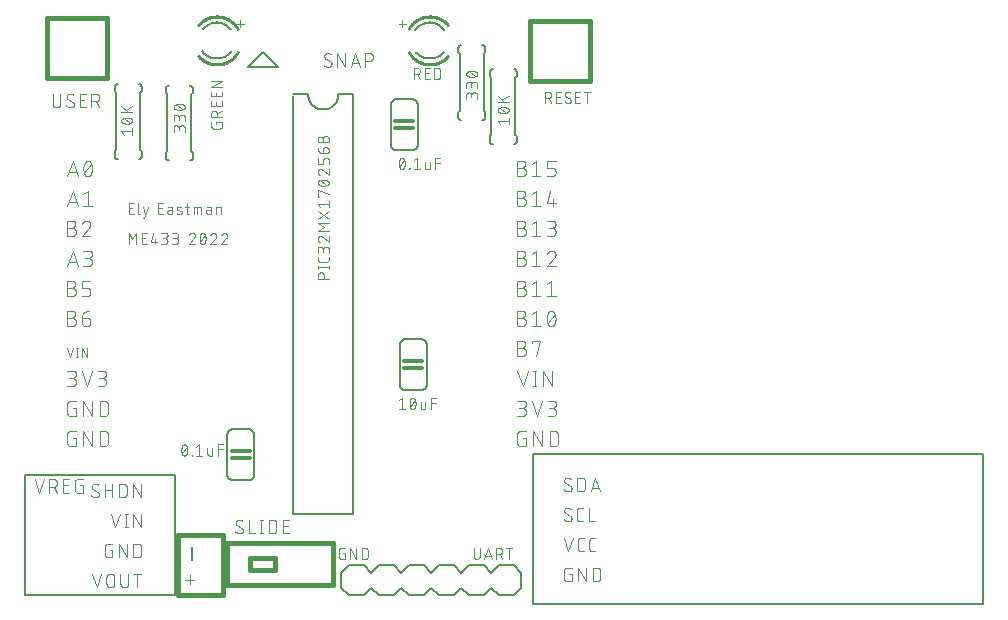
<source format=gbr>
G04 EAGLE Gerber RS-274X export*
G75*
%MOMM*%
%FSLAX34Y34*%
%LPD*%
%INSilkscreen Top*%
%IPPOS*%
%AMOC8*
5,1,8,0,0,1.08239X$1,22.5*%
G01*
%ADD10C,0.101600*%
%ADD11C,0.076200*%
%ADD12C,0.152400*%
%ADD13C,0.304800*%
%ADD14C,0.254000*%
%ADD15C,0.406400*%
%ADD16C,0.127000*%
%ADD17C,0.203200*%


D10*
X37338Y362458D02*
X41741Y375666D01*
X46143Y362458D01*
X45043Y365760D02*
X38439Y365760D01*
X50874Y369062D02*
X50877Y369322D01*
X50886Y369581D01*
X50902Y369841D01*
X50924Y370100D01*
X50951Y370358D01*
X50985Y370616D01*
X51026Y370872D01*
X51072Y371128D01*
X51124Y371383D01*
X51183Y371636D01*
X51247Y371888D01*
X51318Y372138D01*
X51394Y372386D01*
X51476Y372632D01*
X51564Y372877D01*
X51658Y373119D01*
X51758Y373359D01*
X51864Y373597D01*
X51975Y373831D01*
X51974Y373832D02*
X52009Y373927D01*
X52047Y374022D01*
X52089Y374115D01*
X52135Y374206D01*
X52184Y374296D01*
X52236Y374384D01*
X52291Y374469D01*
X52350Y374553D01*
X52412Y374634D01*
X52476Y374713D01*
X52544Y374789D01*
X52615Y374863D01*
X52688Y374934D01*
X52764Y375002D01*
X52842Y375068D01*
X52923Y375130D01*
X53006Y375190D01*
X53091Y375246D01*
X53178Y375299D01*
X53267Y375348D01*
X53358Y375394D01*
X53451Y375437D01*
X53545Y375476D01*
X53641Y375512D01*
X53738Y375544D01*
X53836Y375573D01*
X53935Y375597D01*
X54035Y375618D01*
X54135Y375635D01*
X54236Y375649D01*
X54338Y375658D01*
X54440Y375664D01*
X54542Y375666D01*
X54644Y375664D01*
X54746Y375658D01*
X54848Y375649D01*
X54949Y375635D01*
X55049Y375618D01*
X55149Y375597D01*
X55248Y375573D01*
X55346Y375544D01*
X55443Y375512D01*
X55539Y375476D01*
X55633Y375437D01*
X55726Y375394D01*
X55817Y375348D01*
X55906Y375299D01*
X55993Y375246D01*
X56078Y375190D01*
X56161Y375130D01*
X56242Y375068D01*
X56320Y375002D01*
X56396Y374934D01*
X56469Y374863D01*
X56540Y374789D01*
X56608Y374713D01*
X56672Y374634D01*
X56734Y374553D01*
X56793Y374469D01*
X56848Y374384D01*
X56900Y374296D01*
X56949Y374206D01*
X56995Y374115D01*
X57037Y374022D01*
X57075Y373927D01*
X57110Y373832D01*
X57110Y373831D02*
X57221Y373596D01*
X57327Y373359D01*
X57427Y373119D01*
X57521Y372877D01*
X57609Y372632D01*
X57691Y372386D01*
X57767Y372138D01*
X57838Y371887D01*
X57902Y371636D01*
X57961Y371383D01*
X58013Y371128D01*
X58059Y370872D01*
X58100Y370616D01*
X58134Y370358D01*
X58161Y370100D01*
X58183Y369841D01*
X58199Y369581D01*
X58208Y369322D01*
X58211Y369062D01*
X50874Y369062D02*
X50877Y368802D01*
X50886Y368543D01*
X50902Y368283D01*
X50924Y368024D01*
X50951Y367766D01*
X50985Y367508D01*
X51026Y367252D01*
X51072Y366996D01*
X51124Y366741D01*
X51183Y366488D01*
X51247Y366237D01*
X51318Y365986D01*
X51394Y365738D01*
X51476Y365492D01*
X51564Y365247D01*
X51658Y365005D01*
X51758Y364765D01*
X51864Y364528D01*
X51975Y364293D01*
X51974Y364292D02*
X52009Y364197D01*
X52047Y364102D01*
X52089Y364009D01*
X52135Y363918D01*
X52184Y363828D01*
X52236Y363740D01*
X52291Y363655D01*
X52350Y363571D01*
X52412Y363490D01*
X52476Y363411D01*
X52544Y363335D01*
X52615Y363261D01*
X52688Y363190D01*
X52764Y363122D01*
X52842Y363056D01*
X52923Y362994D01*
X53006Y362934D01*
X53091Y362878D01*
X53178Y362825D01*
X53267Y362776D01*
X53358Y362730D01*
X53451Y362687D01*
X53545Y362648D01*
X53641Y362612D01*
X53738Y362580D01*
X53836Y362551D01*
X53935Y362527D01*
X54035Y362506D01*
X54135Y362489D01*
X54236Y362475D01*
X54338Y362466D01*
X54440Y362460D01*
X54542Y362458D01*
X57111Y364292D02*
X57222Y364527D01*
X57328Y364765D01*
X57428Y365005D01*
X57522Y365247D01*
X57610Y365491D01*
X57692Y365738D01*
X57768Y365986D01*
X57839Y366236D01*
X57903Y366488D01*
X57962Y366741D01*
X58014Y366996D01*
X58060Y367251D01*
X58101Y367508D01*
X58135Y367766D01*
X58162Y368024D01*
X58184Y368283D01*
X58200Y368542D01*
X58209Y368802D01*
X58212Y369062D01*
X57110Y364292D02*
X57075Y364197D01*
X57037Y364102D01*
X56995Y364009D01*
X56949Y363918D01*
X56900Y363828D01*
X56848Y363740D01*
X56793Y363655D01*
X56734Y363571D01*
X56672Y363490D01*
X56608Y363411D01*
X56540Y363335D01*
X56469Y363261D01*
X56396Y363190D01*
X56320Y363122D01*
X56242Y363056D01*
X56161Y362994D01*
X56078Y362934D01*
X55993Y362878D01*
X55906Y362825D01*
X55817Y362776D01*
X55726Y362730D01*
X55633Y362687D01*
X55539Y362648D01*
X55443Y362612D01*
X55346Y362580D01*
X55248Y362551D01*
X55149Y362527D01*
X55049Y362506D01*
X54949Y362489D01*
X54848Y362475D01*
X54746Y362466D01*
X54644Y362460D01*
X54542Y362458D01*
X51607Y365393D02*
X57477Y372731D01*
X41007Y318996D02*
X37338Y318996D01*
X41007Y318996D02*
X41127Y318994D01*
X41247Y318988D01*
X41367Y318978D01*
X41486Y318965D01*
X41605Y318947D01*
X41723Y318926D01*
X41840Y318900D01*
X41957Y318871D01*
X42072Y318838D01*
X42186Y318801D01*
X42299Y318761D01*
X42411Y318717D01*
X42521Y318669D01*
X42630Y318618D01*
X42737Y318563D01*
X42841Y318504D01*
X42944Y318443D01*
X43045Y318378D01*
X43144Y318309D01*
X43241Y318238D01*
X43335Y318163D01*
X43426Y318086D01*
X43515Y318005D01*
X43601Y317921D01*
X43685Y317835D01*
X43766Y317746D01*
X43843Y317655D01*
X43918Y317561D01*
X43989Y317464D01*
X44058Y317365D01*
X44123Y317264D01*
X44184Y317162D01*
X44243Y317057D01*
X44298Y316950D01*
X44349Y316841D01*
X44397Y316731D01*
X44441Y316619D01*
X44481Y316506D01*
X44518Y316392D01*
X44551Y316277D01*
X44580Y316160D01*
X44606Y316043D01*
X44627Y315925D01*
X44645Y315806D01*
X44658Y315687D01*
X44668Y315567D01*
X44674Y315447D01*
X44676Y315327D01*
X44674Y315207D01*
X44668Y315087D01*
X44658Y314967D01*
X44645Y314848D01*
X44627Y314729D01*
X44606Y314611D01*
X44580Y314494D01*
X44551Y314377D01*
X44518Y314262D01*
X44481Y314148D01*
X44441Y314035D01*
X44397Y313923D01*
X44349Y313813D01*
X44298Y313704D01*
X44243Y313597D01*
X44184Y313493D01*
X44123Y313390D01*
X44058Y313289D01*
X43989Y313190D01*
X43918Y313093D01*
X43843Y312999D01*
X43766Y312908D01*
X43685Y312819D01*
X43601Y312733D01*
X43515Y312649D01*
X43426Y312568D01*
X43335Y312491D01*
X43241Y312416D01*
X43144Y312345D01*
X43045Y312276D01*
X42944Y312211D01*
X42842Y312150D01*
X42737Y312091D01*
X42630Y312036D01*
X42521Y311985D01*
X42411Y311937D01*
X42299Y311893D01*
X42186Y311853D01*
X42072Y311816D01*
X41957Y311783D01*
X41840Y311754D01*
X41723Y311728D01*
X41605Y311707D01*
X41486Y311689D01*
X41367Y311676D01*
X41247Y311666D01*
X41127Y311660D01*
X41007Y311658D01*
X37338Y311658D01*
X37338Y324866D01*
X41007Y324866D01*
X41114Y324864D01*
X41221Y324858D01*
X41328Y324848D01*
X41434Y324835D01*
X41540Y324817D01*
X41645Y324796D01*
X41749Y324771D01*
X41853Y324742D01*
X41955Y324709D01*
X42055Y324672D01*
X42155Y324632D01*
X42253Y324588D01*
X42349Y324541D01*
X42443Y324490D01*
X42536Y324436D01*
X42626Y324379D01*
X42715Y324318D01*
X42801Y324254D01*
X42884Y324187D01*
X42966Y324117D01*
X43044Y324044D01*
X43120Y323968D01*
X43193Y323890D01*
X43263Y323808D01*
X43330Y323725D01*
X43394Y323639D01*
X43455Y323550D01*
X43512Y323460D01*
X43566Y323367D01*
X43617Y323273D01*
X43664Y323177D01*
X43708Y323079D01*
X43748Y322979D01*
X43785Y322879D01*
X43818Y322777D01*
X43847Y322673D01*
X43872Y322569D01*
X43893Y322464D01*
X43911Y322358D01*
X43924Y322252D01*
X43934Y322145D01*
X43940Y322038D01*
X43942Y321931D01*
X43940Y321824D01*
X43934Y321717D01*
X43924Y321610D01*
X43911Y321504D01*
X43893Y321398D01*
X43872Y321293D01*
X43847Y321189D01*
X43818Y321085D01*
X43785Y320983D01*
X43748Y320883D01*
X43708Y320783D01*
X43664Y320685D01*
X43617Y320589D01*
X43566Y320495D01*
X43512Y320402D01*
X43455Y320312D01*
X43394Y320223D01*
X43330Y320137D01*
X43263Y320054D01*
X43193Y319972D01*
X43120Y319894D01*
X43044Y319818D01*
X42966Y319745D01*
X42884Y319675D01*
X42801Y319608D01*
X42715Y319544D01*
X42626Y319483D01*
X42536Y319426D01*
X42443Y319372D01*
X42349Y319321D01*
X42253Y319274D01*
X42155Y319230D01*
X42055Y319190D01*
X41955Y319153D01*
X41853Y319120D01*
X41749Y319091D01*
X41645Y319066D01*
X41540Y319045D01*
X41434Y319027D01*
X41328Y319014D01*
X41221Y319004D01*
X41114Y318998D01*
X41007Y318996D01*
X53569Y324866D02*
X53682Y324864D01*
X53794Y324858D01*
X53907Y324849D01*
X54019Y324835D01*
X54130Y324818D01*
X54241Y324797D01*
X54351Y324772D01*
X54460Y324744D01*
X54568Y324711D01*
X54675Y324675D01*
X54780Y324636D01*
X54885Y324593D01*
X54987Y324546D01*
X55088Y324496D01*
X55187Y324442D01*
X55285Y324385D01*
X55380Y324325D01*
X55473Y324262D01*
X55564Y324195D01*
X55653Y324125D01*
X55739Y324053D01*
X55823Y323977D01*
X55904Y323899D01*
X55982Y323818D01*
X56058Y323734D01*
X56130Y323648D01*
X56200Y323559D01*
X56267Y323468D01*
X56330Y323375D01*
X56390Y323280D01*
X56447Y323182D01*
X56501Y323083D01*
X56551Y322982D01*
X56598Y322880D01*
X56641Y322775D01*
X56680Y322670D01*
X56716Y322563D01*
X56749Y322455D01*
X56777Y322346D01*
X56802Y322236D01*
X56823Y322125D01*
X56840Y322014D01*
X56854Y321902D01*
X56863Y321789D01*
X56869Y321677D01*
X56871Y321564D01*
X53569Y324866D02*
X53442Y324864D01*
X53315Y324858D01*
X53188Y324849D01*
X53062Y324836D01*
X52936Y324819D01*
X52811Y324798D01*
X52686Y324773D01*
X52563Y324745D01*
X52440Y324713D01*
X52318Y324677D01*
X52197Y324638D01*
X52077Y324595D01*
X51959Y324549D01*
X51842Y324499D01*
X51727Y324445D01*
X51614Y324388D01*
X51502Y324328D01*
X51392Y324265D01*
X51284Y324198D01*
X51178Y324128D01*
X51074Y324055D01*
X50972Y323978D01*
X50873Y323899D01*
X50776Y323817D01*
X50682Y323732D01*
X50590Y323644D01*
X50501Y323554D01*
X50415Y323460D01*
X50331Y323365D01*
X50251Y323267D01*
X50173Y323166D01*
X50098Y323063D01*
X50027Y322958D01*
X49959Y322851D01*
X49894Y322742D01*
X49832Y322631D01*
X49773Y322518D01*
X49718Y322404D01*
X49667Y322288D01*
X49619Y322170D01*
X49574Y322051D01*
X49533Y321931D01*
X55770Y318996D02*
X55852Y319076D01*
X55931Y319159D01*
X56008Y319245D01*
X56082Y319333D01*
X56152Y319424D01*
X56220Y319516D01*
X56285Y319611D01*
X56347Y319708D01*
X56405Y319807D01*
X56461Y319908D01*
X56513Y320010D01*
X56561Y320114D01*
X56606Y320220D01*
X56648Y320327D01*
X56687Y320435D01*
X56721Y320545D01*
X56753Y320655D01*
X56780Y320767D01*
X56804Y320879D01*
X56825Y320992D01*
X56841Y321106D01*
X56854Y321220D01*
X56864Y321334D01*
X56869Y321449D01*
X56871Y321564D01*
X55770Y318996D02*
X49533Y311658D01*
X56871Y311658D01*
X41741Y299466D02*
X37338Y286258D01*
X46143Y286258D02*
X41741Y299466D01*
X45043Y289560D02*
X38439Y289560D01*
X50873Y286258D02*
X54542Y286258D01*
X54662Y286260D01*
X54782Y286266D01*
X54902Y286276D01*
X55021Y286289D01*
X55140Y286307D01*
X55258Y286328D01*
X55375Y286354D01*
X55492Y286383D01*
X55607Y286416D01*
X55721Y286453D01*
X55834Y286493D01*
X55946Y286537D01*
X56056Y286585D01*
X56165Y286636D01*
X56272Y286691D01*
X56377Y286750D01*
X56479Y286811D01*
X56580Y286876D01*
X56679Y286945D01*
X56776Y287016D01*
X56870Y287091D01*
X56961Y287168D01*
X57050Y287249D01*
X57136Y287333D01*
X57220Y287419D01*
X57301Y287508D01*
X57378Y287599D01*
X57453Y287693D01*
X57524Y287790D01*
X57593Y287889D01*
X57658Y287990D01*
X57719Y288093D01*
X57778Y288197D01*
X57833Y288304D01*
X57884Y288413D01*
X57932Y288523D01*
X57976Y288635D01*
X58016Y288748D01*
X58053Y288862D01*
X58086Y288977D01*
X58115Y289094D01*
X58141Y289211D01*
X58162Y289329D01*
X58180Y289448D01*
X58193Y289567D01*
X58203Y289687D01*
X58209Y289807D01*
X58211Y289927D01*
X58209Y290047D01*
X58203Y290167D01*
X58193Y290287D01*
X58180Y290406D01*
X58162Y290525D01*
X58141Y290643D01*
X58115Y290760D01*
X58086Y290877D01*
X58053Y290992D01*
X58016Y291106D01*
X57976Y291219D01*
X57932Y291331D01*
X57884Y291441D01*
X57833Y291550D01*
X57778Y291657D01*
X57719Y291762D01*
X57658Y291864D01*
X57593Y291965D01*
X57524Y292064D01*
X57453Y292161D01*
X57378Y292255D01*
X57301Y292346D01*
X57220Y292435D01*
X57136Y292521D01*
X57050Y292605D01*
X56961Y292686D01*
X56870Y292763D01*
X56776Y292838D01*
X56679Y292909D01*
X56580Y292978D01*
X56479Y293043D01*
X56376Y293104D01*
X56272Y293163D01*
X56165Y293218D01*
X56056Y293269D01*
X55946Y293317D01*
X55834Y293361D01*
X55721Y293401D01*
X55607Y293438D01*
X55492Y293471D01*
X55375Y293500D01*
X55258Y293526D01*
X55140Y293547D01*
X55021Y293565D01*
X54902Y293578D01*
X54782Y293588D01*
X54662Y293594D01*
X54542Y293596D01*
X55276Y299466D02*
X50873Y299466D01*
X55276Y299466D02*
X55383Y299464D01*
X55490Y299458D01*
X55597Y299448D01*
X55703Y299435D01*
X55809Y299417D01*
X55914Y299396D01*
X56018Y299371D01*
X56122Y299342D01*
X56224Y299309D01*
X56324Y299272D01*
X56424Y299232D01*
X56522Y299188D01*
X56618Y299141D01*
X56712Y299090D01*
X56805Y299036D01*
X56895Y298979D01*
X56984Y298918D01*
X57070Y298854D01*
X57153Y298787D01*
X57235Y298717D01*
X57313Y298644D01*
X57389Y298568D01*
X57462Y298490D01*
X57532Y298408D01*
X57599Y298325D01*
X57663Y298239D01*
X57724Y298150D01*
X57781Y298060D01*
X57835Y297967D01*
X57886Y297873D01*
X57933Y297777D01*
X57977Y297679D01*
X58017Y297579D01*
X58054Y297479D01*
X58087Y297377D01*
X58116Y297273D01*
X58141Y297169D01*
X58162Y297064D01*
X58180Y296958D01*
X58193Y296852D01*
X58203Y296745D01*
X58209Y296638D01*
X58211Y296531D01*
X58209Y296424D01*
X58203Y296317D01*
X58193Y296210D01*
X58180Y296104D01*
X58162Y295998D01*
X58141Y295893D01*
X58116Y295789D01*
X58087Y295685D01*
X58054Y295583D01*
X58017Y295483D01*
X57977Y295383D01*
X57933Y295285D01*
X57886Y295189D01*
X57835Y295095D01*
X57781Y295002D01*
X57724Y294912D01*
X57663Y294823D01*
X57599Y294737D01*
X57532Y294654D01*
X57462Y294572D01*
X57389Y294494D01*
X57313Y294418D01*
X57235Y294345D01*
X57153Y294275D01*
X57070Y294208D01*
X56984Y294144D01*
X56895Y294083D01*
X56805Y294026D01*
X56712Y293972D01*
X56618Y293921D01*
X56522Y293874D01*
X56424Y293830D01*
X56324Y293790D01*
X56224Y293753D01*
X56122Y293720D01*
X56018Y293691D01*
X55914Y293666D01*
X55809Y293645D01*
X55703Y293627D01*
X55597Y293614D01*
X55490Y293604D01*
X55383Y293598D01*
X55276Y293596D01*
X52341Y293596D01*
X41007Y268196D02*
X37338Y268196D01*
X41007Y268196D02*
X41127Y268194D01*
X41247Y268188D01*
X41367Y268178D01*
X41486Y268165D01*
X41605Y268147D01*
X41723Y268126D01*
X41840Y268100D01*
X41957Y268071D01*
X42072Y268038D01*
X42186Y268001D01*
X42299Y267961D01*
X42411Y267917D01*
X42521Y267869D01*
X42630Y267818D01*
X42737Y267763D01*
X42841Y267704D01*
X42944Y267643D01*
X43045Y267578D01*
X43144Y267509D01*
X43241Y267438D01*
X43335Y267363D01*
X43426Y267286D01*
X43515Y267205D01*
X43601Y267121D01*
X43685Y267035D01*
X43766Y266946D01*
X43843Y266855D01*
X43918Y266761D01*
X43989Y266664D01*
X44058Y266565D01*
X44123Y266464D01*
X44184Y266362D01*
X44243Y266257D01*
X44298Y266150D01*
X44349Y266041D01*
X44397Y265931D01*
X44441Y265819D01*
X44481Y265706D01*
X44518Y265592D01*
X44551Y265477D01*
X44580Y265360D01*
X44606Y265243D01*
X44627Y265125D01*
X44645Y265006D01*
X44658Y264887D01*
X44668Y264767D01*
X44674Y264647D01*
X44676Y264527D01*
X44674Y264407D01*
X44668Y264287D01*
X44658Y264167D01*
X44645Y264048D01*
X44627Y263929D01*
X44606Y263811D01*
X44580Y263694D01*
X44551Y263577D01*
X44518Y263462D01*
X44481Y263348D01*
X44441Y263235D01*
X44397Y263123D01*
X44349Y263013D01*
X44298Y262904D01*
X44243Y262797D01*
X44184Y262693D01*
X44123Y262590D01*
X44058Y262489D01*
X43989Y262390D01*
X43918Y262293D01*
X43843Y262199D01*
X43766Y262108D01*
X43685Y262019D01*
X43601Y261933D01*
X43515Y261849D01*
X43426Y261768D01*
X43335Y261691D01*
X43241Y261616D01*
X43144Y261545D01*
X43045Y261476D01*
X42944Y261411D01*
X42842Y261350D01*
X42737Y261291D01*
X42630Y261236D01*
X42521Y261185D01*
X42411Y261137D01*
X42299Y261093D01*
X42186Y261053D01*
X42072Y261016D01*
X41957Y260983D01*
X41840Y260954D01*
X41723Y260928D01*
X41605Y260907D01*
X41486Y260889D01*
X41367Y260876D01*
X41247Y260866D01*
X41127Y260860D01*
X41007Y260858D01*
X37338Y260858D01*
X37338Y274066D01*
X41007Y274066D01*
X41114Y274064D01*
X41221Y274058D01*
X41328Y274048D01*
X41434Y274035D01*
X41540Y274017D01*
X41645Y273996D01*
X41749Y273971D01*
X41853Y273942D01*
X41955Y273909D01*
X42055Y273872D01*
X42155Y273832D01*
X42253Y273788D01*
X42349Y273741D01*
X42443Y273690D01*
X42536Y273636D01*
X42626Y273579D01*
X42715Y273518D01*
X42801Y273454D01*
X42884Y273387D01*
X42966Y273317D01*
X43044Y273244D01*
X43120Y273168D01*
X43193Y273090D01*
X43263Y273008D01*
X43330Y272925D01*
X43394Y272839D01*
X43455Y272750D01*
X43512Y272660D01*
X43566Y272567D01*
X43617Y272473D01*
X43664Y272377D01*
X43708Y272279D01*
X43748Y272179D01*
X43785Y272079D01*
X43818Y271977D01*
X43847Y271873D01*
X43872Y271769D01*
X43893Y271664D01*
X43911Y271558D01*
X43924Y271452D01*
X43934Y271345D01*
X43940Y271238D01*
X43942Y271131D01*
X43940Y271024D01*
X43934Y270917D01*
X43924Y270810D01*
X43911Y270704D01*
X43893Y270598D01*
X43872Y270493D01*
X43847Y270389D01*
X43818Y270285D01*
X43785Y270183D01*
X43748Y270083D01*
X43708Y269983D01*
X43664Y269885D01*
X43617Y269789D01*
X43566Y269695D01*
X43512Y269602D01*
X43455Y269512D01*
X43394Y269423D01*
X43330Y269337D01*
X43263Y269254D01*
X43193Y269172D01*
X43120Y269094D01*
X43044Y269018D01*
X42966Y268945D01*
X42884Y268875D01*
X42801Y268808D01*
X42715Y268744D01*
X42626Y268683D01*
X42536Y268626D01*
X42443Y268572D01*
X42349Y268521D01*
X42253Y268474D01*
X42155Y268430D01*
X42055Y268390D01*
X41955Y268353D01*
X41853Y268320D01*
X41749Y268291D01*
X41645Y268266D01*
X41540Y268245D01*
X41434Y268227D01*
X41328Y268214D01*
X41221Y268204D01*
X41114Y268198D01*
X41007Y268196D01*
X49533Y260858D02*
X53936Y260858D01*
X54043Y260860D01*
X54150Y260866D01*
X54257Y260876D01*
X54363Y260889D01*
X54469Y260907D01*
X54574Y260928D01*
X54678Y260953D01*
X54782Y260982D01*
X54884Y261015D01*
X54984Y261052D01*
X55084Y261092D01*
X55182Y261136D01*
X55278Y261183D01*
X55372Y261234D01*
X55465Y261288D01*
X55555Y261345D01*
X55644Y261406D01*
X55730Y261470D01*
X55813Y261537D01*
X55895Y261607D01*
X55973Y261680D01*
X56049Y261756D01*
X56122Y261834D01*
X56192Y261916D01*
X56259Y261999D01*
X56323Y262085D01*
X56384Y262174D01*
X56441Y262264D01*
X56495Y262357D01*
X56546Y262451D01*
X56594Y262547D01*
X56637Y262645D01*
X56677Y262745D01*
X56714Y262845D01*
X56747Y262947D01*
X56776Y263051D01*
X56801Y263155D01*
X56822Y263260D01*
X56840Y263366D01*
X56853Y263472D01*
X56863Y263579D01*
X56869Y263686D01*
X56871Y263793D01*
X56871Y265261D01*
X56869Y265368D01*
X56863Y265475D01*
X56853Y265582D01*
X56840Y265688D01*
X56822Y265794D01*
X56801Y265899D01*
X56776Y266003D01*
X56747Y266107D01*
X56714Y266209D01*
X56677Y266309D01*
X56637Y266409D01*
X56593Y266507D01*
X56546Y266603D01*
X56495Y266697D01*
X56441Y266790D01*
X56384Y266880D01*
X56323Y266969D01*
X56259Y267055D01*
X56192Y267138D01*
X56122Y267220D01*
X56049Y267298D01*
X55973Y267374D01*
X55895Y267447D01*
X55813Y267517D01*
X55730Y267584D01*
X55644Y267648D01*
X55555Y267709D01*
X55465Y267766D01*
X55372Y267820D01*
X55278Y267871D01*
X55182Y267918D01*
X55084Y267962D01*
X54984Y268002D01*
X54884Y268039D01*
X54782Y268072D01*
X54678Y268101D01*
X54574Y268126D01*
X54469Y268147D01*
X54363Y268165D01*
X54257Y268178D01*
X54150Y268188D01*
X54043Y268194D01*
X53936Y268196D01*
X49533Y268196D01*
X49533Y274066D01*
X56871Y274066D01*
X44676Y166596D02*
X42474Y166596D01*
X44676Y166596D02*
X44676Y159258D01*
X40273Y159258D01*
X40166Y159260D01*
X40059Y159266D01*
X39952Y159276D01*
X39846Y159289D01*
X39740Y159307D01*
X39635Y159328D01*
X39531Y159353D01*
X39427Y159382D01*
X39325Y159415D01*
X39225Y159452D01*
X39125Y159492D01*
X39027Y159536D01*
X38931Y159583D01*
X38837Y159634D01*
X38744Y159688D01*
X38654Y159745D01*
X38565Y159806D01*
X38479Y159870D01*
X38396Y159937D01*
X38314Y160007D01*
X38236Y160080D01*
X38160Y160156D01*
X38087Y160234D01*
X38017Y160316D01*
X37950Y160399D01*
X37886Y160485D01*
X37825Y160574D01*
X37768Y160664D01*
X37714Y160757D01*
X37663Y160851D01*
X37616Y160947D01*
X37572Y161045D01*
X37532Y161145D01*
X37495Y161245D01*
X37462Y161347D01*
X37433Y161451D01*
X37408Y161555D01*
X37387Y161660D01*
X37369Y161766D01*
X37356Y161872D01*
X37346Y161979D01*
X37340Y162086D01*
X37338Y162193D01*
X37338Y169531D01*
X37340Y169638D01*
X37346Y169745D01*
X37356Y169852D01*
X37369Y169958D01*
X37387Y170064D01*
X37408Y170169D01*
X37433Y170273D01*
X37462Y170377D01*
X37495Y170479D01*
X37532Y170579D01*
X37572Y170679D01*
X37616Y170777D01*
X37663Y170873D01*
X37714Y170967D01*
X37768Y171060D01*
X37825Y171150D01*
X37886Y171239D01*
X37950Y171325D01*
X38017Y171408D01*
X38087Y171490D01*
X38160Y171568D01*
X38236Y171644D01*
X38314Y171717D01*
X38396Y171787D01*
X38479Y171854D01*
X38565Y171918D01*
X38654Y171979D01*
X38744Y172036D01*
X38837Y172090D01*
X38931Y172141D01*
X39027Y172188D01*
X39125Y172232D01*
X39225Y172272D01*
X39325Y172309D01*
X39427Y172342D01*
X39531Y172371D01*
X39635Y172396D01*
X39740Y172417D01*
X39846Y172435D01*
X39952Y172448D01*
X40059Y172458D01*
X40166Y172464D01*
X40273Y172466D01*
X44676Y172466D01*
X50993Y172466D02*
X50993Y159258D01*
X58331Y159258D02*
X50993Y172466D01*
X58331Y172466D02*
X58331Y159258D01*
X64648Y159258D02*
X64648Y172466D01*
X68317Y172466D01*
X68437Y172464D01*
X68557Y172458D01*
X68677Y172448D01*
X68796Y172435D01*
X68915Y172417D01*
X69033Y172396D01*
X69150Y172370D01*
X69267Y172341D01*
X69382Y172308D01*
X69496Y172271D01*
X69609Y172231D01*
X69721Y172187D01*
X69831Y172139D01*
X69940Y172088D01*
X70047Y172033D01*
X70152Y171974D01*
X70254Y171913D01*
X70355Y171848D01*
X70454Y171779D01*
X70551Y171708D01*
X70645Y171633D01*
X70736Y171556D01*
X70825Y171475D01*
X70911Y171391D01*
X70995Y171305D01*
X71076Y171216D01*
X71153Y171125D01*
X71228Y171031D01*
X71299Y170934D01*
X71368Y170835D01*
X71433Y170734D01*
X71494Y170632D01*
X71553Y170527D01*
X71608Y170420D01*
X71659Y170311D01*
X71707Y170201D01*
X71751Y170089D01*
X71791Y169976D01*
X71828Y169862D01*
X71861Y169747D01*
X71890Y169630D01*
X71916Y169513D01*
X71937Y169395D01*
X71955Y169276D01*
X71968Y169157D01*
X71978Y169037D01*
X71984Y168917D01*
X71986Y168797D01*
X71986Y162927D01*
X71984Y162807D01*
X71978Y162687D01*
X71968Y162567D01*
X71955Y162448D01*
X71937Y162329D01*
X71916Y162211D01*
X71890Y162094D01*
X71861Y161977D01*
X71828Y161862D01*
X71791Y161748D01*
X71751Y161635D01*
X71707Y161523D01*
X71659Y161413D01*
X71608Y161304D01*
X71553Y161197D01*
X71494Y161093D01*
X71433Y160990D01*
X71368Y160889D01*
X71299Y160790D01*
X71228Y160693D01*
X71153Y160599D01*
X71076Y160508D01*
X70995Y160419D01*
X70911Y160333D01*
X70825Y160249D01*
X70736Y160168D01*
X70645Y160091D01*
X70551Y160016D01*
X70454Y159945D01*
X70355Y159876D01*
X70254Y159811D01*
X70152Y159750D01*
X70047Y159691D01*
X69940Y159636D01*
X69831Y159585D01*
X69721Y159537D01*
X69609Y159493D01*
X69496Y159453D01*
X69382Y159416D01*
X69267Y159383D01*
X69150Y159354D01*
X69033Y159328D01*
X68915Y159307D01*
X68796Y159289D01*
X68677Y159276D01*
X68557Y159266D01*
X68437Y159260D01*
X68317Y159258D01*
X64648Y159258D01*
X37338Y362458D02*
X41741Y375666D01*
X46143Y362458D01*
X45043Y365760D02*
X38439Y365760D01*
X50874Y369062D02*
X50877Y369322D01*
X50886Y369581D01*
X50902Y369841D01*
X50924Y370100D01*
X50951Y370358D01*
X50985Y370616D01*
X51026Y370872D01*
X51072Y371128D01*
X51124Y371383D01*
X51183Y371636D01*
X51247Y371888D01*
X51318Y372138D01*
X51394Y372386D01*
X51476Y372632D01*
X51564Y372877D01*
X51658Y373119D01*
X51758Y373359D01*
X51864Y373597D01*
X51975Y373831D01*
X51974Y373832D02*
X52009Y373927D01*
X52047Y374022D01*
X52089Y374115D01*
X52135Y374206D01*
X52184Y374296D01*
X52236Y374384D01*
X52291Y374469D01*
X52350Y374553D01*
X52412Y374634D01*
X52476Y374713D01*
X52544Y374789D01*
X52615Y374863D01*
X52688Y374934D01*
X52764Y375002D01*
X52842Y375068D01*
X52923Y375130D01*
X53006Y375190D01*
X53091Y375246D01*
X53178Y375299D01*
X53267Y375348D01*
X53358Y375394D01*
X53451Y375437D01*
X53545Y375476D01*
X53641Y375512D01*
X53738Y375544D01*
X53836Y375573D01*
X53935Y375597D01*
X54035Y375618D01*
X54135Y375635D01*
X54236Y375649D01*
X54338Y375658D01*
X54440Y375664D01*
X54542Y375666D01*
X54644Y375664D01*
X54746Y375658D01*
X54848Y375649D01*
X54949Y375635D01*
X55049Y375618D01*
X55149Y375597D01*
X55248Y375573D01*
X55346Y375544D01*
X55443Y375512D01*
X55539Y375476D01*
X55633Y375437D01*
X55726Y375394D01*
X55817Y375348D01*
X55906Y375299D01*
X55993Y375246D01*
X56078Y375190D01*
X56161Y375130D01*
X56242Y375068D01*
X56320Y375002D01*
X56396Y374934D01*
X56469Y374863D01*
X56540Y374789D01*
X56608Y374713D01*
X56672Y374634D01*
X56734Y374553D01*
X56793Y374469D01*
X56848Y374384D01*
X56900Y374296D01*
X56949Y374206D01*
X56995Y374115D01*
X57037Y374022D01*
X57075Y373927D01*
X57110Y373832D01*
X57110Y373831D02*
X57221Y373596D01*
X57327Y373359D01*
X57427Y373119D01*
X57521Y372877D01*
X57609Y372632D01*
X57691Y372386D01*
X57767Y372138D01*
X57838Y371887D01*
X57902Y371636D01*
X57961Y371383D01*
X58013Y371128D01*
X58059Y370872D01*
X58100Y370616D01*
X58134Y370358D01*
X58161Y370100D01*
X58183Y369841D01*
X58199Y369581D01*
X58208Y369322D01*
X58211Y369062D01*
X50874Y369062D02*
X50877Y368802D01*
X50886Y368543D01*
X50902Y368283D01*
X50924Y368024D01*
X50951Y367766D01*
X50985Y367508D01*
X51026Y367252D01*
X51072Y366996D01*
X51124Y366741D01*
X51183Y366488D01*
X51247Y366237D01*
X51318Y365986D01*
X51394Y365738D01*
X51476Y365492D01*
X51564Y365247D01*
X51658Y365005D01*
X51758Y364765D01*
X51864Y364528D01*
X51975Y364293D01*
X51974Y364292D02*
X52009Y364197D01*
X52047Y364102D01*
X52089Y364009D01*
X52135Y363918D01*
X52184Y363828D01*
X52236Y363740D01*
X52291Y363655D01*
X52350Y363571D01*
X52412Y363490D01*
X52476Y363411D01*
X52544Y363335D01*
X52615Y363261D01*
X52688Y363190D01*
X52764Y363122D01*
X52842Y363056D01*
X52923Y362994D01*
X53006Y362934D01*
X53091Y362878D01*
X53178Y362825D01*
X53267Y362776D01*
X53358Y362730D01*
X53451Y362687D01*
X53545Y362648D01*
X53641Y362612D01*
X53738Y362580D01*
X53836Y362551D01*
X53935Y362527D01*
X54035Y362506D01*
X54135Y362489D01*
X54236Y362475D01*
X54338Y362466D01*
X54440Y362460D01*
X54542Y362458D01*
X57111Y364292D02*
X57222Y364527D01*
X57328Y364765D01*
X57428Y365005D01*
X57522Y365247D01*
X57610Y365491D01*
X57692Y365738D01*
X57768Y365986D01*
X57839Y366236D01*
X57903Y366488D01*
X57962Y366741D01*
X58014Y366996D01*
X58060Y367251D01*
X58101Y367508D01*
X58135Y367766D01*
X58162Y368024D01*
X58184Y368283D01*
X58200Y368542D01*
X58209Y368802D01*
X58212Y369062D01*
X57110Y364292D02*
X57075Y364197D01*
X57037Y364102D01*
X56995Y364009D01*
X56949Y363918D01*
X56900Y363828D01*
X56848Y363740D01*
X56793Y363655D01*
X56734Y363571D01*
X56672Y363490D01*
X56608Y363411D01*
X56540Y363335D01*
X56469Y363261D01*
X56396Y363190D01*
X56320Y363122D01*
X56242Y363056D01*
X56161Y362994D01*
X56078Y362934D01*
X55993Y362878D01*
X55906Y362825D01*
X55817Y362776D01*
X55726Y362730D01*
X55633Y362687D01*
X55539Y362648D01*
X55443Y362612D01*
X55346Y362580D01*
X55248Y362551D01*
X55149Y362527D01*
X55049Y362506D01*
X54949Y362489D01*
X54848Y362475D01*
X54746Y362466D01*
X54644Y362460D01*
X54542Y362458D01*
X51607Y365393D02*
X57477Y372731D01*
X418338Y369796D02*
X422007Y369796D01*
X422127Y369794D01*
X422247Y369788D01*
X422367Y369778D01*
X422486Y369765D01*
X422605Y369747D01*
X422723Y369726D01*
X422840Y369700D01*
X422957Y369671D01*
X423072Y369638D01*
X423186Y369601D01*
X423299Y369561D01*
X423411Y369517D01*
X423521Y369469D01*
X423630Y369418D01*
X423737Y369363D01*
X423841Y369304D01*
X423944Y369243D01*
X424045Y369178D01*
X424144Y369109D01*
X424241Y369038D01*
X424335Y368963D01*
X424426Y368886D01*
X424515Y368805D01*
X424601Y368721D01*
X424685Y368635D01*
X424766Y368546D01*
X424843Y368455D01*
X424918Y368361D01*
X424989Y368264D01*
X425058Y368165D01*
X425123Y368064D01*
X425184Y367962D01*
X425243Y367857D01*
X425298Y367750D01*
X425349Y367641D01*
X425397Y367531D01*
X425441Y367419D01*
X425481Y367306D01*
X425518Y367192D01*
X425551Y367077D01*
X425580Y366960D01*
X425606Y366843D01*
X425627Y366725D01*
X425645Y366606D01*
X425658Y366487D01*
X425668Y366367D01*
X425674Y366247D01*
X425676Y366127D01*
X425674Y366007D01*
X425668Y365887D01*
X425658Y365767D01*
X425645Y365648D01*
X425627Y365529D01*
X425606Y365411D01*
X425580Y365294D01*
X425551Y365177D01*
X425518Y365062D01*
X425481Y364948D01*
X425441Y364835D01*
X425397Y364723D01*
X425349Y364613D01*
X425298Y364504D01*
X425243Y364397D01*
X425184Y364293D01*
X425123Y364190D01*
X425058Y364089D01*
X424989Y363990D01*
X424918Y363893D01*
X424843Y363799D01*
X424766Y363708D01*
X424685Y363619D01*
X424601Y363533D01*
X424515Y363449D01*
X424426Y363368D01*
X424335Y363291D01*
X424241Y363216D01*
X424144Y363145D01*
X424045Y363076D01*
X423944Y363011D01*
X423842Y362950D01*
X423737Y362891D01*
X423630Y362836D01*
X423521Y362785D01*
X423411Y362737D01*
X423299Y362693D01*
X423186Y362653D01*
X423072Y362616D01*
X422957Y362583D01*
X422840Y362554D01*
X422723Y362528D01*
X422605Y362507D01*
X422486Y362489D01*
X422367Y362476D01*
X422247Y362466D01*
X422127Y362460D01*
X422007Y362458D01*
X418338Y362458D01*
X418338Y375666D01*
X422007Y375666D01*
X422114Y375664D01*
X422221Y375658D01*
X422328Y375648D01*
X422434Y375635D01*
X422540Y375617D01*
X422645Y375596D01*
X422749Y375571D01*
X422853Y375542D01*
X422955Y375509D01*
X423055Y375472D01*
X423155Y375432D01*
X423253Y375388D01*
X423349Y375341D01*
X423443Y375290D01*
X423536Y375236D01*
X423626Y375179D01*
X423715Y375118D01*
X423801Y375054D01*
X423884Y374987D01*
X423966Y374917D01*
X424044Y374844D01*
X424120Y374768D01*
X424193Y374690D01*
X424263Y374608D01*
X424330Y374525D01*
X424394Y374439D01*
X424455Y374350D01*
X424512Y374260D01*
X424566Y374167D01*
X424617Y374073D01*
X424664Y373977D01*
X424708Y373879D01*
X424748Y373779D01*
X424785Y373679D01*
X424818Y373577D01*
X424847Y373473D01*
X424872Y373369D01*
X424893Y373264D01*
X424911Y373158D01*
X424924Y373052D01*
X424934Y372945D01*
X424940Y372838D01*
X424942Y372731D01*
X424940Y372624D01*
X424934Y372517D01*
X424924Y372410D01*
X424911Y372304D01*
X424893Y372198D01*
X424872Y372093D01*
X424847Y371989D01*
X424818Y371885D01*
X424785Y371783D01*
X424748Y371683D01*
X424708Y371583D01*
X424664Y371485D01*
X424617Y371389D01*
X424566Y371295D01*
X424512Y371202D01*
X424455Y371112D01*
X424394Y371023D01*
X424330Y370937D01*
X424263Y370854D01*
X424193Y370772D01*
X424120Y370694D01*
X424044Y370618D01*
X423966Y370545D01*
X423884Y370475D01*
X423801Y370408D01*
X423715Y370344D01*
X423626Y370283D01*
X423536Y370226D01*
X423443Y370172D01*
X423349Y370121D01*
X423253Y370074D01*
X423155Y370030D01*
X423055Y369990D01*
X422955Y369953D01*
X422853Y369920D01*
X422749Y369891D01*
X422645Y369866D01*
X422540Y369845D01*
X422434Y369827D01*
X422328Y369814D01*
X422221Y369804D01*
X422114Y369798D01*
X422007Y369796D01*
X430533Y372731D02*
X434202Y375666D01*
X434202Y362458D01*
X430533Y362458D02*
X437871Y362458D01*
X443335Y362458D02*
X447738Y362458D01*
X447845Y362460D01*
X447952Y362466D01*
X448059Y362476D01*
X448165Y362489D01*
X448271Y362507D01*
X448376Y362528D01*
X448480Y362553D01*
X448584Y362582D01*
X448686Y362615D01*
X448786Y362652D01*
X448886Y362692D01*
X448984Y362736D01*
X449080Y362783D01*
X449174Y362834D01*
X449267Y362888D01*
X449357Y362945D01*
X449446Y363006D01*
X449532Y363070D01*
X449615Y363137D01*
X449697Y363207D01*
X449775Y363280D01*
X449851Y363356D01*
X449924Y363434D01*
X449994Y363516D01*
X450061Y363599D01*
X450125Y363685D01*
X450186Y363774D01*
X450243Y363864D01*
X450297Y363957D01*
X450348Y364051D01*
X450396Y364147D01*
X450439Y364245D01*
X450479Y364345D01*
X450516Y364445D01*
X450549Y364547D01*
X450578Y364651D01*
X450603Y364755D01*
X450624Y364860D01*
X450642Y364966D01*
X450655Y365072D01*
X450665Y365179D01*
X450671Y365286D01*
X450673Y365393D01*
X450673Y366861D01*
X450671Y366968D01*
X450665Y367075D01*
X450655Y367182D01*
X450642Y367288D01*
X450624Y367394D01*
X450603Y367499D01*
X450578Y367603D01*
X450549Y367707D01*
X450516Y367809D01*
X450479Y367909D01*
X450439Y368009D01*
X450395Y368107D01*
X450348Y368203D01*
X450297Y368297D01*
X450243Y368390D01*
X450186Y368480D01*
X450125Y368569D01*
X450061Y368655D01*
X449994Y368738D01*
X449924Y368820D01*
X449851Y368898D01*
X449775Y368974D01*
X449697Y369047D01*
X449615Y369117D01*
X449532Y369184D01*
X449446Y369248D01*
X449357Y369309D01*
X449267Y369366D01*
X449174Y369420D01*
X449080Y369471D01*
X448984Y369518D01*
X448886Y369562D01*
X448786Y369602D01*
X448686Y369639D01*
X448584Y369672D01*
X448480Y369701D01*
X448376Y369726D01*
X448271Y369747D01*
X448165Y369765D01*
X448059Y369778D01*
X447952Y369788D01*
X447845Y369794D01*
X447738Y369796D01*
X443335Y369796D01*
X443335Y375666D01*
X450673Y375666D01*
X422007Y344396D02*
X418338Y344396D01*
X422007Y344396D02*
X422127Y344394D01*
X422247Y344388D01*
X422367Y344378D01*
X422486Y344365D01*
X422605Y344347D01*
X422723Y344326D01*
X422840Y344300D01*
X422957Y344271D01*
X423072Y344238D01*
X423186Y344201D01*
X423299Y344161D01*
X423411Y344117D01*
X423521Y344069D01*
X423630Y344018D01*
X423737Y343963D01*
X423841Y343904D01*
X423944Y343843D01*
X424045Y343778D01*
X424144Y343709D01*
X424241Y343638D01*
X424335Y343563D01*
X424426Y343486D01*
X424515Y343405D01*
X424601Y343321D01*
X424685Y343235D01*
X424766Y343146D01*
X424843Y343055D01*
X424918Y342961D01*
X424989Y342864D01*
X425058Y342765D01*
X425123Y342664D01*
X425184Y342562D01*
X425243Y342457D01*
X425298Y342350D01*
X425349Y342241D01*
X425397Y342131D01*
X425441Y342019D01*
X425481Y341906D01*
X425518Y341792D01*
X425551Y341677D01*
X425580Y341560D01*
X425606Y341443D01*
X425627Y341325D01*
X425645Y341206D01*
X425658Y341087D01*
X425668Y340967D01*
X425674Y340847D01*
X425676Y340727D01*
X425674Y340607D01*
X425668Y340487D01*
X425658Y340367D01*
X425645Y340248D01*
X425627Y340129D01*
X425606Y340011D01*
X425580Y339894D01*
X425551Y339777D01*
X425518Y339662D01*
X425481Y339548D01*
X425441Y339435D01*
X425397Y339323D01*
X425349Y339213D01*
X425298Y339104D01*
X425243Y338997D01*
X425184Y338893D01*
X425123Y338790D01*
X425058Y338689D01*
X424989Y338590D01*
X424918Y338493D01*
X424843Y338399D01*
X424766Y338308D01*
X424685Y338219D01*
X424601Y338133D01*
X424515Y338049D01*
X424426Y337968D01*
X424335Y337891D01*
X424241Y337816D01*
X424144Y337745D01*
X424045Y337676D01*
X423944Y337611D01*
X423842Y337550D01*
X423737Y337491D01*
X423630Y337436D01*
X423521Y337385D01*
X423411Y337337D01*
X423299Y337293D01*
X423186Y337253D01*
X423072Y337216D01*
X422957Y337183D01*
X422840Y337154D01*
X422723Y337128D01*
X422605Y337107D01*
X422486Y337089D01*
X422367Y337076D01*
X422247Y337066D01*
X422127Y337060D01*
X422007Y337058D01*
X418338Y337058D01*
X418338Y350266D01*
X422007Y350266D01*
X422114Y350264D01*
X422221Y350258D01*
X422328Y350248D01*
X422434Y350235D01*
X422540Y350217D01*
X422645Y350196D01*
X422749Y350171D01*
X422853Y350142D01*
X422955Y350109D01*
X423055Y350072D01*
X423155Y350032D01*
X423253Y349988D01*
X423349Y349941D01*
X423443Y349890D01*
X423536Y349836D01*
X423626Y349779D01*
X423715Y349718D01*
X423801Y349654D01*
X423884Y349587D01*
X423966Y349517D01*
X424044Y349444D01*
X424120Y349368D01*
X424193Y349290D01*
X424263Y349208D01*
X424330Y349125D01*
X424394Y349039D01*
X424455Y348950D01*
X424512Y348860D01*
X424566Y348767D01*
X424617Y348673D01*
X424664Y348577D01*
X424708Y348479D01*
X424748Y348379D01*
X424785Y348279D01*
X424818Y348177D01*
X424847Y348073D01*
X424872Y347969D01*
X424893Y347864D01*
X424911Y347758D01*
X424924Y347652D01*
X424934Y347545D01*
X424940Y347438D01*
X424942Y347331D01*
X424940Y347224D01*
X424934Y347117D01*
X424924Y347010D01*
X424911Y346904D01*
X424893Y346798D01*
X424872Y346693D01*
X424847Y346589D01*
X424818Y346485D01*
X424785Y346383D01*
X424748Y346283D01*
X424708Y346183D01*
X424664Y346085D01*
X424617Y345989D01*
X424566Y345895D01*
X424512Y345802D01*
X424455Y345712D01*
X424394Y345623D01*
X424330Y345537D01*
X424263Y345454D01*
X424193Y345372D01*
X424120Y345294D01*
X424044Y345218D01*
X423966Y345145D01*
X423884Y345075D01*
X423801Y345008D01*
X423715Y344944D01*
X423626Y344883D01*
X423536Y344826D01*
X423443Y344772D01*
X423349Y344721D01*
X423253Y344674D01*
X423155Y344630D01*
X423055Y344590D01*
X422955Y344553D01*
X422853Y344520D01*
X422749Y344491D01*
X422645Y344466D01*
X422540Y344445D01*
X422434Y344427D01*
X422328Y344414D01*
X422221Y344404D01*
X422114Y344398D01*
X422007Y344396D01*
X430533Y347331D02*
X434202Y350266D01*
X434202Y337058D01*
X430533Y337058D02*
X437871Y337058D01*
X443335Y339993D02*
X446270Y350266D01*
X443335Y339993D02*
X450673Y339993D01*
X448471Y342928D02*
X448471Y337058D01*
X422007Y318996D02*
X418338Y318996D01*
X422007Y318996D02*
X422127Y318994D01*
X422247Y318988D01*
X422367Y318978D01*
X422486Y318965D01*
X422605Y318947D01*
X422723Y318926D01*
X422840Y318900D01*
X422957Y318871D01*
X423072Y318838D01*
X423186Y318801D01*
X423299Y318761D01*
X423411Y318717D01*
X423521Y318669D01*
X423630Y318618D01*
X423737Y318563D01*
X423841Y318504D01*
X423944Y318443D01*
X424045Y318378D01*
X424144Y318309D01*
X424241Y318238D01*
X424335Y318163D01*
X424426Y318086D01*
X424515Y318005D01*
X424601Y317921D01*
X424685Y317835D01*
X424766Y317746D01*
X424843Y317655D01*
X424918Y317561D01*
X424989Y317464D01*
X425058Y317365D01*
X425123Y317264D01*
X425184Y317162D01*
X425243Y317057D01*
X425298Y316950D01*
X425349Y316841D01*
X425397Y316731D01*
X425441Y316619D01*
X425481Y316506D01*
X425518Y316392D01*
X425551Y316277D01*
X425580Y316160D01*
X425606Y316043D01*
X425627Y315925D01*
X425645Y315806D01*
X425658Y315687D01*
X425668Y315567D01*
X425674Y315447D01*
X425676Y315327D01*
X425674Y315207D01*
X425668Y315087D01*
X425658Y314967D01*
X425645Y314848D01*
X425627Y314729D01*
X425606Y314611D01*
X425580Y314494D01*
X425551Y314377D01*
X425518Y314262D01*
X425481Y314148D01*
X425441Y314035D01*
X425397Y313923D01*
X425349Y313813D01*
X425298Y313704D01*
X425243Y313597D01*
X425184Y313493D01*
X425123Y313390D01*
X425058Y313289D01*
X424989Y313190D01*
X424918Y313093D01*
X424843Y312999D01*
X424766Y312908D01*
X424685Y312819D01*
X424601Y312733D01*
X424515Y312649D01*
X424426Y312568D01*
X424335Y312491D01*
X424241Y312416D01*
X424144Y312345D01*
X424045Y312276D01*
X423944Y312211D01*
X423842Y312150D01*
X423737Y312091D01*
X423630Y312036D01*
X423521Y311985D01*
X423411Y311937D01*
X423299Y311893D01*
X423186Y311853D01*
X423072Y311816D01*
X422957Y311783D01*
X422840Y311754D01*
X422723Y311728D01*
X422605Y311707D01*
X422486Y311689D01*
X422367Y311676D01*
X422247Y311666D01*
X422127Y311660D01*
X422007Y311658D01*
X418338Y311658D01*
X418338Y324866D01*
X422007Y324866D01*
X422114Y324864D01*
X422221Y324858D01*
X422328Y324848D01*
X422434Y324835D01*
X422540Y324817D01*
X422645Y324796D01*
X422749Y324771D01*
X422853Y324742D01*
X422955Y324709D01*
X423055Y324672D01*
X423155Y324632D01*
X423253Y324588D01*
X423349Y324541D01*
X423443Y324490D01*
X423536Y324436D01*
X423626Y324379D01*
X423715Y324318D01*
X423801Y324254D01*
X423884Y324187D01*
X423966Y324117D01*
X424044Y324044D01*
X424120Y323968D01*
X424193Y323890D01*
X424263Y323808D01*
X424330Y323725D01*
X424394Y323639D01*
X424455Y323550D01*
X424512Y323460D01*
X424566Y323367D01*
X424617Y323273D01*
X424664Y323177D01*
X424708Y323079D01*
X424748Y322979D01*
X424785Y322879D01*
X424818Y322777D01*
X424847Y322673D01*
X424872Y322569D01*
X424893Y322464D01*
X424911Y322358D01*
X424924Y322252D01*
X424934Y322145D01*
X424940Y322038D01*
X424942Y321931D01*
X424940Y321824D01*
X424934Y321717D01*
X424924Y321610D01*
X424911Y321504D01*
X424893Y321398D01*
X424872Y321293D01*
X424847Y321189D01*
X424818Y321085D01*
X424785Y320983D01*
X424748Y320883D01*
X424708Y320783D01*
X424664Y320685D01*
X424617Y320589D01*
X424566Y320495D01*
X424512Y320402D01*
X424455Y320312D01*
X424394Y320223D01*
X424330Y320137D01*
X424263Y320054D01*
X424193Y319972D01*
X424120Y319894D01*
X424044Y319818D01*
X423966Y319745D01*
X423884Y319675D01*
X423801Y319608D01*
X423715Y319544D01*
X423626Y319483D01*
X423536Y319426D01*
X423443Y319372D01*
X423349Y319321D01*
X423253Y319274D01*
X423155Y319230D01*
X423055Y319190D01*
X422955Y319153D01*
X422853Y319120D01*
X422749Y319091D01*
X422645Y319066D01*
X422540Y319045D01*
X422434Y319027D01*
X422328Y319014D01*
X422221Y319004D01*
X422114Y318998D01*
X422007Y318996D01*
X430533Y321931D02*
X434202Y324866D01*
X434202Y311658D01*
X430533Y311658D02*
X437871Y311658D01*
X443335Y311658D02*
X447004Y311658D01*
X447124Y311660D01*
X447244Y311666D01*
X447364Y311676D01*
X447483Y311689D01*
X447602Y311707D01*
X447720Y311728D01*
X447837Y311754D01*
X447954Y311783D01*
X448069Y311816D01*
X448183Y311853D01*
X448296Y311893D01*
X448408Y311937D01*
X448518Y311985D01*
X448627Y312036D01*
X448734Y312091D01*
X448839Y312150D01*
X448941Y312211D01*
X449042Y312276D01*
X449141Y312345D01*
X449238Y312416D01*
X449332Y312491D01*
X449423Y312568D01*
X449512Y312649D01*
X449598Y312733D01*
X449682Y312819D01*
X449763Y312908D01*
X449840Y312999D01*
X449915Y313093D01*
X449986Y313190D01*
X450055Y313289D01*
X450120Y313390D01*
X450181Y313493D01*
X450240Y313597D01*
X450295Y313704D01*
X450346Y313813D01*
X450394Y313923D01*
X450438Y314035D01*
X450478Y314148D01*
X450515Y314262D01*
X450548Y314377D01*
X450577Y314494D01*
X450603Y314611D01*
X450624Y314729D01*
X450642Y314848D01*
X450655Y314967D01*
X450665Y315087D01*
X450671Y315207D01*
X450673Y315327D01*
X450671Y315447D01*
X450665Y315567D01*
X450655Y315687D01*
X450642Y315806D01*
X450624Y315925D01*
X450603Y316043D01*
X450577Y316160D01*
X450548Y316277D01*
X450515Y316392D01*
X450478Y316506D01*
X450438Y316619D01*
X450394Y316731D01*
X450346Y316841D01*
X450295Y316950D01*
X450240Y317057D01*
X450181Y317162D01*
X450120Y317264D01*
X450055Y317365D01*
X449986Y317464D01*
X449915Y317561D01*
X449840Y317655D01*
X449763Y317746D01*
X449682Y317835D01*
X449598Y317921D01*
X449512Y318005D01*
X449423Y318086D01*
X449332Y318163D01*
X449238Y318238D01*
X449141Y318309D01*
X449042Y318378D01*
X448941Y318443D01*
X448838Y318504D01*
X448734Y318563D01*
X448627Y318618D01*
X448518Y318669D01*
X448408Y318717D01*
X448296Y318761D01*
X448183Y318801D01*
X448069Y318838D01*
X447954Y318871D01*
X447837Y318900D01*
X447720Y318926D01*
X447602Y318947D01*
X447483Y318965D01*
X447364Y318978D01*
X447244Y318988D01*
X447124Y318994D01*
X447004Y318996D01*
X447738Y324866D02*
X443335Y324866D01*
X447738Y324866D02*
X447845Y324864D01*
X447952Y324858D01*
X448059Y324848D01*
X448165Y324835D01*
X448271Y324817D01*
X448376Y324796D01*
X448480Y324771D01*
X448584Y324742D01*
X448686Y324709D01*
X448786Y324672D01*
X448886Y324632D01*
X448984Y324588D01*
X449080Y324541D01*
X449174Y324490D01*
X449267Y324436D01*
X449357Y324379D01*
X449446Y324318D01*
X449532Y324254D01*
X449615Y324187D01*
X449697Y324117D01*
X449775Y324044D01*
X449851Y323968D01*
X449924Y323890D01*
X449994Y323808D01*
X450061Y323725D01*
X450125Y323639D01*
X450186Y323550D01*
X450243Y323460D01*
X450297Y323367D01*
X450348Y323273D01*
X450395Y323177D01*
X450439Y323079D01*
X450479Y322979D01*
X450516Y322879D01*
X450549Y322777D01*
X450578Y322673D01*
X450603Y322569D01*
X450624Y322464D01*
X450642Y322358D01*
X450655Y322252D01*
X450665Y322145D01*
X450671Y322038D01*
X450673Y321931D01*
X450671Y321824D01*
X450665Y321717D01*
X450655Y321610D01*
X450642Y321504D01*
X450624Y321398D01*
X450603Y321293D01*
X450578Y321189D01*
X450549Y321085D01*
X450516Y320983D01*
X450479Y320883D01*
X450439Y320783D01*
X450395Y320685D01*
X450348Y320589D01*
X450297Y320495D01*
X450243Y320402D01*
X450186Y320312D01*
X450125Y320223D01*
X450061Y320137D01*
X449994Y320054D01*
X449924Y319972D01*
X449851Y319894D01*
X449775Y319818D01*
X449697Y319745D01*
X449615Y319675D01*
X449532Y319608D01*
X449446Y319544D01*
X449357Y319483D01*
X449267Y319426D01*
X449174Y319372D01*
X449080Y319321D01*
X448984Y319274D01*
X448886Y319230D01*
X448786Y319190D01*
X448686Y319153D01*
X448584Y319120D01*
X448480Y319091D01*
X448376Y319066D01*
X448271Y319045D01*
X448165Y319027D01*
X448059Y319014D01*
X447952Y319004D01*
X447845Y318998D01*
X447738Y318996D01*
X444802Y318996D01*
X422007Y242796D02*
X418338Y242796D01*
X422007Y242796D02*
X422127Y242794D01*
X422247Y242788D01*
X422367Y242778D01*
X422486Y242765D01*
X422605Y242747D01*
X422723Y242726D01*
X422840Y242700D01*
X422957Y242671D01*
X423072Y242638D01*
X423186Y242601D01*
X423299Y242561D01*
X423411Y242517D01*
X423521Y242469D01*
X423630Y242418D01*
X423737Y242363D01*
X423841Y242304D01*
X423944Y242243D01*
X424045Y242178D01*
X424144Y242109D01*
X424241Y242038D01*
X424335Y241963D01*
X424426Y241886D01*
X424515Y241805D01*
X424601Y241721D01*
X424685Y241635D01*
X424766Y241546D01*
X424843Y241455D01*
X424918Y241361D01*
X424989Y241264D01*
X425058Y241165D01*
X425123Y241064D01*
X425184Y240962D01*
X425243Y240857D01*
X425298Y240750D01*
X425349Y240641D01*
X425397Y240531D01*
X425441Y240419D01*
X425481Y240306D01*
X425518Y240192D01*
X425551Y240077D01*
X425580Y239960D01*
X425606Y239843D01*
X425627Y239725D01*
X425645Y239606D01*
X425658Y239487D01*
X425668Y239367D01*
X425674Y239247D01*
X425676Y239127D01*
X425674Y239007D01*
X425668Y238887D01*
X425658Y238767D01*
X425645Y238648D01*
X425627Y238529D01*
X425606Y238411D01*
X425580Y238294D01*
X425551Y238177D01*
X425518Y238062D01*
X425481Y237948D01*
X425441Y237835D01*
X425397Y237723D01*
X425349Y237613D01*
X425298Y237504D01*
X425243Y237397D01*
X425184Y237293D01*
X425123Y237190D01*
X425058Y237089D01*
X424989Y236990D01*
X424918Y236893D01*
X424843Y236799D01*
X424766Y236708D01*
X424685Y236619D01*
X424601Y236533D01*
X424515Y236449D01*
X424426Y236368D01*
X424335Y236291D01*
X424241Y236216D01*
X424144Y236145D01*
X424045Y236076D01*
X423944Y236011D01*
X423842Y235950D01*
X423737Y235891D01*
X423630Y235836D01*
X423521Y235785D01*
X423411Y235737D01*
X423299Y235693D01*
X423186Y235653D01*
X423072Y235616D01*
X422957Y235583D01*
X422840Y235554D01*
X422723Y235528D01*
X422605Y235507D01*
X422486Y235489D01*
X422367Y235476D01*
X422247Y235466D01*
X422127Y235460D01*
X422007Y235458D01*
X418338Y235458D01*
X418338Y248666D01*
X422007Y248666D01*
X422114Y248664D01*
X422221Y248658D01*
X422328Y248648D01*
X422434Y248635D01*
X422540Y248617D01*
X422645Y248596D01*
X422749Y248571D01*
X422853Y248542D01*
X422955Y248509D01*
X423055Y248472D01*
X423155Y248432D01*
X423253Y248388D01*
X423349Y248341D01*
X423443Y248290D01*
X423536Y248236D01*
X423626Y248179D01*
X423715Y248118D01*
X423801Y248054D01*
X423884Y247987D01*
X423966Y247917D01*
X424044Y247844D01*
X424120Y247768D01*
X424193Y247690D01*
X424263Y247608D01*
X424330Y247525D01*
X424394Y247439D01*
X424455Y247350D01*
X424512Y247260D01*
X424566Y247167D01*
X424617Y247073D01*
X424664Y246977D01*
X424708Y246879D01*
X424748Y246779D01*
X424785Y246679D01*
X424818Y246577D01*
X424847Y246473D01*
X424872Y246369D01*
X424893Y246264D01*
X424911Y246158D01*
X424924Y246052D01*
X424934Y245945D01*
X424940Y245838D01*
X424942Y245731D01*
X424940Y245624D01*
X424934Y245517D01*
X424924Y245410D01*
X424911Y245304D01*
X424893Y245198D01*
X424872Y245093D01*
X424847Y244989D01*
X424818Y244885D01*
X424785Y244783D01*
X424748Y244683D01*
X424708Y244583D01*
X424664Y244485D01*
X424617Y244389D01*
X424566Y244295D01*
X424512Y244202D01*
X424455Y244112D01*
X424394Y244023D01*
X424330Y243937D01*
X424263Y243854D01*
X424193Y243772D01*
X424120Y243694D01*
X424044Y243618D01*
X423966Y243545D01*
X423884Y243475D01*
X423801Y243408D01*
X423715Y243344D01*
X423626Y243283D01*
X423536Y243226D01*
X423443Y243172D01*
X423349Y243121D01*
X423253Y243074D01*
X423155Y243030D01*
X423055Y242990D01*
X422955Y242953D01*
X422853Y242920D01*
X422749Y242891D01*
X422645Y242866D01*
X422540Y242845D01*
X422434Y242827D01*
X422328Y242814D01*
X422221Y242804D01*
X422114Y242798D01*
X422007Y242796D01*
X430533Y245731D02*
X434202Y248666D01*
X434202Y235458D01*
X430533Y235458D02*
X437871Y235458D01*
X443335Y242062D02*
X443338Y242322D01*
X443347Y242581D01*
X443363Y242841D01*
X443385Y243100D01*
X443412Y243358D01*
X443446Y243616D01*
X443487Y243872D01*
X443533Y244128D01*
X443585Y244383D01*
X443644Y244636D01*
X443708Y244888D01*
X443779Y245138D01*
X443855Y245386D01*
X443937Y245632D01*
X444025Y245877D01*
X444119Y246119D01*
X444219Y246359D01*
X444325Y246597D01*
X444436Y246831D01*
X444436Y246832D02*
X444471Y246927D01*
X444509Y247022D01*
X444551Y247115D01*
X444597Y247206D01*
X444646Y247296D01*
X444698Y247384D01*
X444753Y247469D01*
X444812Y247553D01*
X444874Y247634D01*
X444938Y247713D01*
X445006Y247789D01*
X445077Y247863D01*
X445150Y247934D01*
X445226Y248002D01*
X445304Y248068D01*
X445385Y248130D01*
X445468Y248190D01*
X445553Y248246D01*
X445640Y248299D01*
X445729Y248348D01*
X445820Y248394D01*
X445913Y248437D01*
X446007Y248476D01*
X446103Y248512D01*
X446200Y248544D01*
X446298Y248573D01*
X446397Y248597D01*
X446497Y248618D01*
X446597Y248635D01*
X446698Y248649D01*
X446800Y248658D01*
X446902Y248664D01*
X447004Y248666D01*
X447106Y248664D01*
X447208Y248658D01*
X447310Y248649D01*
X447411Y248635D01*
X447511Y248618D01*
X447611Y248597D01*
X447710Y248573D01*
X447808Y248544D01*
X447905Y248512D01*
X448001Y248476D01*
X448095Y248437D01*
X448188Y248394D01*
X448279Y248348D01*
X448368Y248299D01*
X448455Y248246D01*
X448540Y248190D01*
X448623Y248130D01*
X448704Y248068D01*
X448782Y248002D01*
X448858Y247934D01*
X448931Y247863D01*
X449002Y247789D01*
X449070Y247713D01*
X449134Y247634D01*
X449196Y247553D01*
X449255Y247469D01*
X449310Y247384D01*
X449362Y247296D01*
X449411Y247206D01*
X449457Y247115D01*
X449499Y247022D01*
X449537Y246927D01*
X449572Y246832D01*
X449571Y246831D02*
X449682Y246596D01*
X449788Y246359D01*
X449888Y246119D01*
X449982Y245877D01*
X450070Y245632D01*
X450152Y245386D01*
X450228Y245138D01*
X450299Y244887D01*
X450363Y244636D01*
X450422Y244383D01*
X450474Y244128D01*
X450520Y243872D01*
X450561Y243616D01*
X450595Y243358D01*
X450622Y243100D01*
X450644Y242841D01*
X450660Y242581D01*
X450669Y242322D01*
X450672Y242062D01*
X443335Y242062D02*
X443338Y241802D01*
X443347Y241543D01*
X443363Y241283D01*
X443385Y241024D01*
X443412Y240766D01*
X443446Y240508D01*
X443487Y240252D01*
X443533Y239996D01*
X443585Y239741D01*
X443644Y239488D01*
X443708Y239237D01*
X443779Y238986D01*
X443855Y238738D01*
X443937Y238492D01*
X444025Y238247D01*
X444119Y238005D01*
X444219Y237765D01*
X444325Y237528D01*
X444436Y237293D01*
X444436Y237292D02*
X444471Y237197D01*
X444509Y237102D01*
X444551Y237009D01*
X444597Y236918D01*
X444646Y236828D01*
X444698Y236740D01*
X444753Y236655D01*
X444812Y236571D01*
X444874Y236490D01*
X444938Y236411D01*
X445006Y236335D01*
X445077Y236261D01*
X445150Y236190D01*
X445226Y236122D01*
X445304Y236056D01*
X445385Y235994D01*
X445468Y235934D01*
X445553Y235878D01*
X445640Y235825D01*
X445729Y235776D01*
X445820Y235730D01*
X445913Y235687D01*
X446007Y235648D01*
X446103Y235612D01*
X446200Y235580D01*
X446298Y235551D01*
X446397Y235527D01*
X446497Y235506D01*
X446597Y235489D01*
X446698Y235475D01*
X446800Y235466D01*
X446902Y235460D01*
X447004Y235458D01*
X449572Y237292D02*
X449683Y237527D01*
X449789Y237765D01*
X449889Y238005D01*
X449983Y238247D01*
X450071Y238491D01*
X450153Y238738D01*
X450229Y238986D01*
X450300Y239236D01*
X450364Y239488D01*
X450423Y239741D01*
X450475Y239996D01*
X450521Y240251D01*
X450562Y240508D01*
X450596Y240766D01*
X450623Y241024D01*
X450645Y241283D01*
X450661Y241542D01*
X450670Y241802D01*
X450673Y242062D01*
X449572Y237292D02*
X449537Y237197D01*
X449499Y237102D01*
X449457Y237009D01*
X449411Y236918D01*
X449362Y236828D01*
X449310Y236740D01*
X449255Y236655D01*
X449196Y236571D01*
X449134Y236490D01*
X449070Y236411D01*
X449002Y236335D01*
X448931Y236261D01*
X448858Y236190D01*
X448782Y236122D01*
X448704Y236056D01*
X448623Y235994D01*
X448540Y235934D01*
X448455Y235878D01*
X448368Y235825D01*
X448279Y235776D01*
X448188Y235730D01*
X448095Y235687D01*
X448001Y235648D01*
X447905Y235612D01*
X447808Y235580D01*
X447710Y235551D01*
X447611Y235527D01*
X447511Y235506D01*
X447411Y235489D01*
X447310Y235475D01*
X447208Y235466D01*
X447106Y235460D01*
X447004Y235458D01*
X444069Y238393D02*
X449939Y245731D01*
X422007Y217396D02*
X418338Y217396D01*
X422007Y217396D02*
X422127Y217394D01*
X422247Y217388D01*
X422367Y217378D01*
X422486Y217365D01*
X422605Y217347D01*
X422723Y217326D01*
X422840Y217300D01*
X422957Y217271D01*
X423072Y217238D01*
X423186Y217201D01*
X423299Y217161D01*
X423411Y217117D01*
X423521Y217069D01*
X423630Y217018D01*
X423737Y216963D01*
X423841Y216904D01*
X423944Y216843D01*
X424045Y216778D01*
X424144Y216709D01*
X424241Y216638D01*
X424335Y216563D01*
X424426Y216486D01*
X424515Y216405D01*
X424601Y216321D01*
X424685Y216235D01*
X424766Y216146D01*
X424843Y216055D01*
X424918Y215961D01*
X424989Y215864D01*
X425058Y215765D01*
X425123Y215664D01*
X425184Y215562D01*
X425243Y215457D01*
X425298Y215350D01*
X425349Y215241D01*
X425397Y215131D01*
X425441Y215019D01*
X425481Y214906D01*
X425518Y214792D01*
X425551Y214677D01*
X425580Y214560D01*
X425606Y214443D01*
X425627Y214325D01*
X425645Y214206D01*
X425658Y214087D01*
X425668Y213967D01*
X425674Y213847D01*
X425676Y213727D01*
X425674Y213607D01*
X425668Y213487D01*
X425658Y213367D01*
X425645Y213248D01*
X425627Y213129D01*
X425606Y213011D01*
X425580Y212894D01*
X425551Y212777D01*
X425518Y212662D01*
X425481Y212548D01*
X425441Y212435D01*
X425397Y212323D01*
X425349Y212213D01*
X425298Y212104D01*
X425243Y211997D01*
X425184Y211893D01*
X425123Y211790D01*
X425058Y211689D01*
X424989Y211590D01*
X424918Y211493D01*
X424843Y211399D01*
X424766Y211308D01*
X424685Y211219D01*
X424601Y211133D01*
X424515Y211049D01*
X424426Y210968D01*
X424335Y210891D01*
X424241Y210816D01*
X424144Y210745D01*
X424045Y210676D01*
X423944Y210611D01*
X423842Y210550D01*
X423737Y210491D01*
X423630Y210436D01*
X423521Y210385D01*
X423411Y210337D01*
X423299Y210293D01*
X423186Y210253D01*
X423072Y210216D01*
X422957Y210183D01*
X422840Y210154D01*
X422723Y210128D01*
X422605Y210107D01*
X422486Y210089D01*
X422367Y210076D01*
X422247Y210066D01*
X422127Y210060D01*
X422007Y210058D01*
X418338Y210058D01*
X418338Y223266D01*
X422007Y223266D01*
X422114Y223264D01*
X422221Y223258D01*
X422328Y223248D01*
X422434Y223235D01*
X422540Y223217D01*
X422645Y223196D01*
X422749Y223171D01*
X422853Y223142D01*
X422955Y223109D01*
X423055Y223072D01*
X423155Y223032D01*
X423253Y222988D01*
X423349Y222941D01*
X423443Y222890D01*
X423536Y222836D01*
X423626Y222779D01*
X423715Y222718D01*
X423801Y222654D01*
X423884Y222587D01*
X423966Y222517D01*
X424044Y222444D01*
X424120Y222368D01*
X424193Y222290D01*
X424263Y222208D01*
X424330Y222125D01*
X424394Y222039D01*
X424455Y221950D01*
X424512Y221860D01*
X424566Y221767D01*
X424617Y221673D01*
X424664Y221577D01*
X424708Y221479D01*
X424748Y221379D01*
X424785Y221279D01*
X424818Y221177D01*
X424847Y221073D01*
X424872Y220969D01*
X424893Y220864D01*
X424911Y220758D01*
X424924Y220652D01*
X424934Y220545D01*
X424940Y220438D01*
X424942Y220331D01*
X424940Y220224D01*
X424934Y220117D01*
X424924Y220010D01*
X424911Y219904D01*
X424893Y219798D01*
X424872Y219693D01*
X424847Y219589D01*
X424818Y219485D01*
X424785Y219383D01*
X424748Y219283D01*
X424708Y219183D01*
X424664Y219085D01*
X424617Y218989D01*
X424566Y218895D01*
X424512Y218802D01*
X424455Y218712D01*
X424394Y218623D01*
X424330Y218537D01*
X424263Y218454D01*
X424193Y218372D01*
X424120Y218294D01*
X424044Y218218D01*
X423966Y218145D01*
X423884Y218075D01*
X423801Y218008D01*
X423715Y217944D01*
X423626Y217883D01*
X423536Y217826D01*
X423443Y217772D01*
X423349Y217721D01*
X423253Y217674D01*
X423155Y217630D01*
X423055Y217590D01*
X422955Y217553D01*
X422853Y217520D01*
X422749Y217491D01*
X422645Y217466D01*
X422540Y217445D01*
X422434Y217427D01*
X422328Y217414D01*
X422221Y217404D01*
X422114Y217398D01*
X422007Y217396D01*
X430533Y221798D02*
X430533Y223266D01*
X437871Y223266D01*
X434202Y210058D01*
X418338Y197866D02*
X422741Y184658D01*
X427143Y197866D01*
X432982Y197866D02*
X432982Y184658D01*
X434449Y184658D02*
X431514Y184658D01*
X431514Y197866D02*
X434449Y197866D01*
X439981Y197866D02*
X439981Y184658D01*
X447319Y184658D02*
X439981Y197866D01*
X447319Y197866D02*
X447319Y184658D01*
X422007Y159258D02*
X418338Y159258D01*
X422007Y159258D02*
X422127Y159260D01*
X422247Y159266D01*
X422367Y159276D01*
X422486Y159289D01*
X422605Y159307D01*
X422723Y159328D01*
X422840Y159354D01*
X422957Y159383D01*
X423072Y159416D01*
X423186Y159453D01*
X423299Y159493D01*
X423411Y159537D01*
X423521Y159585D01*
X423630Y159636D01*
X423737Y159691D01*
X423842Y159750D01*
X423944Y159811D01*
X424045Y159876D01*
X424144Y159945D01*
X424241Y160016D01*
X424335Y160091D01*
X424426Y160168D01*
X424515Y160249D01*
X424601Y160333D01*
X424685Y160419D01*
X424766Y160508D01*
X424843Y160599D01*
X424918Y160693D01*
X424989Y160790D01*
X425058Y160889D01*
X425123Y160990D01*
X425184Y161093D01*
X425243Y161197D01*
X425298Y161304D01*
X425349Y161413D01*
X425397Y161523D01*
X425441Y161635D01*
X425481Y161748D01*
X425518Y161862D01*
X425551Y161977D01*
X425580Y162094D01*
X425606Y162211D01*
X425627Y162329D01*
X425645Y162448D01*
X425658Y162567D01*
X425668Y162687D01*
X425674Y162807D01*
X425676Y162927D01*
X425674Y163047D01*
X425668Y163167D01*
X425658Y163287D01*
X425645Y163406D01*
X425627Y163525D01*
X425606Y163643D01*
X425580Y163760D01*
X425551Y163877D01*
X425518Y163992D01*
X425481Y164106D01*
X425441Y164219D01*
X425397Y164331D01*
X425349Y164441D01*
X425298Y164550D01*
X425243Y164657D01*
X425184Y164762D01*
X425123Y164864D01*
X425058Y164965D01*
X424989Y165064D01*
X424918Y165161D01*
X424843Y165255D01*
X424766Y165346D01*
X424685Y165435D01*
X424601Y165521D01*
X424515Y165605D01*
X424426Y165686D01*
X424335Y165763D01*
X424241Y165838D01*
X424144Y165909D01*
X424045Y165978D01*
X423944Y166043D01*
X423841Y166104D01*
X423737Y166163D01*
X423630Y166218D01*
X423521Y166269D01*
X423411Y166317D01*
X423299Y166361D01*
X423186Y166401D01*
X423072Y166438D01*
X422957Y166471D01*
X422840Y166500D01*
X422723Y166526D01*
X422605Y166547D01*
X422486Y166565D01*
X422367Y166578D01*
X422247Y166588D01*
X422127Y166594D01*
X422007Y166596D01*
X422741Y172466D02*
X418338Y172466D01*
X422741Y172466D02*
X422848Y172464D01*
X422955Y172458D01*
X423062Y172448D01*
X423168Y172435D01*
X423274Y172417D01*
X423379Y172396D01*
X423483Y172371D01*
X423587Y172342D01*
X423689Y172309D01*
X423789Y172272D01*
X423889Y172232D01*
X423987Y172188D01*
X424083Y172141D01*
X424177Y172090D01*
X424270Y172036D01*
X424360Y171979D01*
X424449Y171918D01*
X424535Y171854D01*
X424618Y171787D01*
X424700Y171717D01*
X424778Y171644D01*
X424854Y171568D01*
X424927Y171490D01*
X424997Y171408D01*
X425064Y171325D01*
X425128Y171239D01*
X425189Y171150D01*
X425246Y171060D01*
X425300Y170967D01*
X425351Y170873D01*
X425398Y170777D01*
X425442Y170679D01*
X425482Y170579D01*
X425519Y170479D01*
X425552Y170377D01*
X425581Y170273D01*
X425606Y170169D01*
X425627Y170064D01*
X425645Y169958D01*
X425658Y169852D01*
X425668Y169745D01*
X425674Y169638D01*
X425676Y169531D01*
X425674Y169424D01*
X425668Y169317D01*
X425658Y169210D01*
X425645Y169104D01*
X425627Y168998D01*
X425606Y168893D01*
X425581Y168789D01*
X425552Y168685D01*
X425519Y168583D01*
X425482Y168483D01*
X425442Y168383D01*
X425398Y168285D01*
X425351Y168189D01*
X425300Y168095D01*
X425246Y168002D01*
X425189Y167912D01*
X425128Y167823D01*
X425064Y167737D01*
X424997Y167654D01*
X424927Y167572D01*
X424854Y167494D01*
X424778Y167418D01*
X424700Y167345D01*
X424618Y167275D01*
X424535Y167208D01*
X424449Y167144D01*
X424360Y167083D01*
X424270Y167026D01*
X424177Y166972D01*
X424083Y166921D01*
X423987Y166874D01*
X423889Y166830D01*
X423789Y166790D01*
X423689Y166753D01*
X423587Y166720D01*
X423483Y166691D01*
X423379Y166666D01*
X423274Y166645D01*
X423168Y166627D01*
X423062Y166614D01*
X422955Y166604D01*
X422848Y166598D01*
X422741Y166596D01*
X419806Y166596D01*
X430406Y172466D02*
X434808Y159258D01*
X439211Y172466D01*
X443941Y159258D02*
X447610Y159258D01*
X447730Y159260D01*
X447850Y159266D01*
X447970Y159276D01*
X448089Y159289D01*
X448208Y159307D01*
X448326Y159328D01*
X448443Y159354D01*
X448560Y159383D01*
X448675Y159416D01*
X448789Y159453D01*
X448902Y159493D01*
X449014Y159537D01*
X449124Y159585D01*
X449233Y159636D01*
X449340Y159691D01*
X449445Y159750D01*
X449547Y159811D01*
X449648Y159876D01*
X449747Y159945D01*
X449844Y160016D01*
X449938Y160091D01*
X450029Y160168D01*
X450118Y160249D01*
X450204Y160333D01*
X450288Y160419D01*
X450369Y160508D01*
X450446Y160599D01*
X450521Y160693D01*
X450592Y160790D01*
X450661Y160889D01*
X450726Y160990D01*
X450787Y161093D01*
X450846Y161197D01*
X450901Y161304D01*
X450952Y161413D01*
X451000Y161523D01*
X451044Y161635D01*
X451084Y161748D01*
X451121Y161862D01*
X451154Y161977D01*
X451183Y162094D01*
X451209Y162211D01*
X451230Y162329D01*
X451248Y162448D01*
X451261Y162567D01*
X451271Y162687D01*
X451277Y162807D01*
X451279Y162927D01*
X451277Y163047D01*
X451271Y163167D01*
X451261Y163287D01*
X451248Y163406D01*
X451230Y163525D01*
X451209Y163643D01*
X451183Y163760D01*
X451154Y163877D01*
X451121Y163992D01*
X451084Y164106D01*
X451044Y164219D01*
X451000Y164331D01*
X450952Y164441D01*
X450901Y164550D01*
X450846Y164657D01*
X450787Y164762D01*
X450726Y164864D01*
X450661Y164965D01*
X450592Y165064D01*
X450521Y165161D01*
X450446Y165255D01*
X450369Y165346D01*
X450288Y165435D01*
X450204Y165521D01*
X450118Y165605D01*
X450029Y165686D01*
X449938Y165763D01*
X449844Y165838D01*
X449747Y165909D01*
X449648Y165978D01*
X449547Y166043D01*
X449444Y166104D01*
X449340Y166163D01*
X449233Y166218D01*
X449124Y166269D01*
X449014Y166317D01*
X448902Y166361D01*
X448789Y166401D01*
X448675Y166438D01*
X448560Y166471D01*
X448443Y166500D01*
X448326Y166526D01*
X448208Y166547D01*
X448089Y166565D01*
X447970Y166578D01*
X447850Y166588D01*
X447730Y166594D01*
X447610Y166596D01*
X448344Y172466D02*
X443941Y172466D01*
X448344Y172466D02*
X448451Y172464D01*
X448558Y172458D01*
X448665Y172448D01*
X448771Y172435D01*
X448877Y172417D01*
X448982Y172396D01*
X449086Y172371D01*
X449190Y172342D01*
X449292Y172309D01*
X449392Y172272D01*
X449492Y172232D01*
X449590Y172188D01*
X449686Y172141D01*
X449780Y172090D01*
X449873Y172036D01*
X449963Y171979D01*
X450052Y171918D01*
X450138Y171854D01*
X450221Y171787D01*
X450303Y171717D01*
X450381Y171644D01*
X450457Y171568D01*
X450530Y171490D01*
X450600Y171408D01*
X450667Y171325D01*
X450731Y171239D01*
X450792Y171150D01*
X450849Y171060D01*
X450903Y170967D01*
X450954Y170873D01*
X451001Y170777D01*
X451045Y170679D01*
X451085Y170579D01*
X451122Y170479D01*
X451155Y170377D01*
X451184Y170273D01*
X451209Y170169D01*
X451230Y170064D01*
X451248Y169958D01*
X451261Y169852D01*
X451271Y169745D01*
X451277Y169638D01*
X451279Y169531D01*
X451277Y169424D01*
X451271Y169317D01*
X451261Y169210D01*
X451248Y169104D01*
X451230Y168998D01*
X451209Y168893D01*
X451184Y168789D01*
X451155Y168685D01*
X451122Y168583D01*
X451085Y168483D01*
X451045Y168383D01*
X451001Y168285D01*
X450954Y168189D01*
X450903Y168095D01*
X450849Y168002D01*
X450792Y167912D01*
X450731Y167823D01*
X450667Y167737D01*
X450600Y167654D01*
X450530Y167572D01*
X450457Y167494D01*
X450381Y167418D01*
X450303Y167345D01*
X450221Y167275D01*
X450138Y167208D01*
X450052Y167144D01*
X449963Y167083D01*
X449873Y167026D01*
X449780Y166972D01*
X449686Y166921D01*
X449590Y166874D01*
X449492Y166830D01*
X449392Y166790D01*
X449292Y166753D01*
X449190Y166720D01*
X449086Y166691D01*
X448982Y166666D01*
X448877Y166645D01*
X448771Y166627D01*
X448665Y166614D01*
X448558Y166604D01*
X448451Y166598D01*
X448344Y166596D01*
X445409Y166596D01*
X37338Y337058D02*
X41741Y350266D01*
X46143Y337058D01*
X45043Y340360D02*
X38439Y340360D01*
X50873Y347331D02*
X54542Y350266D01*
X54542Y337058D01*
X50873Y337058D02*
X58211Y337058D01*
X41007Y242796D02*
X37338Y242796D01*
X41007Y242796D02*
X41127Y242794D01*
X41247Y242788D01*
X41367Y242778D01*
X41486Y242765D01*
X41605Y242747D01*
X41723Y242726D01*
X41840Y242700D01*
X41957Y242671D01*
X42072Y242638D01*
X42186Y242601D01*
X42299Y242561D01*
X42411Y242517D01*
X42521Y242469D01*
X42630Y242418D01*
X42737Y242363D01*
X42841Y242304D01*
X42944Y242243D01*
X43045Y242178D01*
X43144Y242109D01*
X43241Y242038D01*
X43335Y241963D01*
X43426Y241886D01*
X43515Y241805D01*
X43601Y241721D01*
X43685Y241635D01*
X43766Y241546D01*
X43843Y241455D01*
X43918Y241361D01*
X43989Y241264D01*
X44058Y241165D01*
X44123Y241064D01*
X44184Y240962D01*
X44243Y240857D01*
X44298Y240750D01*
X44349Y240641D01*
X44397Y240531D01*
X44441Y240419D01*
X44481Y240306D01*
X44518Y240192D01*
X44551Y240077D01*
X44580Y239960D01*
X44606Y239843D01*
X44627Y239725D01*
X44645Y239606D01*
X44658Y239487D01*
X44668Y239367D01*
X44674Y239247D01*
X44676Y239127D01*
X44674Y239007D01*
X44668Y238887D01*
X44658Y238767D01*
X44645Y238648D01*
X44627Y238529D01*
X44606Y238411D01*
X44580Y238294D01*
X44551Y238177D01*
X44518Y238062D01*
X44481Y237948D01*
X44441Y237835D01*
X44397Y237723D01*
X44349Y237613D01*
X44298Y237504D01*
X44243Y237397D01*
X44184Y237293D01*
X44123Y237190D01*
X44058Y237089D01*
X43989Y236990D01*
X43918Y236893D01*
X43843Y236799D01*
X43766Y236708D01*
X43685Y236619D01*
X43601Y236533D01*
X43515Y236449D01*
X43426Y236368D01*
X43335Y236291D01*
X43241Y236216D01*
X43144Y236145D01*
X43045Y236076D01*
X42944Y236011D01*
X42842Y235950D01*
X42737Y235891D01*
X42630Y235836D01*
X42521Y235785D01*
X42411Y235737D01*
X42299Y235693D01*
X42186Y235653D01*
X42072Y235616D01*
X41957Y235583D01*
X41840Y235554D01*
X41723Y235528D01*
X41605Y235507D01*
X41486Y235489D01*
X41367Y235476D01*
X41247Y235466D01*
X41127Y235460D01*
X41007Y235458D01*
X37338Y235458D01*
X37338Y248666D01*
X41007Y248666D01*
X41114Y248664D01*
X41221Y248658D01*
X41328Y248648D01*
X41434Y248635D01*
X41540Y248617D01*
X41645Y248596D01*
X41749Y248571D01*
X41853Y248542D01*
X41955Y248509D01*
X42055Y248472D01*
X42155Y248432D01*
X42253Y248388D01*
X42349Y248341D01*
X42443Y248290D01*
X42536Y248236D01*
X42626Y248179D01*
X42715Y248118D01*
X42801Y248054D01*
X42884Y247987D01*
X42966Y247917D01*
X43044Y247844D01*
X43120Y247768D01*
X43193Y247690D01*
X43263Y247608D01*
X43330Y247525D01*
X43394Y247439D01*
X43455Y247350D01*
X43512Y247260D01*
X43566Y247167D01*
X43617Y247073D01*
X43664Y246977D01*
X43708Y246879D01*
X43748Y246779D01*
X43785Y246679D01*
X43818Y246577D01*
X43847Y246473D01*
X43872Y246369D01*
X43893Y246264D01*
X43911Y246158D01*
X43924Y246052D01*
X43934Y245945D01*
X43940Y245838D01*
X43942Y245731D01*
X43940Y245624D01*
X43934Y245517D01*
X43924Y245410D01*
X43911Y245304D01*
X43893Y245198D01*
X43872Y245093D01*
X43847Y244989D01*
X43818Y244885D01*
X43785Y244783D01*
X43748Y244683D01*
X43708Y244583D01*
X43664Y244485D01*
X43617Y244389D01*
X43566Y244295D01*
X43512Y244202D01*
X43455Y244112D01*
X43394Y244023D01*
X43330Y243937D01*
X43263Y243854D01*
X43193Y243772D01*
X43120Y243694D01*
X43044Y243618D01*
X42966Y243545D01*
X42884Y243475D01*
X42801Y243408D01*
X42715Y243344D01*
X42626Y243283D01*
X42536Y243226D01*
X42443Y243172D01*
X42349Y243121D01*
X42253Y243074D01*
X42155Y243030D01*
X42055Y242990D01*
X41955Y242953D01*
X41853Y242920D01*
X41749Y242891D01*
X41645Y242866D01*
X41540Y242845D01*
X41434Y242827D01*
X41328Y242814D01*
X41221Y242804D01*
X41114Y242798D01*
X41007Y242796D01*
X49533Y242796D02*
X53936Y242796D01*
X54043Y242794D01*
X54150Y242788D01*
X54257Y242778D01*
X54363Y242765D01*
X54469Y242747D01*
X54574Y242726D01*
X54678Y242701D01*
X54782Y242672D01*
X54884Y242639D01*
X54984Y242602D01*
X55084Y242562D01*
X55182Y242518D01*
X55278Y242471D01*
X55372Y242420D01*
X55465Y242366D01*
X55555Y242309D01*
X55644Y242248D01*
X55730Y242184D01*
X55813Y242117D01*
X55895Y242047D01*
X55973Y241974D01*
X56049Y241898D01*
X56122Y241820D01*
X56192Y241738D01*
X56259Y241655D01*
X56323Y241569D01*
X56384Y241480D01*
X56441Y241390D01*
X56495Y241297D01*
X56546Y241203D01*
X56593Y241107D01*
X56637Y241009D01*
X56677Y240909D01*
X56714Y240809D01*
X56747Y240707D01*
X56776Y240603D01*
X56801Y240499D01*
X56822Y240394D01*
X56840Y240288D01*
X56853Y240182D01*
X56863Y240075D01*
X56869Y239968D01*
X56871Y239861D01*
X56871Y239127D01*
X56869Y239007D01*
X56863Y238887D01*
X56853Y238767D01*
X56840Y238648D01*
X56822Y238529D01*
X56801Y238411D01*
X56775Y238294D01*
X56746Y238177D01*
X56713Y238062D01*
X56676Y237948D01*
X56636Y237835D01*
X56592Y237723D01*
X56544Y237613D01*
X56493Y237504D01*
X56438Y237397D01*
X56379Y237293D01*
X56318Y237190D01*
X56253Y237089D01*
X56184Y236990D01*
X56113Y236893D01*
X56038Y236799D01*
X55961Y236708D01*
X55880Y236619D01*
X55796Y236533D01*
X55710Y236449D01*
X55621Y236368D01*
X55530Y236291D01*
X55436Y236216D01*
X55339Y236145D01*
X55240Y236076D01*
X55139Y236011D01*
X55037Y235950D01*
X54932Y235891D01*
X54825Y235836D01*
X54716Y235785D01*
X54606Y235737D01*
X54494Y235693D01*
X54381Y235653D01*
X54267Y235616D01*
X54152Y235583D01*
X54035Y235554D01*
X53918Y235528D01*
X53800Y235507D01*
X53681Y235489D01*
X53562Y235476D01*
X53442Y235466D01*
X53322Y235460D01*
X53202Y235458D01*
X53082Y235460D01*
X52962Y235466D01*
X52842Y235476D01*
X52723Y235489D01*
X52604Y235507D01*
X52486Y235528D01*
X52369Y235554D01*
X52252Y235583D01*
X52137Y235616D01*
X52023Y235653D01*
X51910Y235693D01*
X51798Y235737D01*
X51688Y235785D01*
X51579Y235836D01*
X51472Y235891D01*
X51368Y235950D01*
X51265Y236011D01*
X51164Y236076D01*
X51065Y236145D01*
X50968Y236216D01*
X50874Y236291D01*
X50783Y236368D01*
X50694Y236449D01*
X50608Y236533D01*
X50524Y236619D01*
X50443Y236708D01*
X50366Y236799D01*
X50291Y236893D01*
X50220Y236990D01*
X50151Y237089D01*
X50086Y237190D01*
X50025Y237293D01*
X49966Y237397D01*
X49911Y237504D01*
X49860Y237613D01*
X49812Y237723D01*
X49768Y237835D01*
X49728Y237948D01*
X49691Y238062D01*
X49658Y238177D01*
X49629Y238294D01*
X49603Y238411D01*
X49582Y238529D01*
X49564Y238648D01*
X49551Y238767D01*
X49541Y238887D01*
X49535Y239007D01*
X49533Y239127D01*
X49533Y242796D01*
X49534Y242796D02*
X49536Y242947D01*
X49542Y243098D01*
X49552Y243249D01*
X49565Y243400D01*
X49583Y243550D01*
X49604Y243699D01*
X49629Y243848D01*
X49658Y243997D01*
X49691Y244144D01*
X49728Y244291D01*
X49768Y244437D01*
X49812Y244581D01*
X49860Y244725D01*
X49911Y244867D01*
X49966Y245007D01*
X50025Y245147D01*
X50088Y245284D01*
X50153Y245420D01*
X50223Y245555D01*
X50295Y245687D01*
X50372Y245818D01*
X50451Y245946D01*
X50534Y246073D01*
X50620Y246197D01*
X50709Y246319D01*
X50801Y246439D01*
X50897Y246556D01*
X50995Y246671D01*
X51096Y246783D01*
X51200Y246893D01*
X51307Y247000D01*
X51417Y247104D01*
X51529Y247205D01*
X51644Y247303D01*
X51761Y247399D01*
X51881Y247491D01*
X52003Y247580D01*
X52127Y247666D01*
X52254Y247749D01*
X52382Y247828D01*
X52513Y247905D01*
X52645Y247977D01*
X52780Y248047D01*
X52916Y248112D01*
X53053Y248175D01*
X53193Y248234D01*
X53333Y248289D01*
X53475Y248340D01*
X53619Y248388D01*
X53763Y248432D01*
X53909Y248472D01*
X54056Y248509D01*
X54203Y248542D01*
X54352Y248571D01*
X54501Y248596D01*
X54650Y248617D01*
X54800Y248635D01*
X54951Y248648D01*
X55102Y248658D01*
X55253Y248664D01*
X55404Y248666D01*
D11*
X37211Y217297D02*
X39666Y209931D01*
X42122Y217297D01*
X45518Y217297D02*
X45518Y209931D01*
X44700Y209931D02*
X46337Y209931D01*
X46337Y217297D02*
X44700Y217297D01*
X49568Y217297D02*
X49568Y209931D01*
X53661Y209931D02*
X49568Y217297D01*
X53661Y217297D02*
X53661Y209931D01*
D10*
X41007Y184658D02*
X37338Y184658D01*
X41007Y184658D02*
X41127Y184660D01*
X41247Y184666D01*
X41367Y184676D01*
X41486Y184689D01*
X41605Y184707D01*
X41723Y184728D01*
X41840Y184754D01*
X41957Y184783D01*
X42072Y184816D01*
X42186Y184853D01*
X42299Y184893D01*
X42411Y184937D01*
X42521Y184985D01*
X42630Y185036D01*
X42737Y185091D01*
X42842Y185150D01*
X42944Y185211D01*
X43045Y185276D01*
X43144Y185345D01*
X43241Y185416D01*
X43335Y185491D01*
X43426Y185568D01*
X43515Y185649D01*
X43601Y185733D01*
X43685Y185819D01*
X43766Y185908D01*
X43843Y185999D01*
X43918Y186093D01*
X43989Y186190D01*
X44058Y186289D01*
X44123Y186390D01*
X44184Y186493D01*
X44243Y186597D01*
X44298Y186704D01*
X44349Y186813D01*
X44397Y186923D01*
X44441Y187035D01*
X44481Y187148D01*
X44518Y187262D01*
X44551Y187377D01*
X44580Y187494D01*
X44606Y187611D01*
X44627Y187729D01*
X44645Y187848D01*
X44658Y187967D01*
X44668Y188087D01*
X44674Y188207D01*
X44676Y188327D01*
X44674Y188447D01*
X44668Y188567D01*
X44658Y188687D01*
X44645Y188806D01*
X44627Y188925D01*
X44606Y189043D01*
X44580Y189160D01*
X44551Y189277D01*
X44518Y189392D01*
X44481Y189506D01*
X44441Y189619D01*
X44397Y189731D01*
X44349Y189841D01*
X44298Y189950D01*
X44243Y190057D01*
X44184Y190162D01*
X44123Y190264D01*
X44058Y190365D01*
X43989Y190464D01*
X43918Y190561D01*
X43843Y190655D01*
X43766Y190746D01*
X43685Y190835D01*
X43601Y190921D01*
X43515Y191005D01*
X43426Y191086D01*
X43335Y191163D01*
X43241Y191238D01*
X43144Y191309D01*
X43045Y191378D01*
X42944Y191443D01*
X42841Y191504D01*
X42737Y191563D01*
X42630Y191618D01*
X42521Y191669D01*
X42411Y191717D01*
X42299Y191761D01*
X42186Y191801D01*
X42072Y191838D01*
X41957Y191871D01*
X41840Y191900D01*
X41723Y191926D01*
X41605Y191947D01*
X41486Y191965D01*
X41367Y191978D01*
X41247Y191988D01*
X41127Y191994D01*
X41007Y191996D01*
X41741Y197866D02*
X37338Y197866D01*
X41741Y197866D02*
X41848Y197864D01*
X41955Y197858D01*
X42062Y197848D01*
X42168Y197835D01*
X42274Y197817D01*
X42379Y197796D01*
X42483Y197771D01*
X42587Y197742D01*
X42689Y197709D01*
X42789Y197672D01*
X42889Y197632D01*
X42987Y197588D01*
X43083Y197541D01*
X43177Y197490D01*
X43270Y197436D01*
X43360Y197379D01*
X43449Y197318D01*
X43535Y197254D01*
X43618Y197187D01*
X43700Y197117D01*
X43778Y197044D01*
X43854Y196968D01*
X43927Y196890D01*
X43997Y196808D01*
X44064Y196725D01*
X44128Y196639D01*
X44189Y196550D01*
X44246Y196460D01*
X44300Y196367D01*
X44351Y196273D01*
X44398Y196177D01*
X44442Y196079D01*
X44482Y195979D01*
X44519Y195879D01*
X44552Y195777D01*
X44581Y195673D01*
X44606Y195569D01*
X44627Y195464D01*
X44645Y195358D01*
X44658Y195252D01*
X44668Y195145D01*
X44674Y195038D01*
X44676Y194931D01*
X44674Y194824D01*
X44668Y194717D01*
X44658Y194610D01*
X44645Y194504D01*
X44627Y194398D01*
X44606Y194293D01*
X44581Y194189D01*
X44552Y194085D01*
X44519Y193983D01*
X44482Y193883D01*
X44442Y193783D01*
X44398Y193685D01*
X44351Y193589D01*
X44300Y193495D01*
X44246Y193402D01*
X44189Y193312D01*
X44128Y193223D01*
X44064Y193137D01*
X43997Y193054D01*
X43927Y192972D01*
X43854Y192894D01*
X43778Y192818D01*
X43700Y192745D01*
X43618Y192675D01*
X43535Y192608D01*
X43449Y192544D01*
X43360Y192483D01*
X43270Y192426D01*
X43177Y192372D01*
X43083Y192321D01*
X42987Y192274D01*
X42889Y192230D01*
X42789Y192190D01*
X42689Y192153D01*
X42587Y192120D01*
X42483Y192091D01*
X42379Y192066D01*
X42274Y192045D01*
X42168Y192027D01*
X42062Y192014D01*
X41955Y192004D01*
X41848Y191998D01*
X41741Y191996D01*
X38806Y191996D01*
X49406Y197866D02*
X53808Y184658D01*
X58211Y197866D01*
X62941Y184658D02*
X66610Y184658D01*
X66730Y184660D01*
X66850Y184666D01*
X66970Y184676D01*
X67089Y184689D01*
X67208Y184707D01*
X67326Y184728D01*
X67443Y184754D01*
X67560Y184783D01*
X67675Y184816D01*
X67789Y184853D01*
X67902Y184893D01*
X68014Y184937D01*
X68124Y184985D01*
X68233Y185036D01*
X68340Y185091D01*
X68445Y185150D01*
X68547Y185211D01*
X68648Y185276D01*
X68747Y185345D01*
X68844Y185416D01*
X68938Y185491D01*
X69029Y185568D01*
X69118Y185649D01*
X69204Y185733D01*
X69288Y185819D01*
X69369Y185908D01*
X69446Y185999D01*
X69521Y186093D01*
X69592Y186190D01*
X69661Y186289D01*
X69726Y186390D01*
X69787Y186493D01*
X69846Y186597D01*
X69901Y186704D01*
X69952Y186813D01*
X70000Y186923D01*
X70044Y187035D01*
X70084Y187148D01*
X70121Y187262D01*
X70154Y187377D01*
X70183Y187494D01*
X70209Y187611D01*
X70230Y187729D01*
X70248Y187848D01*
X70261Y187967D01*
X70271Y188087D01*
X70277Y188207D01*
X70279Y188327D01*
X70277Y188447D01*
X70271Y188567D01*
X70261Y188687D01*
X70248Y188806D01*
X70230Y188925D01*
X70209Y189043D01*
X70183Y189160D01*
X70154Y189277D01*
X70121Y189392D01*
X70084Y189506D01*
X70044Y189619D01*
X70000Y189731D01*
X69952Y189841D01*
X69901Y189950D01*
X69846Y190057D01*
X69787Y190162D01*
X69726Y190264D01*
X69661Y190365D01*
X69592Y190464D01*
X69521Y190561D01*
X69446Y190655D01*
X69369Y190746D01*
X69288Y190835D01*
X69204Y190921D01*
X69118Y191005D01*
X69029Y191086D01*
X68938Y191163D01*
X68844Y191238D01*
X68747Y191309D01*
X68648Y191378D01*
X68547Y191443D01*
X68444Y191504D01*
X68340Y191563D01*
X68233Y191618D01*
X68124Y191669D01*
X68014Y191717D01*
X67902Y191761D01*
X67789Y191801D01*
X67675Y191838D01*
X67560Y191871D01*
X67443Y191900D01*
X67326Y191926D01*
X67208Y191947D01*
X67089Y191965D01*
X66970Y191978D01*
X66850Y191988D01*
X66730Y191994D01*
X66610Y191996D01*
X67344Y197866D02*
X62941Y197866D01*
X67344Y197866D02*
X67451Y197864D01*
X67558Y197858D01*
X67665Y197848D01*
X67771Y197835D01*
X67877Y197817D01*
X67982Y197796D01*
X68086Y197771D01*
X68190Y197742D01*
X68292Y197709D01*
X68392Y197672D01*
X68492Y197632D01*
X68590Y197588D01*
X68686Y197541D01*
X68780Y197490D01*
X68873Y197436D01*
X68963Y197379D01*
X69052Y197318D01*
X69138Y197254D01*
X69221Y197187D01*
X69303Y197117D01*
X69381Y197044D01*
X69457Y196968D01*
X69530Y196890D01*
X69600Y196808D01*
X69667Y196725D01*
X69731Y196639D01*
X69792Y196550D01*
X69849Y196460D01*
X69903Y196367D01*
X69954Y196273D01*
X70001Y196177D01*
X70045Y196079D01*
X70085Y195979D01*
X70122Y195879D01*
X70155Y195777D01*
X70184Y195673D01*
X70209Y195569D01*
X70230Y195464D01*
X70248Y195358D01*
X70261Y195252D01*
X70271Y195145D01*
X70277Y195038D01*
X70279Y194931D01*
X70277Y194824D01*
X70271Y194717D01*
X70261Y194610D01*
X70248Y194504D01*
X70230Y194398D01*
X70209Y194293D01*
X70184Y194189D01*
X70155Y194085D01*
X70122Y193983D01*
X70085Y193883D01*
X70045Y193783D01*
X70001Y193685D01*
X69954Y193589D01*
X69903Y193495D01*
X69849Y193402D01*
X69792Y193312D01*
X69731Y193223D01*
X69667Y193137D01*
X69600Y193054D01*
X69530Y192972D01*
X69457Y192894D01*
X69381Y192818D01*
X69303Y192745D01*
X69221Y192675D01*
X69138Y192608D01*
X69052Y192544D01*
X68963Y192483D01*
X68873Y192426D01*
X68780Y192372D01*
X68686Y192321D01*
X68590Y192274D01*
X68492Y192230D01*
X68392Y192190D01*
X68292Y192153D01*
X68190Y192120D01*
X68086Y192091D01*
X67982Y192066D01*
X67877Y192045D01*
X67771Y192027D01*
X67665Y192014D01*
X67558Y192004D01*
X67451Y191998D01*
X67344Y191996D01*
X64409Y191996D01*
X44676Y141196D02*
X42474Y141196D01*
X44676Y141196D02*
X44676Y133858D01*
X40273Y133858D01*
X40166Y133860D01*
X40059Y133866D01*
X39952Y133876D01*
X39846Y133889D01*
X39740Y133907D01*
X39635Y133928D01*
X39531Y133953D01*
X39427Y133982D01*
X39325Y134015D01*
X39225Y134052D01*
X39125Y134092D01*
X39027Y134136D01*
X38931Y134183D01*
X38837Y134234D01*
X38744Y134288D01*
X38654Y134345D01*
X38565Y134406D01*
X38479Y134470D01*
X38396Y134537D01*
X38314Y134607D01*
X38236Y134680D01*
X38160Y134756D01*
X38087Y134834D01*
X38017Y134916D01*
X37950Y134999D01*
X37886Y135085D01*
X37825Y135174D01*
X37768Y135264D01*
X37714Y135357D01*
X37663Y135451D01*
X37616Y135547D01*
X37572Y135645D01*
X37532Y135745D01*
X37495Y135845D01*
X37462Y135947D01*
X37433Y136051D01*
X37408Y136155D01*
X37387Y136260D01*
X37369Y136366D01*
X37356Y136472D01*
X37346Y136579D01*
X37340Y136686D01*
X37338Y136793D01*
X37338Y144131D01*
X37340Y144238D01*
X37346Y144345D01*
X37356Y144452D01*
X37369Y144558D01*
X37387Y144664D01*
X37408Y144769D01*
X37433Y144873D01*
X37462Y144977D01*
X37495Y145079D01*
X37532Y145179D01*
X37572Y145279D01*
X37616Y145377D01*
X37663Y145473D01*
X37714Y145567D01*
X37768Y145660D01*
X37825Y145750D01*
X37886Y145839D01*
X37950Y145925D01*
X38017Y146008D01*
X38087Y146090D01*
X38160Y146168D01*
X38236Y146244D01*
X38314Y146317D01*
X38396Y146387D01*
X38479Y146454D01*
X38565Y146518D01*
X38654Y146579D01*
X38744Y146636D01*
X38837Y146690D01*
X38931Y146741D01*
X39027Y146788D01*
X39125Y146832D01*
X39225Y146872D01*
X39325Y146909D01*
X39427Y146942D01*
X39531Y146971D01*
X39635Y146996D01*
X39740Y147017D01*
X39846Y147035D01*
X39952Y147048D01*
X40059Y147058D01*
X40166Y147064D01*
X40273Y147066D01*
X44676Y147066D01*
X50993Y147066D02*
X50993Y133858D01*
X58331Y133858D02*
X50993Y147066D01*
X58331Y147066D02*
X58331Y133858D01*
X64648Y133858D02*
X64648Y147066D01*
X68317Y147066D01*
X68437Y147064D01*
X68557Y147058D01*
X68677Y147048D01*
X68796Y147035D01*
X68915Y147017D01*
X69033Y146996D01*
X69150Y146970D01*
X69267Y146941D01*
X69382Y146908D01*
X69496Y146871D01*
X69609Y146831D01*
X69721Y146787D01*
X69831Y146739D01*
X69940Y146688D01*
X70047Y146633D01*
X70152Y146574D01*
X70254Y146513D01*
X70355Y146448D01*
X70454Y146379D01*
X70551Y146308D01*
X70645Y146233D01*
X70736Y146156D01*
X70825Y146075D01*
X70911Y145991D01*
X70995Y145905D01*
X71076Y145816D01*
X71153Y145725D01*
X71228Y145631D01*
X71299Y145534D01*
X71368Y145435D01*
X71433Y145334D01*
X71494Y145232D01*
X71553Y145127D01*
X71608Y145020D01*
X71659Y144911D01*
X71707Y144801D01*
X71751Y144689D01*
X71791Y144576D01*
X71828Y144462D01*
X71861Y144347D01*
X71890Y144230D01*
X71916Y144113D01*
X71937Y143995D01*
X71955Y143876D01*
X71968Y143757D01*
X71978Y143637D01*
X71984Y143517D01*
X71986Y143397D01*
X71986Y137527D01*
X71984Y137407D01*
X71978Y137287D01*
X71968Y137167D01*
X71955Y137048D01*
X71937Y136929D01*
X71916Y136811D01*
X71890Y136694D01*
X71861Y136577D01*
X71828Y136462D01*
X71791Y136348D01*
X71751Y136235D01*
X71707Y136123D01*
X71659Y136013D01*
X71608Y135904D01*
X71553Y135797D01*
X71494Y135693D01*
X71433Y135590D01*
X71368Y135489D01*
X71299Y135390D01*
X71228Y135293D01*
X71153Y135199D01*
X71076Y135108D01*
X70995Y135019D01*
X70911Y134933D01*
X70825Y134849D01*
X70736Y134768D01*
X70645Y134691D01*
X70551Y134616D01*
X70454Y134545D01*
X70355Y134476D01*
X70254Y134411D01*
X70152Y134350D01*
X70047Y134291D01*
X69940Y134236D01*
X69831Y134185D01*
X69721Y134137D01*
X69609Y134093D01*
X69496Y134053D01*
X69382Y134016D01*
X69267Y133983D01*
X69150Y133954D01*
X69033Y133928D01*
X68915Y133907D01*
X68796Y133889D01*
X68677Y133876D01*
X68557Y133866D01*
X68437Y133860D01*
X68317Y133858D01*
X64648Y133858D01*
X418338Y293596D02*
X422007Y293596D01*
X422127Y293594D01*
X422247Y293588D01*
X422367Y293578D01*
X422486Y293565D01*
X422605Y293547D01*
X422723Y293526D01*
X422840Y293500D01*
X422957Y293471D01*
X423072Y293438D01*
X423186Y293401D01*
X423299Y293361D01*
X423411Y293317D01*
X423521Y293269D01*
X423630Y293218D01*
X423737Y293163D01*
X423841Y293104D01*
X423944Y293043D01*
X424045Y292978D01*
X424144Y292909D01*
X424241Y292838D01*
X424335Y292763D01*
X424426Y292686D01*
X424515Y292605D01*
X424601Y292521D01*
X424685Y292435D01*
X424766Y292346D01*
X424843Y292255D01*
X424918Y292161D01*
X424989Y292064D01*
X425058Y291965D01*
X425123Y291864D01*
X425184Y291762D01*
X425243Y291657D01*
X425298Y291550D01*
X425349Y291441D01*
X425397Y291331D01*
X425441Y291219D01*
X425481Y291106D01*
X425518Y290992D01*
X425551Y290877D01*
X425580Y290760D01*
X425606Y290643D01*
X425627Y290525D01*
X425645Y290406D01*
X425658Y290287D01*
X425668Y290167D01*
X425674Y290047D01*
X425676Y289927D01*
X425674Y289807D01*
X425668Y289687D01*
X425658Y289567D01*
X425645Y289448D01*
X425627Y289329D01*
X425606Y289211D01*
X425580Y289094D01*
X425551Y288977D01*
X425518Y288862D01*
X425481Y288748D01*
X425441Y288635D01*
X425397Y288523D01*
X425349Y288413D01*
X425298Y288304D01*
X425243Y288197D01*
X425184Y288093D01*
X425123Y287990D01*
X425058Y287889D01*
X424989Y287790D01*
X424918Y287693D01*
X424843Y287599D01*
X424766Y287508D01*
X424685Y287419D01*
X424601Y287333D01*
X424515Y287249D01*
X424426Y287168D01*
X424335Y287091D01*
X424241Y287016D01*
X424144Y286945D01*
X424045Y286876D01*
X423944Y286811D01*
X423842Y286750D01*
X423737Y286691D01*
X423630Y286636D01*
X423521Y286585D01*
X423411Y286537D01*
X423299Y286493D01*
X423186Y286453D01*
X423072Y286416D01*
X422957Y286383D01*
X422840Y286354D01*
X422723Y286328D01*
X422605Y286307D01*
X422486Y286289D01*
X422367Y286276D01*
X422247Y286266D01*
X422127Y286260D01*
X422007Y286258D01*
X418338Y286258D01*
X418338Y299466D01*
X422007Y299466D01*
X422114Y299464D01*
X422221Y299458D01*
X422328Y299448D01*
X422434Y299435D01*
X422540Y299417D01*
X422645Y299396D01*
X422749Y299371D01*
X422853Y299342D01*
X422955Y299309D01*
X423055Y299272D01*
X423155Y299232D01*
X423253Y299188D01*
X423349Y299141D01*
X423443Y299090D01*
X423536Y299036D01*
X423626Y298979D01*
X423715Y298918D01*
X423801Y298854D01*
X423884Y298787D01*
X423966Y298717D01*
X424044Y298644D01*
X424120Y298568D01*
X424193Y298490D01*
X424263Y298408D01*
X424330Y298325D01*
X424394Y298239D01*
X424455Y298150D01*
X424512Y298060D01*
X424566Y297967D01*
X424617Y297873D01*
X424664Y297777D01*
X424708Y297679D01*
X424748Y297579D01*
X424785Y297479D01*
X424818Y297377D01*
X424847Y297273D01*
X424872Y297169D01*
X424893Y297064D01*
X424911Y296958D01*
X424924Y296852D01*
X424934Y296745D01*
X424940Y296638D01*
X424942Y296531D01*
X424940Y296424D01*
X424934Y296317D01*
X424924Y296210D01*
X424911Y296104D01*
X424893Y295998D01*
X424872Y295893D01*
X424847Y295789D01*
X424818Y295685D01*
X424785Y295583D01*
X424748Y295483D01*
X424708Y295383D01*
X424664Y295285D01*
X424617Y295189D01*
X424566Y295095D01*
X424512Y295002D01*
X424455Y294912D01*
X424394Y294823D01*
X424330Y294737D01*
X424263Y294654D01*
X424193Y294572D01*
X424120Y294494D01*
X424044Y294418D01*
X423966Y294345D01*
X423884Y294275D01*
X423801Y294208D01*
X423715Y294144D01*
X423626Y294083D01*
X423536Y294026D01*
X423443Y293972D01*
X423349Y293921D01*
X423253Y293874D01*
X423155Y293830D01*
X423055Y293790D01*
X422955Y293753D01*
X422853Y293720D01*
X422749Y293691D01*
X422645Y293666D01*
X422540Y293645D01*
X422434Y293627D01*
X422328Y293614D01*
X422221Y293604D01*
X422114Y293598D01*
X422007Y293596D01*
X430533Y296531D02*
X434202Y299466D01*
X434202Y286258D01*
X430533Y286258D02*
X437871Y286258D01*
X450673Y296164D02*
X450671Y296277D01*
X450665Y296389D01*
X450656Y296502D01*
X450642Y296614D01*
X450625Y296725D01*
X450604Y296836D01*
X450579Y296946D01*
X450551Y297055D01*
X450518Y297163D01*
X450482Y297270D01*
X450443Y297375D01*
X450400Y297480D01*
X450353Y297582D01*
X450303Y297683D01*
X450249Y297782D01*
X450192Y297880D01*
X450132Y297975D01*
X450069Y298068D01*
X450002Y298159D01*
X449932Y298248D01*
X449860Y298334D01*
X449784Y298418D01*
X449706Y298499D01*
X449625Y298577D01*
X449541Y298653D01*
X449455Y298725D01*
X449366Y298795D01*
X449275Y298862D01*
X449182Y298925D01*
X449087Y298985D01*
X448989Y299042D01*
X448890Y299096D01*
X448789Y299146D01*
X448687Y299193D01*
X448582Y299236D01*
X448477Y299275D01*
X448370Y299311D01*
X448262Y299344D01*
X448153Y299372D01*
X448043Y299397D01*
X447932Y299418D01*
X447821Y299435D01*
X447709Y299449D01*
X447596Y299458D01*
X447484Y299464D01*
X447371Y299466D01*
X447244Y299464D01*
X447117Y299458D01*
X446990Y299449D01*
X446864Y299436D01*
X446738Y299419D01*
X446613Y299398D01*
X446488Y299373D01*
X446365Y299345D01*
X446242Y299313D01*
X446120Y299277D01*
X445999Y299238D01*
X445879Y299195D01*
X445761Y299149D01*
X445644Y299099D01*
X445529Y299045D01*
X445416Y298988D01*
X445304Y298928D01*
X445194Y298865D01*
X445086Y298798D01*
X444980Y298728D01*
X444876Y298655D01*
X444774Y298578D01*
X444675Y298499D01*
X444578Y298417D01*
X444484Y298332D01*
X444392Y298244D01*
X444303Y298154D01*
X444217Y298060D01*
X444133Y297965D01*
X444053Y297867D01*
X443975Y297766D01*
X443900Y297663D01*
X443829Y297558D01*
X443761Y297451D01*
X443696Y297342D01*
X443634Y297231D01*
X443575Y297118D01*
X443520Y297004D01*
X443469Y296888D01*
X443421Y296770D01*
X443376Y296651D01*
X443335Y296531D01*
X449572Y293596D02*
X449654Y293676D01*
X449733Y293759D01*
X449810Y293845D01*
X449884Y293933D01*
X449954Y294024D01*
X450022Y294116D01*
X450087Y294211D01*
X450149Y294308D01*
X450207Y294407D01*
X450263Y294508D01*
X450315Y294610D01*
X450363Y294714D01*
X450408Y294820D01*
X450450Y294927D01*
X450489Y295035D01*
X450523Y295145D01*
X450555Y295255D01*
X450582Y295367D01*
X450606Y295479D01*
X450627Y295592D01*
X450643Y295706D01*
X450656Y295820D01*
X450666Y295934D01*
X450671Y296049D01*
X450673Y296164D01*
X449572Y293596D02*
X443335Y286258D01*
X450673Y286258D01*
X422007Y268196D02*
X418338Y268196D01*
X422007Y268196D02*
X422127Y268194D01*
X422247Y268188D01*
X422367Y268178D01*
X422486Y268165D01*
X422605Y268147D01*
X422723Y268126D01*
X422840Y268100D01*
X422957Y268071D01*
X423072Y268038D01*
X423186Y268001D01*
X423299Y267961D01*
X423411Y267917D01*
X423521Y267869D01*
X423630Y267818D01*
X423737Y267763D01*
X423841Y267704D01*
X423944Y267643D01*
X424045Y267578D01*
X424144Y267509D01*
X424241Y267438D01*
X424335Y267363D01*
X424426Y267286D01*
X424515Y267205D01*
X424601Y267121D01*
X424685Y267035D01*
X424766Y266946D01*
X424843Y266855D01*
X424918Y266761D01*
X424989Y266664D01*
X425058Y266565D01*
X425123Y266464D01*
X425184Y266362D01*
X425243Y266257D01*
X425298Y266150D01*
X425349Y266041D01*
X425397Y265931D01*
X425441Y265819D01*
X425481Y265706D01*
X425518Y265592D01*
X425551Y265477D01*
X425580Y265360D01*
X425606Y265243D01*
X425627Y265125D01*
X425645Y265006D01*
X425658Y264887D01*
X425668Y264767D01*
X425674Y264647D01*
X425676Y264527D01*
X425674Y264407D01*
X425668Y264287D01*
X425658Y264167D01*
X425645Y264048D01*
X425627Y263929D01*
X425606Y263811D01*
X425580Y263694D01*
X425551Y263577D01*
X425518Y263462D01*
X425481Y263348D01*
X425441Y263235D01*
X425397Y263123D01*
X425349Y263013D01*
X425298Y262904D01*
X425243Y262797D01*
X425184Y262693D01*
X425123Y262590D01*
X425058Y262489D01*
X424989Y262390D01*
X424918Y262293D01*
X424843Y262199D01*
X424766Y262108D01*
X424685Y262019D01*
X424601Y261933D01*
X424515Y261849D01*
X424426Y261768D01*
X424335Y261691D01*
X424241Y261616D01*
X424144Y261545D01*
X424045Y261476D01*
X423944Y261411D01*
X423842Y261350D01*
X423737Y261291D01*
X423630Y261236D01*
X423521Y261185D01*
X423411Y261137D01*
X423299Y261093D01*
X423186Y261053D01*
X423072Y261016D01*
X422957Y260983D01*
X422840Y260954D01*
X422723Y260928D01*
X422605Y260907D01*
X422486Y260889D01*
X422367Y260876D01*
X422247Y260866D01*
X422127Y260860D01*
X422007Y260858D01*
X418338Y260858D01*
X418338Y274066D01*
X422007Y274066D01*
X422114Y274064D01*
X422221Y274058D01*
X422328Y274048D01*
X422434Y274035D01*
X422540Y274017D01*
X422645Y273996D01*
X422749Y273971D01*
X422853Y273942D01*
X422955Y273909D01*
X423055Y273872D01*
X423155Y273832D01*
X423253Y273788D01*
X423349Y273741D01*
X423443Y273690D01*
X423536Y273636D01*
X423626Y273579D01*
X423715Y273518D01*
X423801Y273454D01*
X423884Y273387D01*
X423966Y273317D01*
X424044Y273244D01*
X424120Y273168D01*
X424193Y273090D01*
X424263Y273008D01*
X424330Y272925D01*
X424394Y272839D01*
X424455Y272750D01*
X424512Y272660D01*
X424566Y272567D01*
X424617Y272473D01*
X424664Y272377D01*
X424708Y272279D01*
X424748Y272179D01*
X424785Y272079D01*
X424818Y271977D01*
X424847Y271873D01*
X424872Y271769D01*
X424893Y271664D01*
X424911Y271558D01*
X424924Y271452D01*
X424934Y271345D01*
X424940Y271238D01*
X424942Y271131D01*
X424940Y271024D01*
X424934Y270917D01*
X424924Y270810D01*
X424911Y270704D01*
X424893Y270598D01*
X424872Y270493D01*
X424847Y270389D01*
X424818Y270285D01*
X424785Y270183D01*
X424748Y270083D01*
X424708Y269983D01*
X424664Y269885D01*
X424617Y269789D01*
X424566Y269695D01*
X424512Y269602D01*
X424455Y269512D01*
X424394Y269423D01*
X424330Y269337D01*
X424263Y269254D01*
X424193Y269172D01*
X424120Y269094D01*
X424044Y269018D01*
X423966Y268945D01*
X423884Y268875D01*
X423801Y268808D01*
X423715Y268744D01*
X423626Y268683D01*
X423536Y268626D01*
X423443Y268572D01*
X423349Y268521D01*
X423253Y268474D01*
X423155Y268430D01*
X423055Y268390D01*
X422955Y268353D01*
X422853Y268320D01*
X422749Y268291D01*
X422645Y268266D01*
X422540Y268245D01*
X422434Y268227D01*
X422328Y268214D01*
X422221Y268204D01*
X422114Y268198D01*
X422007Y268196D01*
X430533Y271131D02*
X434202Y274066D01*
X434202Y260858D01*
X430533Y260858D02*
X437871Y260858D01*
X443335Y271131D02*
X447004Y274066D01*
X447004Y260858D01*
X443335Y260858D02*
X450673Y260858D01*
D11*
X403789Y406781D02*
X401701Y409392D01*
X411099Y409392D01*
X411099Y412002D02*
X411099Y406781D01*
X406400Y415925D02*
X406215Y415927D01*
X406030Y415934D01*
X405846Y415945D01*
X405662Y415960D01*
X405478Y415980D01*
X405294Y416004D01*
X405112Y416033D01*
X404930Y416066D01*
X404749Y416103D01*
X404569Y416145D01*
X404389Y416191D01*
X404211Y416241D01*
X404035Y416295D01*
X403859Y416354D01*
X403685Y416416D01*
X403513Y416483D01*
X403342Y416554D01*
X403173Y416629D01*
X403006Y416708D01*
X402926Y416738D01*
X402847Y416771D01*
X402770Y416808D01*
X402694Y416848D01*
X402620Y416891D01*
X402548Y416937D01*
X402479Y416987D01*
X402411Y417039D01*
X402346Y417095D01*
X402283Y417153D01*
X402224Y417215D01*
X402166Y417278D01*
X402112Y417345D01*
X402061Y417413D01*
X402013Y417484D01*
X401968Y417557D01*
X401926Y417631D01*
X401888Y417708D01*
X401853Y417786D01*
X401821Y417865D01*
X401793Y417946D01*
X401769Y418028D01*
X401748Y418112D01*
X401731Y418195D01*
X401718Y418280D01*
X401709Y418365D01*
X401703Y418450D01*
X401701Y418536D01*
X401703Y418622D01*
X401709Y418707D01*
X401718Y418792D01*
X401731Y418877D01*
X401748Y418960D01*
X401769Y419044D01*
X401793Y419126D01*
X401821Y419207D01*
X401853Y419286D01*
X401888Y419364D01*
X401926Y419441D01*
X401968Y419515D01*
X402013Y419588D01*
X402061Y419659D01*
X402112Y419727D01*
X402166Y419794D01*
X402224Y419857D01*
X402283Y419919D01*
X402346Y419977D01*
X402411Y420033D01*
X402479Y420085D01*
X402548Y420135D01*
X402620Y420181D01*
X402694Y420224D01*
X402770Y420264D01*
X402847Y420301D01*
X402926Y420334D01*
X403006Y420364D01*
X403006Y420363D02*
X403173Y420442D01*
X403342Y420517D01*
X403513Y420588D01*
X403685Y420655D01*
X403859Y420717D01*
X404035Y420776D01*
X404211Y420830D01*
X404389Y420880D01*
X404569Y420926D01*
X404749Y420968D01*
X404930Y421005D01*
X405112Y421038D01*
X405294Y421067D01*
X405478Y421091D01*
X405662Y421111D01*
X405846Y421126D01*
X406030Y421137D01*
X406215Y421144D01*
X406400Y421146D01*
X406400Y415925D02*
X406585Y415927D01*
X406770Y415934D01*
X406954Y415945D01*
X407138Y415960D01*
X407322Y415980D01*
X407506Y416004D01*
X407688Y416033D01*
X407870Y416066D01*
X408051Y416103D01*
X408231Y416145D01*
X408411Y416191D01*
X408589Y416241D01*
X408765Y416295D01*
X408941Y416354D01*
X409115Y416416D01*
X409287Y416483D01*
X409458Y416554D01*
X409627Y416629D01*
X409794Y416708D01*
X409874Y416738D01*
X409953Y416771D01*
X410030Y416808D01*
X410106Y416848D01*
X410180Y416891D01*
X410252Y416937D01*
X410321Y416987D01*
X410389Y417040D01*
X410454Y417095D01*
X410517Y417154D01*
X410576Y417215D01*
X410634Y417278D01*
X410688Y417345D01*
X410739Y417413D01*
X410787Y417484D01*
X410832Y417557D01*
X410874Y417631D01*
X410912Y417708D01*
X410947Y417786D01*
X410979Y417865D01*
X411007Y417946D01*
X411031Y418028D01*
X411052Y418112D01*
X411069Y418195D01*
X411082Y418280D01*
X411091Y418365D01*
X411097Y418450D01*
X411099Y418536D01*
X409794Y420363D02*
X409627Y420442D01*
X409458Y420517D01*
X409287Y420588D01*
X409115Y420655D01*
X408941Y420717D01*
X408765Y420776D01*
X408589Y420830D01*
X408411Y420880D01*
X408231Y420926D01*
X408051Y420968D01*
X407870Y421005D01*
X407688Y421038D01*
X407506Y421067D01*
X407322Y421091D01*
X407138Y421111D01*
X406954Y421126D01*
X406770Y421137D01*
X406585Y421144D01*
X406400Y421146D01*
X409794Y420364D02*
X409874Y420334D01*
X409953Y420301D01*
X410030Y420264D01*
X410106Y420224D01*
X410180Y420181D01*
X410252Y420135D01*
X410321Y420085D01*
X410389Y420033D01*
X410454Y419977D01*
X410517Y419919D01*
X410576Y419857D01*
X410634Y419794D01*
X410688Y419727D01*
X410739Y419659D01*
X410787Y419588D01*
X410832Y419515D01*
X410874Y419441D01*
X410912Y419364D01*
X410947Y419286D01*
X410979Y419207D01*
X411007Y419126D01*
X411031Y419044D01*
X411052Y418960D01*
X411069Y418877D01*
X411082Y418792D01*
X411091Y418707D01*
X411097Y418622D01*
X411099Y418536D01*
X409011Y416447D02*
X403789Y420624D01*
X401701Y425505D02*
X411099Y425505D01*
X407444Y425505D02*
X401701Y430726D01*
X405356Y427593D02*
X411099Y430726D01*
X85019Y397891D02*
X82931Y400502D01*
X92329Y400502D01*
X92329Y403112D02*
X92329Y397891D01*
X87630Y407035D02*
X87445Y407037D01*
X87260Y407044D01*
X87076Y407055D01*
X86892Y407070D01*
X86708Y407090D01*
X86524Y407114D01*
X86342Y407143D01*
X86160Y407176D01*
X85979Y407213D01*
X85799Y407255D01*
X85619Y407301D01*
X85441Y407351D01*
X85265Y407405D01*
X85089Y407464D01*
X84915Y407526D01*
X84743Y407593D01*
X84572Y407664D01*
X84403Y407739D01*
X84236Y407818D01*
X84156Y407848D01*
X84077Y407881D01*
X84000Y407918D01*
X83924Y407958D01*
X83850Y408001D01*
X83778Y408047D01*
X83709Y408097D01*
X83641Y408149D01*
X83576Y408205D01*
X83513Y408263D01*
X83454Y408325D01*
X83396Y408388D01*
X83342Y408455D01*
X83291Y408523D01*
X83243Y408594D01*
X83198Y408667D01*
X83156Y408741D01*
X83118Y408818D01*
X83083Y408896D01*
X83051Y408975D01*
X83023Y409056D01*
X82999Y409138D01*
X82978Y409222D01*
X82961Y409305D01*
X82948Y409390D01*
X82939Y409475D01*
X82933Y409560D01*
X82931Y409646D01*
X82933Y409732D01*
X82939Y409817D01*
X82948Y409902D01*
X82961Y409987D01*
X82978Y410070D01*
X82999Y410154D01*
X83023Y410236D01*
X83051Y410317D01*
X83083Y410396D01*
X83118Y410474D01*
X83156Y410551D01*
X83198Y410625D01*
X83243Y410698D01*
X83291Y410769D01*
X83342Y410837D01*
X83396Y410904D01*
X83454Y410967D01*
X83513Y411029D01*
X83576Y411087D01*
X83641Y411143D01*
X83709Y411195D01*
X83778Y411245D01*
X83850Y411291D01*
X83924Y411334D01*
X84000Y411374D01*
X84077Y411411D01*
X84156Y411444D01*
X84236Y411474D01*
X84236Y411473D02*
X84403Y411552D01*
X84572Y411627D01*
X84743Y411698D01*
X84915Y411765D01*
X85089Y411827D01*
X85265Y411886D01*
X85441Y411940D01*
X85619Y411990D01*
X85799Y412036D01*
X85979Y412078D01*
X86160Y412115D01*
X86342Y412148D01*
X86524Y412177D01*
X86708Y412201D01*
X86892Y412221D01*
X87076Y412236D01*
X87260Y412247D01*
X87445Y412254D01*
X87630Y412256D01*
X87630Y407035D02*
X87815Y407037D01*
X88000Y407044D01*
X88184Y407055D01*
X88368Y407070D01*
X88552Y407090D01*
X88736Y407114D01*
X88918Y407143D01*
X89100Y407176D01*
X89281Y407213D01*
X89461Y407255D01*
X89641Y407301D01*
X89819Y407351D01*
X89995Y407405D01*
X90171Y407464D01*
X90345Y407526D01*
X90517Y407593D01*
X90688Y407664D01*
X90857Y407739D01*
X91024Y407818D01*
X91104Y407848D01*
X91183Y407881D01*
X91260Y407918D01*
X91336Y407958D01*
X91410Y408001D01*
X91482Y408047D01*
X91551Y408097D01*
X91619Y408150D01*
X91684Y408205D01*
X91747Y408264D01*
X91806Y408325D01*
X91864Y408388D01*
X91918Y408455D01*
X91969Y408523D01*
X92017Y408594D01*
X92062Y408667D01*
X92104Y408741D01*
X92142Y408818D01*
X92177Y408896D01*
X92209Y408975D01*
X92237Y409056D01*
X92261Y409138D01*
X92282Y409222D01*
X92299Y409305D01*
X92312Y409390D01*
X92321Y409475D01*
X92327Y409560D01*
X92329Y409646D01*
X91024Y411473D02*
X90857Y411552D01*
X90688Y411627D01*
X90517Y411698D01*
X90345Y411765D01*
X90171Y411827D01*
X89995Y411886D01*
X89819Y411940D01*
X89641Y411990D01*
X89461Y412036D01*
X89281Y412078D01*
X89100Y412115D01*
X88918Y412148D01*
X88736Y412177D01*
X88552Y412201D01*
X88368Y412221D01*
X88184Y412236D01*
X88000Y412247D01*
X87815Y412254D01*
X87630Y412256D01*
X91024Y411474D02*
X91104Y411444D01*
X91183Y411411D01*
X91260Y411374D01*
X91336Y411334D01*
X91410Y411291D01*
X91482Y411245D01*
X91551Y411195D01*
X91619Y411143D01*
X91684Y411087D01*
X91747Y411029D01*
X91806Y410967D01*
X91864Y410904D01*
X91918Y410837D01*
X91969Y410769D01*
X92017Y410698D01*
X92062Y410625D01*
X92104Y410551D01*
X92142Y410474D01*
X92177Y410396D01*
X92209Y410317D01*
X92237Y410236D01*
X92261Y410154D01*
X92282Y410070D01*
X92299Y409987D01*
X92312Y409902D01*
X92321Y409817D01*
X92327Y409732D01*
X92329Y409646D01*
X90241Y407557D02*
X85019Y411734D01*
X82931Y416615D02*
X92329Y416615D01*
X88674Y416615D02*
X82931Y421836D01*
X86586Y418703D02*
X92329Y421836D01*
X136779Y403042D02*
X136779Y400431D01*
X136779Y403042D02*
X136777Y403143D01*
X136771Y403244D01*
X136761Y403345D01*
X136748Y403445D01*
X136730Y403545D01*
X136709Y403644D01*
X136683Y403742D01*
X136654Y403839D01*
X136622Y403935D01*
X136585Y404029D01*
X136545Y404122D01*
X136501Y404214D01*
X136454Y404303D01*
X136403Y404391D01*
X136349Y404477D01*
X136292Y404560D01*
X136232Y404642D01*
X136168Y404720D01*
X136102Y404797D01*
X136032Y404870D01*
X135960Y404941D01*
X135885Y405009D01*
X135807Y405074D01*
X135727Y405136D01*
X135645Y405195D01*
X135560Y405251D01*
X135474Y405303D01*
X135385Y405352D01*
X135294Y405398D01*
X135202Y405439D01*
X135108Y405478D01*
X135013Y405512D01*
X134917Y405543D01*
X134819Y405570D01*
X134721Y405594D01*
X134621Y405613D01*
X134521Y405629D01*
X134421Y405641D01*
X134320Y405649D01*
X134219Y405653D01*
X134117Y405653D01*
X134016Y405649D01*
X133915Y405641D01*
X133815Y405629D01*
X133715Y405613D01*
X133615Y405594D01*
X133517Y405570D01*
X133419Y405543D01*
X133323Y405512D01*
X133228Y405478D01*
X133134Y405439D01*
X133042Y405398D01*
X132951Y405352D01*
X132863Y405303D01*
X132776Y405251D01*
X132691Y405195D01*
X132609Y405136D01*
X132529Y405074D01*
X132451Y405009D01*
X132376Y404941D01*
X132304Y404870D01*
X132234Y404797D01*
X132168Y404720D01*
X132104Y404642D01*
X132044Y404560D01*
X131987Y404477D01*
X131933Y404391D01*
X131882Y404303D01*
X131835Y404214D01*
X131791Y404122D01*
X131751Y404029D01*
X131714Y403935D01*
X131682Y403839D01*
X131653Y403742D01*
X131627Y403644D01*
X131606Y403545D01*
X131588Y403445D01*
X131575Y403345D01*
X131565Y403244D01*
X131559Y403143D01*
X131557Y403042D01*
X127381Y403564D02*
X127381Y400431D01*
X127381Y403564D02*
X127383Y403654D01*
X127389Y403743D01*
X127398Y403833D01*
X127412Y403922D01*
X127429Y404010D01*
X127450Y404097D01*
X127475Y404184D01*
X127504Y404269D01*
X127536Y404353D01*
X127571Y404435D01*
X127611Y404516D01*
X127653Y404595D01*
X127699Y404672D01*
X127749Y404747D01*
X127801Y404820D01*
X127857Y404891D01*
X127915Y404959D01*
X127977Y405024D01*
X128041Y405087D01*
X128108Y405147D01*
X128177Y405204D01*
X128249Y405258D01*
X128323Y405309D01*
X128399Y405357D01*
X128477Y405401D01*
X128557Y405442D01*
X128639Y405480D01*
X128722Y405514D01*
X128807Y405544D01*
X128893Y405571D01*
X128979Y405594D01*
X129067Y405613D01*
X129156Y405628D01*
X129245Y405640D01*
X129334Y405648D01*
X129424Y405652D01*
X129514Y405652D01*
X129604Y405648D01*
X129693Y405640D01*
X129782Y405628D01*
X129871Y405613D01*
X129959Y405594D01*
X130045Y405571D01*
X130131Y405544D01*
X130216Y405514D01*
X130299Y405480D01*
X130381Y405442D01*
X130461Y405401D01*
X130539Y405357D01*
X130615Y405309D01*
X130689Y405258D01*
X130761Y405204D01*
X130830Y405147D01*
X130897Y405087D01*
X130961Y405024D01*
X131023Y404959D01*
X131081Y404891D01*
X131137Y404820D01*
X131189Y404747D01*
X131239Y404672D01*
X131285Y404595D01*
X131327Y404516D01*
X131367Y404435D01*
X131402Y404353D01*
X131434Y404269D01*
X131463Y404184D01*
X131488Y404097D01*
X131509Y404010D01*
X131526Y403922D01*
X131540Y403833D01*
X131549Y403743D01*
X131555Y403654D01*
X131557Y403564D01*
X131558Y403564D02*
X131558Y401475D01*
X136779Y409575D02*
X136779Y412186D01*
X136777Y412287D01*
X136771Y412388D01*
X136761Y412489D01*
X136748Y412589D01*
X136730Y412689D01*
X136709Y412788D01*
X136683Y412886D01*
X136654Y412983D01*
X136622Y413079D01*
X136585Y413173D01*
X136545Y413266D01*
X136501Y413358D01*
X136454Y413447D01*
X136403Y413535D01*
X136349Y413621D01*
X136292Y413704D01*
X136232Y413786D01*
X136168Y413864D01*
X136102Y413941D01*
X136032Y414014D01*
X135960Y414085D01*
X135885Y414153D01*
X135807Y414218D01*
X135727Y414280D01*
X135645Y414339D01*
X135560Y414395D01*
X135474Y414447D01*
X135385Y414496D01*
X135294Y414542D01*
X135202Y414583D01*
X135108Y414622D01*
X135013Y414656D01*
X134917Y414687D01*
X134819Y414714D01*
X134721Y414738D01*
X134621Y414757D01*
X134521Y414773D01*
X134421Y414785D01*
X134320Y414793D01*
X134219Y414797D01*
X134117Y414797D01*
X134016Y414793D01*
X133915Y414785D01*
X133815Y414773D01*
X133715Y414757D01*
X133615Y414738D01*
X133517Y414714D01*
X133419Y414687D01*
X133323Y414656D01*
X133228Y414622D01*
X133134Y414583D01*
X133042Y414542D01*
X132951Y414496D01*
X132863Y414447D01*
X132776Y414395D01*
X132691Y414339D01*
X132609Y414280D01*
X132529Y414218D01*
X132451Y414153D01*
X132376Y414085D01*
X132304Y414014D01*
X132234Y413941D01*
X132168Y413864D01*
X132104Y413786D01*
X132044Y413704D01*
X131987Y413621D01*
X131933Y413535D01*
X131882Y413447D01*
X131835Y413358D01*
X131791Y413266D01*
X131751Y413173D01*
X131714Y413079D01*
X131682Y412983D01*
X131653Y412886D01*
X131627Y412788D01*
X131606Y412689D01*
X131588Y412589D01*
X131575Y412489D01*
X131565Y412388D01*
X131559Y412287D01*
X131557Y412186D01*
X127381Y412708D02*
X127381Y409575D01*
X127381Y412708D02*
X127383Y412798D01*
X127389Y412887D01*
X127398Y412977D01*
X127412Y413066D01*
X127429Y413154D01*
X127450Y413241D01*
X127475Y413328D01*
X127504Y413413D01*
X127536Y413497D01*
X127571Y413579D01*
X127611Y413660D01*
X127653Y413739D01*
X127699Y413816D01*
X127749Y413891D01*
X127801Y413964D01*
X127857Y414035D01*
X127915Y414103D01*
X127977Y414168D01*
X128041Y414231D01*
X128108Y414291D01*
X128177Y414348D01*
X128249Y414402D01*
X128323Y414453D01*
X128399Y414501D01*
X128477Y414545D01*
X128557Y414586D01*
X128639Y414624D01*
X128722Y414658D01*
X128807Y414688D01*
X128893Y414715D01*
X128979Y414738D01*
X129067Y414757D01*
X129156Y414772D01*
X129245Y414784D01*
X129334Y414792D01*
X129424Y414796D01*
X129514Y414796D01*
X129604Y414792D01*
X129693Y414784D01*
X129782Y414772D01*
X129871Y414757D01*
X129959Y414738D01*
X130045Y414715D01*
X130131Y414688D01*
X130216Y414658D01*
X130299Y414624D01*
X130381Y414586D01*
X130461Y414545D01*
X130539Y414501D01*
X130615Y414453D01*
X130689Y414402D01*
X130761Y414348D01*
X130830Y414291D01*
X130897Y414231D01*
X130961Y414168D01*
X131023Y414103D01*
X131081Y414035D01*
X131137Y413964D01*
X131189Y413891D01*
X131239Y413816D01*
X131285Y413739D01*
X131327Y413660D01*
X131367Y413579D01*
X131402Y413497D01*
X131434Y413413D01*
X131463Y413328D01*
X131488Y413241D01*
X131509Y413154D01*
X131526Y413066D01*
X131540Y412977D01*
X131549Y412887D01*
X131555Y412798D01*
X131557Y412708D01*
X131558Y412708D02*
X131558Y410619D01*
X132080Y418719D02*
X131895Y418721D01*
X131710Y418728D01*
X131526Y418739D01*
X131342Y418754D01*
X131158Y418774D01*
X130974Y418798D01*
X130792Y418827D01*
X130610Y418860D01*
X130429Y418897D01*
X130249Y418939D01*
X130069Y418985D01*
X129891Y419035D01*
X129715Y419089D01*
X129539Y419148D01*
X129365Y419210D01*
X129193Y419277D01*
X129022Y419348D01*
X128853Y419423D01*
X128686Y419502D01*
X128686Y419501D02*
X128606Y419531D01*
X128527Y419564D01*
X128450Y419601D01*
X128374Y419641D01*
X128300Y419684D01*
X128228Y419730D01*
X128159Y419780D01*
X128091Y419832D01*
X128026Y419888D01*
X127963Y419946D01*
X127904Y420008D01*
X127846Y420071D01*
X127792Y420138D01*
X127741Y420206D01*
X127693Y420277D01*
X127648Y420350D01*
X127606Y420424D01*
X127568Y420501D01*
X127533Y420579D01*
X127501Y420658D01*
X127473Y420739D01*
X127449Y420821D01*
X127428Y420905D01*
X127411Y420988D01*
X127398Y421073D01*
X127389Y421158D01*
X127383Y421243D01*
X127381Y421329D01*
X127383Y421415D01*
X127389Y421500D01*
X127398Y421585D01*
X127411Y421670D01*
X127428Y421753D01*
X127449Y421837D01*
X127473Y421919D01*
X127501Y422000D01*
X127533Y422079D01*
X127568Y422157D01*
X127606Y422234D01*
X127648Y422308D01*
X127693Y422381D01*
X127741Y422452D01*
X127792Y422520D01*
X127846Y422587D01*
X127904Y422650D01*
X127963Y422712D01*
X128026Y422770D01*
X128091Y422826D01*
X128159Y422878D01*
X128228Y422928D01*
X128300Y422974D01*
X128374Y423017D01*
X128450Y423057D01*
X128527Y423094D01*
X128606Y423127D01*
X128686Y423157D01*
X128853Y423236D01*
X129022Y423311D01*
X129193Y423382D01*
X129365Y423449D01*
X129539Y423511D01*
X129715Y423570D01*
X129891Y423624D01*
X130069Y423674D01*
X130249Y423720D01*
X130429Y423762D01*
X130610Y423799D01*
X130792Y423832D01*
X130974Y423861D01*
X131158Y423885D01*
X131342Y423905D01*
X131526Y423920D01*
X131710Y423931D01*
X131895Y423938D01*
X132080Y423940D01*
X132080Y418719D02*
X132265Y418721D01*
X132450Y418728D01*
X132634Y418739D01*
X132818Y418754D01*
X133002Y418774D01*
X133186Y418798D01*
X133368Y418827D01*
X133550Y418860D01*
X133731Y418897D01*
X133911Y418939D01*
X134091Y418985D01*
X134269Y419035D01*
X134445Y419089D01*
X134621Y419148D01*
X134795Y419210D01*
X134967Y419277D01*
X135138Y419348D01*
X135307Y419423D01*
X135474Y419502D01*
X135474Y419501D02*
X135554Y419531D01*
X135633Y419564D01*
X135710Y419601D01*
X135786Y419641D01*
X135860Y419684D01*
X135932Y419730D01*
X136001Y419780D01*
X136069Y419833D01*
X136134Y419888D01*
X136197Y419947D01*
X136256Y420008D01*
X136314Y420071D01*
X136368Y420138D01*
X136419Y420206D01*
X136467Y420277D01*
X136512Y420350D01*
X136554Y420424D01*
X136592Y420501D01*
X136627Y420579D01*
X136659Y420658D01*
X136687Y420739D01*
X136711Y420821D01*
X136732Y420905D01*
X136749Y420988D01*
X136762Y421073D01*
X136771Y421158D01*
X136777Y421243D01*
X136779Y421329D01*
X135474Y423157D02*
X135307Y423236D01*
X135138Y423311D01*
X134967Y423382D01*
X134795Y423449D01*
X134621Y423511D01*
X134445Y423570D01*
X134269Y423624D01*
X134091Y423674D01*
X133911Y423720D01*
X133731Y423762D01*
X133550Y423799D01*
X133368Y423832D01*
X133186Y423861D01*
X133002Y423885D01*
X132818Y423905D01*
X132634Y423920D01*
X132450Y423931D01*
X132265Y423938D01*
X132080Y423940D01*
X135474Y423157D02*
X135554Y423127D01*
X135633Y423094D01*
X135710Y423057D01*
X135786Y423017D01*
X135860Y422974D01*
X135932Y422928D01*
X136001Y422878D01*
X136069Y422826D01*
X136134Y422770D01*
X136197Y422712D01*
X136256Y422650D01*
X136314Y422587D01*
X136368Y422520D01*
X136419Y422452D01*
X136467Y422381D01*
X136512Y422308D01*
X136554Y422234D01*
X136592Y422157D01*
X136627Y422079D01*
X136659Y422000D01*
X136687Y421919D01*
X136711Y421837D01*
X136732Y421753D01*
X136749Y421670D01*
X136762Y421585D01*
X136771Y421500D01*
X136777Y421415D01*
X136779Y421329D01*
X134691Y419241D02*
X129469Y423418D01*
X384429Y428371D02*
X384429Y430982D01*
X384427Y431083D01*
X384421Y431184D01*
X384411Y431285D01*
X384398Y431385D01*
X384380Y431485D01*
X384359Y431584D01*
X384333Y431682D01*
X384304Y431779D01*
X384272Y431875D01*
X384235Y431969D01*
X384195Y432062D01*
X384151Y432154D01*
X384104Y432243D01*
X384053Y432331D01*
X383999Y432417D01*
X383942Y432500D01*
X383882Y432582D01*
X383818Y432660D01*
X383752Y432737D01*
X383682Y432810D01*
X383610Y432881D01*
X383535Y432949D01*
X383457Y433014D01*
X383377Y433076D01*
X383295Y433135D01*
X383210Y433191D01*
X383124Y433243D01*
X383035Y433292D01*
X382944Y433338D01*
X382852Y433379D01*
X382758Y433418D01*
X382663Y433452D01*
X382567Y433483D01*
X382469Y433510D01*
X382371Y433534D01*
X382271Y433553D01*
X382171Y433569D01*
X382071Y433581D01*
X381970Y433589D01*
X381869Y433593D01*
X381767Y433593D01*
X381666Y433589D01*
X381565Y433581D01*
X381465Y433569D01*
X381365Y433553D01*
X381265Y433534D01*
X381167Y433510D01*
X381069Y433483D01*
X380973Y433452D01*
X380878Y433418D01*
X380784Y433379D01*
X380692Y433338D01*
X380601Y433292D01*
X380513Y433243D01*
X380426Y433191D01*
X380341Y433135D01*
X380259Y433076D01*
X380179Y433014D01*
X380101Y432949D01*
X380026Y432881D01*
X379954Y432810D01*
X379884Y432737D01*
X379818Y432660D01*
X379754Y432582D01*
X379694Y432500D01*
X379637Y432417D01*
X379583Y432331D01*
X379532Y432243D01*
X379485Y432154D01*
X379441Y432062D01*
X379401Y431969D01*
X379364Y431875D01*
X379332Y431779D01*
X379303Y431682D01*
X379277Y431584D01*
X379256Y431485D01*
X379238Y431385D01*
X379225Y431285D01*
X379215Y431184D01*
X379209Y431083D01*
X379207Y430982D01*
X375031Y431504D02*
X375031Y428371D01*
X375031Y431504D02*
X375033Y431594D01*
X375039Y431683D01*
X375048Y431773D01*
X375062Y431862D01*
X375079Y431950D01*
X375100Y432037D01*
X375125Y432124D01*
X375154Y432209D01*
X375186Y432293D01*
X375221Y432375D01*
X375261Y432456D01*
X375303Y432535D01*
X375349Y432612D01*
X375399Y432687D01*
X375451Y432760D01*
X375507Y432831D01*
X375565Y432899D01*
X375627Y432964D01*
X375691Y433027D01*
X375758Y433087D01*
X375827Y433144D01*
X375899Y433198D01*
X375973Y433249D01*
X376049Y433297D01*
X376127Y433341D01*
X376207Y433382D01*
X376289Y433420D01*
X376372Y433454D01*
X376457Y433484D01*
X376543Y433511D01*
X376629Y433534D01*
X376717Y433553D01*
X376806Y433568D01*
X376895Y433580D01*
X376984Y433588D01*
X377074Y433592D01*
X377164Y433592D01*
X377254Y433588D01*
X377343Y433580D01*
X377432Y433568D01*
X377521Y433553D01*
X377609Y433534D01*
X377695Y433511D01*
X377781Y433484D01*
X377866Y433454D01*
X377949Y433420D01*
X378031Y433382D01*
X378111Y433341D01*
X378189Y433297D01*
X378265Y433249D01*
X378339Y433198D01*
X378411Y433144D01*
X378480Y433087D01*
X378547Y433027D01*
X378611Y432964D01*
X378673Y432899D01*
X378731Y432831D01*
X378787Y432760D01*
X378839Y432687D01*
X378889Y432612D01*
X378935Y432535D01*
X378977Y432456D01*
X379017Y432375D01*
X379052Y432293D01*
X379084Y432209D01*
X379113Y432124D01*
X379138Y432037D01*
X379159Y431950D01*
X379176Y431862D01*
X379190Y431773D01*
X379199Y431683D01*
X379205Y431594D01*
X379207Y431504D01*
X379208Y431504D02*
X379208Y429415D01*
X384429Y437515D02*
X384429Y440126D01*
X384427Y440227D01*
X384421Y440328D01*
X384411Y440429D01*
X384398Y440529D01*
X384380Y440629D01*
X384359Y440728D01*
X384333Y440826D01*
X384304Y440923D01*
X384272Y441019D01*
X384235Y441113D01*
X384195Y441206D01*
X384151Y441298D01*
X384104Y441387D01*
X384053Y441475D01*
X383999Y441561D01*
X383942Y441644D01*
X383882Y441726D01*
X383818Y441804D01*
X383752Y441881D01*
X383682Y441954D01*
X383610Y442025D01*
X383535Y442093D01*
X383457Y442158D01*
X383377Y442220D01*
X383295Y442279D01*
X383210Y442335D01*
X383124Y442387D01*
X383035Y442436D01*
X382944Y442482D01*
X382852Y442523D01*
X382758Y442562D01*
X382663Y442596D01*
X382567Y442627D01*
X382469Y442654D01*
X382371Y442678D01*
X382271Y442697D01*
X382171Y442713D01*
X382071Y442725D01*
X381970Y442733D01*
X381869Y442737D01*
X381767Y442737D01*
X381666Y442733D01*
X381565Y442725D01*
X381465Y442713D01*
X381365Y442697D01*
X381265Y442678D01*
X381167Y442654D01*
X381069Y442627D01*
X380973Y442596D01*
X380878Y442562D01*
X380784Y442523D01*
X380692Y442482D01*
X380601Y442436D01*
X380513Y442387D01*
X380426Y442335D01*
X380341Y442279D01*
X380259Y442220D01*
X380179Y442158D01*
X380101Y442093D01*
X380026Y442025D01*
X379954Y441954D01*
X379884Y441881D01*
X379818Y441804D01*
X379754Y441726D01*
X379694Y441644D01*
X379637Y441561D01*
X379583Y441475D01*
X379532Y441387D01*
X379485Y441298D01*
X379441Y441206D01*
X379401Y441113D01*
X379364Y441019D01*
X379332Y440923D01*
X379303Y440826D01*
X379277Y440728D01*
X379256Y440629D01*
X379238Y440529D01*
X379225Y440429D01*
X379215Y440328D01*
X379209Y440227D01*
X379207Y440126D01*
X375031Y440648D02*
X375031Y437515D01*
X375031Y440648D02*
X375033Y440738D01*
X375039Y440827D01*
X375048Y440917D01*
X375062Y441006D01*
X375079Y441094D01*
X375100Y441181D01*
X375125Y441268D01*
X375154Y441353D01*
X375186Y441437D01*
X375221Y441519D01*
X375261Y441600D01*
X375303Y441679D01*
X375349Y441756D01*
X375399Y441831D01*
X375451Y441904D01*
X375507Y441975D01*
X375565Y442043D01*
X375627Y442108D01*
X375691Y442171D01*
X375758Y442231D01*
X375827Y442288D01*
X375899Y442342D01*
X375973Y442393D01*
X376049Y442441D01*
X376127Y442485D01*
X376207Y442526D01*
X376289Y442564D01*
X376372Y442598D01*
X376457Y442628D01*
X376543Y442655D01*
X376629Y442678D01*
X376717Y442697D01*
X376806Y442712D01*
X376895Y442724D01*
X376984Y442732D01*
X377074Y442736D01*
X377164Y442736D01*
X377254Y442732D01*
X377343Y442724D01*
X377432Y442712D01*
X377521Y442697D01*
X377609Y442678D01*
X377695Y442655D01*
X377781Y442628D01*
X377866Y442598D01*
X377949Y442564D01*
X378031Y442526D01*
X378111Y442485D01*
X378189Y442441D01*
X378265Y442393D01*
X378339Y442342D01*
X378411Y442288D01*
X378480Y442231D01*
X378547Y442171D01*
X378611Y442108D01*
X378673Y442043D01*
X378731Y441975D01*
X378787Y441904D01*
X378839Y441831D01*
X378889Y441756D01*
X378935Y441679D01*
X378977Y441600D01*
X379017Y441519D01*
X379052Y441437D01*
X379084Y441353D01*
X379113Y441268D01*
X379138Y441181D01*
X379159Y441094D01*
X379176Y441006D01*
X379190Y440917D01*
X379199Y440827D01*
X379205Y440738D01*
X379207Y440648D01*
X379208Y440648D02*
X379208Y438559D01*
X379730Y446659D02*
X379545Y446661D01*
X379360Y446668D01*
X379176Y446679D01*
X378992Y446694D01*
X378808Y446714D01*
X378624Y446738D01*
X378442Y446767D01*
X378260Y446800D01*
X378079Y446837D01*
X377899Y446879D01*
X377719Y446925D01*
X377541Y446975D01*
X377365Y447029D01*
X377189Y447088D01*
X377015Y447150D01*
X376843Y447217D01*
X376672Y447288D01*
X376503Y447363D01*
X376336Y447442D01*
X376336Y447441D02*
X376256Y447471D01*
X376177Y447504D01*
X376100Y447541D01*
X376024Y447581D01*
X375950Y447624D01*
X375878Y447670D01*
X375809Y447720D01*
X375741Y447772D01*
X375676Y447828D01*
X375613Y447886D01*
X375554Y447948D01*
X375496Y448011D01*
X375442Y448078D01*
X375391Y448146D01*
X375343Y448217D01*
X375298Y448290D01*
X375256Y448364D01*
X375218Y448441D01*
X375183Y448519D01*
X375151Y448598D01*
X375123Y448679D01*
X375099Y448761D01*
X375078Y448845D01*
X375061Y448928D01*
X375048Y449013D01*
X375039Y449098D01*
X375033Y449183D01*
X375031Y449269D01*
X375033Y449355D01*
X375039Y449440D01*
X375048Y449525D01*
X375061Y449610D01*
X375078Y449693D01*
X375099Y449777D01*
X375123Y449859D01*
X375151Y449940D01*
X375183Y450019D01*
X375218Y450097D01*
X375256Y450174D01*
X375298Y450248D01*
X375343Y450321D01*
X375391Y450392D01*
X375442Y450460D01*
X375496Y450527D01*
X375554Y450590D01*
X375613Y450652D01*
X375676Y450710D01*
X375741Y450766D01*
X375809Y450818D01*
X375878Y450868D01*
X375950Y450914D01*
X376024Y450957D01*
X376100Y450997D01*
X376177Y451034D01*
X376256Y451067D01*
X376336Y451097D01*
X376503Y451176D01*
X376672Y451251D01*
X376843Y451322D01*
X377015Y451389D01*
X377189Y451451D01*
X377365Y451510D01*
X377541Y451564D01*
X377719Y451614D01*
X377899Y451660D01*
X378079Y451702D01*
X378260Y451739D01*
X378442Y451772D01*
X378624Y451801D01*
X378808Y451825D01*
X378992Y451845D01*
X379176Y451860D01*
X379360Y451871D01*
X379545Y451878D01*
X379730Y451880D01*
X379730Y446659D02*
X379915Y446661D01*
X380100Y446668D01*
X380284Y446679D01*
X380468Y446694D01*
X380652Y446714D01*
X380836Y446738D01*
X381018Y446767D01*
X381200Y446800D01*
X381381Y446837D01*
X381561Y446879D01*
X381741Y446925D01*
X381919Y446975D01*
X382095Y447029D01*
X382271Y447088D01*
X382445Y447150D01*
X382617Y447217D01*
X382788Y447288D01*
X382957Y447363D01*
X383124Y447442D01*
X383124Y447441D02*
X383204Y447471D01*
X383283Y447504D01*
X383360Y447541D01*
X383436Y447581D01*
X383510Y447624D01*
X383582Y447670D01*
X383651Y447720D01*
X383719Y447773D01*
X383784Y447828D01*
X383847Y447887D01*
X383906Y447948D01*
X383964Y448011D01*
X384018Y448078D01*
X384069Y448146D01*
X384117Y448217D01*
X384162Y448290D01*
X384204Y448364D01*
X384242Y448441D01*
X384277Y448519D01*
X384309Y448598D01*
X384337Y448679D01*
X384361Y448761D01*
X384382Y448845D01*
X384399Y448928D01*
X384412Y449013D01*
X384421Y449098D01*
X384427Y449183D01*
X384429Y449269D01*
X383124Y451097D02*
X382957Y451176D01*
X382788Y451251D01*
X382617Y451322D01*
X382445Y451389D01*
X382271Y451451D01*
X382095Y451510D01*
X381919Y451564D01*
X381741Y451614D01*
X381561Y451660D01*
X381381Y451702D01*
X381200Y451739D01*
X381018Y451772D01*
X380836Y451801D01*
X380652Y451825D01*
X380468Y451845D01*
X380284Y451860D01*
X380100Y451871D01*
X379915Y451878D01*
X379730Y451880D01*
X383124Y451097D02*
X383204Y451067D01*
X383283Y451034D01*
X383360Y450997D01*
X383436Y450957D01*
X383510Y450914D01*
X383582Y450868D01*
X383651Y450818D01*
X383719Y450766D01*
X383784Y450710D01*
X383847Y450652D01*
X383906Y450590D01*
X383964Y450527D01*
X384018Y450460D01*
X384069Y450392D01*
X384117Y450321D01*
X384162Y450248D01*
X384204Y450174D01*
X384242Y450097D01*
X384277Y450019D01*
X384309Y449940D01*
X384337Y449859D01*
X384361Y449777D01*
X384382Y449693D01*
X384399Y449610D01*
X384412Y449525D01*
X384421Y449440D01*
X384427Y449355D01*
X384429Y449269D01*
X382341Y447181D02*
X377119Y451358D01*
X318664Y376774D02*
X318585Y376607D01*
X318510Y376438D01*
X318439Y376267D01*
X318372Y376095D01*
X318310Y375921D01*
X318251Y375745D01*
X318197Y375569D01*
X318147Y375391D01*
X318101Y375211D01*
X318059Y375031D01*
X318022Y374850D01*
X317989Y374668D01*
X317960Y374486D01*
X317936Y374302D01*
X317916Y374118D01*
X317901Y373934D01*
X317890Y373750D01*
X317883Y373565D01*
X317881Y373380D01*
X318664Y376774D02*
X318694Y376854D01*
X318727Y376933D01*
X318764Y377010D01*
X318804Y377086D01*
X318847Y377160D01*
X318893Y377232D01*
X318943Y377301D01*
X318995Y377369D01*
X319051Y377434D01*
X319109Y377497D01*
X319171Y377556D01*
X319234Y377614D01*
X319301Y377668D01*
X319369Y377719D01*
X319440Y377767D01*
X319513Y377812D01*
X319587Y377854D01*
X319664Y377892D01*
X319742Y377927D01*
X319821Y377959D01*
X319902Y377987D01*
X319984Y378011D01*
X320068Y378032D01*
X320151Y378049D01*
X320236Y378062D01*
X320321Y378071D01*
X320406Y378077D01*
X320492Y378079D01*
X320578Y378077D01*
X320663Y378071D01*
X320748Y378062D01*
X320833Y378049D01*
X320916Y378032D01*
X321000Y378011D01*
X321082Y377987D01*
X321163Y377959D01*
X321242Y377927D01*
X321320Y377892D01*
X321397Y377854D01*
X321471Y377812D01*
X321544Y377767D01*
X321615Y377719D01*
X321683Y377668D01*
X321750Y377614D01*
X321813Y377556D01*
X321875Y377497D01*
X321933Y377434D01*
X321989Y377369D01*
X322041Y377301D01*
X322091Y377232D01*
X322137Y377160D01*
X322180Y377086D01*
X322220Y377010D01*
X322257Y376933D01*
X322290Y376854D01*
X322320Y376774D01*
X322319Y376774D02*
X322398Y376607D01*
X322473Y376438D01*
X322544Y376267D01*
X322611Y376095D01*
X322673Y375921D01*
X322732Y375745D01*
X322786Y375569D01*
X322836Y375391D01*
X322882Y375211D01*
X322924Y375031D01*
X322961Y374850D01*
X322994Y374668D01*
X323023Y374486D01*
X323047Y374302D01*
X323067Y374118D01*
X323082Y373934D01*
X323093Y373750D01*
X323100Y373565D01*
X323102Y373380D01*
X317881Y373380D02*
X317883Y373195D01*
X317890Y373010D01*
X317901Y372826D01*
X317916Y372642D01*
X317936Y372458D01*
X317960Y372274D01*
X317989Y372092D01*
X318022Y371910D01*
X318059Y371729D01*
X318101Y371549D01*
X318147Y371369D01*
X318197Y371191D01*
X318251Y371015D01*
X318310Y370839D01*
X318372Y370665D01*
X318439Y370493D01*
X318510Y370322D01*
X318585Y370153D01*
X318664Y369986D01*
X318694Y369906D01*
X318727Y369827D01*
X318764Y369750D01*
X318804Y369674D01*
X318847Y369600D01*
X318893Y369528D01*
X318943Y369459D01*
X318996Y369391D01*
X319051Y369326D01*
X319110Y369263D01*
X319171Y369204D01*
X319234Y369146D01*
X319301Y369092D01*
X319369Y369041D01*
X319440Y368993D01*
X319513Y368948D01*
X319587Y368906D01*
X319664Y368868D01*
X319742Y368833D01*
X319821Y368801D01*
X319902Y368773D01*
X319984Y368749D01*
X320068Y368728D01*
X320151Y368711D01*
X320236Y368698D01*
X320321Y368689D01*
X320406Y368683D01*
X320492Y368681D01*
X322319Y369986D02*
X322398Y370153D01*
X322473Y370322D01*
X322544Y370493D01*
X322611Y370665D01*
X322673Y370839D01*
X322732Y371015D01*
X322786Y371191D01*
X322836Y371369D01*
X322882Y371549D01*
X322924Y371729D01*
X322961Y371910D01*
X322994Y372092D01*
X323023Y372274D01*
X323047Y372458D01*
X323067Y372642D01*
X323082Y372826D01*
X323093Y373010D01*
X323100Y373195D01*
X323102Y373380D01*
X322320Y369986D02*
X322290Y369906D01*
X322257Y369827D01*
X322220Y369750D01*
X322180Y369674D01*
X322137Y369600D01*
X322091Y369528D01*
X322041Y369459D01*
X321989Y369391D01*
X321933Y369326D01*
X321875Y369263D01*
X321813Y369204D01*
X321750Y369146D01*
X321683Y369092D01*
X321615Y369041D01*
X321544Y368993D01*
X321471Y368948D01*
X321397Y368906D01*
X321320Y368868D01*
X321242Y368833D01*
X321163Y368801D01*
X321082Y368773D01*
X321000Y368749D01*
X320916Y368728D01*
X320833Y368711D01*
X320748Y368698D01*
X320663Y368689D01*
X320578Y368683D01*
X320492Y368681D01*
X318403Y370769D02*
X322580Y375991D01*
X326631Y369203D02*
X326631Y368681D01*
X326631Y369203D02*
X327153Y369203D01*
X327153Y368681D01*
X326631Y368681D01*
X330683Y375991D02*
X333293Y378079D01*
X333293Y368681D01*
X330683Y368681D02*
X335904Y368681D01*
X340044Y370247D02*
X340044Y374946D01*
X340044Y370247D02*
X340046Y370170D01*
X340052Y370094D01*
X340061Y370017D01*
X340074Y369941D01*
X340091Y369866D01*
X340111Y369792D01*
X340136Y369719D01*
X340163Y369648D01*
X340194Y369577D01*
X340229Y369509D01*
X340267Y369442D01*
X340308Y369377D01*
X340352Y369314D01*
X340399Y369254D01*
X340450Y369195D01*
X340503Y369140D01*
X340558Y369087D01*
X340617Y369036D01*
X340677Y368989D01*
X340740Y368945D01*
X340805Y368904D01*
X340872Y368866D01*
X340940Y368831D01*
X341011Y368800D01*
X341082Y368773D01*
X341155Y368748D01*
X341229Y368728D01*
X341304Y368711D01*
X341380Y368698D01*
X341457Y368689D01*
X341533Y368683D01*
X341610Y368681D01*
X344221Y368681D01*
X344221Y374946D01*
X348683Y378079D02*
X348683Y368681D01*
X348683Y378079D02*
X352860Y378079D01*
X352860Y373902D02*
X348683Y373902D01*
X134514Y134204D02*
X134435Y134037D01*
X134360Y133868D01*
X134289Y133697D01*
X134222Y133525D01*
X134160Y133351D01*
X134101Y133175D01*
X134047Y132999D01*
X133997Y132821D01*
X133951Y132641D01*
X133909Y132461D01*
X133872Y132280D01*
X133839Y132098D01*
X133810Y131916D01*
X133786Y131732D01*
X133766Y131548D01*
X133751Y131364D01*
X133740Y131180D01*
X133733Y130995D01*
X133731Y130810D01*
X134514Y134204D02*
X134544Y134284D01*
X134577Y134363D01*
X134614Y134440D01*
X134654Y134516D01*
X134697Y134590D01*
X134743Y134662D01*
X134793Y134731D01*
X134845Y134799D01*
X134901Y134864D01*
X134959Y134927D01*
X135021Y134986D01*
X135084Y135044D01*
X135151Y135098D01*
X135219Y135149D01*
X135290Y135197D01*
X135363Y135242D01*
X135437Y135284D01*
X135514Y135322D01*
X135592Y135357D01*
X135671Y135389D01*
X135752Y135417D01*
X135834Y135441D01*
X135918Y135462D01*
X136001Y135479D01*
X136086Y135492D01*
X136171Y135501D01*
X136256Y135507D01*
X136342Y135509D01*
X136428Y135507D01*
X136513Y135501D01*
X136598Y135492D01*
X136683Y135479D01*
X136766Y135462D01*
X136850Y135441D01*
X136932Y135417D01*
X137013Y135389D01*
X137092Y135357D01*
X137170Y135322D01*
X137247Y135284D01*
X137321Y135242D01*
X137394Y135197D01*
X137465Y135149D01*
X137533Y135098D01*
X137600Y135044D01*
X137663Y134986D01*
X137725Y134927D01*
X137783Y134864D01*
X137839Y134799D01*
X137891Y134731D01*
X137941Y134662D01*
X137987Y134590D01*
X138030Y134516D01*
X138070Y134440D01*
X138107Y134363D01*
X138140Y134284D01*
X138170Y134204D01*
X138169Y134204D02*
X138248Y134037D01*
X138323Y133868D01*
X138394Y133697D01*
X138461Y133525D01*
X138523Y133351D01*
X138582Y133175D01*
X138636Y132999D01*
X138686Y132821D01*
X138732Y132641D01*
X138774Y132461D01*
X138811Y132280D01*
X138844Y132098D01*
X138873Y131916D01*
X138897Y131732D01*
X138917Y131548D01*
X138932Y131364D01*
X138943Y131180D01*
X138950Y130995D01*
X138952Y130810D01*
X133731Y130810D02*
X133733Y130625D01*
X133740Y130440D01*
X133751Y130256D01*
X133766Y130072D01*
X133786Y129888D01*
X133810Y129704D01*
X133839Y129522D01*
X133872Y129340D01*
X133909Y129159D01*
X133951Y128979D01*
X133997Y128799D01*
X134047Y128621D01*
X134101Y128445D01*
X134160Y128269D01*
X134222Y128095D01*
X134289Y127923D01*
X134360Y127752D01*
X134435Y127583D01*
X134514Y127416D01*
X134544Y127336D01*
X134577Y127257D01*
X134614Y127180D01*
X134654Y127104D01*
X134697Y127030D01*
X134743Y126958D01*
X134793Y126889D01*
X134846Y126821D01*
X134901Y126756D01*
X134960Y126693D01*
X135021Y126634D01*
X135084Y126576D01*
X135151Y126522D01*
X135219Y126471D01*
X135290Y126423D01*
X135363Y126378D01*
X135437Y126336D01*
X135514Y126298D01*
X135592Y126263D01*
X135671Y126231D01*
X135752Y126203D01*
X135834Y126179D01*
X135918Y126158D01*
X136001Y126141D01*
X136086Y126128D01*
X136171Y126119D01*
X136256Y126113D01*
X136342Y126111D01*
X138169Y127416D02*
X138248Y127583D01*
X138323Y127752D01*
X138394Y127923D01*
X138461Y128095D01*
X138523Y128269D01*
X138582Y128445D01*
X138636Y128621D01*
X138686Y128799D01*
X138732Y128979D01*
X138774Y129159D01*
X138811Y129340D01*
X138844Y129522D01*
X138873Y129704D01*
X138897Y129888D01*
X138917Y130072D01*
X138932Y130256D01*
X138943Y130440D01*
X138950Y130625D01*
X138952Y130810D01*
X138170Y127416D02*
X138140Y127336D01*
X138107Y127257D01*
X138070Y127180D01*
X138030Y127104D01*
X137987Y127030D01*
X137941Y126958D01*
X137891Y126889D01*
X137839Y126821D01*
X137783Y126756D01*
X137725Y126693D01*
X137663Y126634D01*
X137600Y126576D01*
X137533Y126522D01*
X137465Y126471D01*
X137394Y126423D01*
X137321Y126378D01*
X137247Y126336D01*
X137170Y126298D01*
X137092Y126263D01*
X137013Y126231D01*
X136932Y126203D01*
X136850Y126179D01*
X136766Y126158D01*
X136683Y126141D01*
X136598Y126128D01*
X136513Y126119D01*
X136428Y126113D01*
X136342Y126111D01*
X134253Y128199D02*
X138430Y133421D01*
X142481Y126633D02*
X142481Y126111D01*
X142481Y126633D02*
X143003Y126633D01*
X143003Y126111D01*
X142481Y126111D01*
X146533Y133421D02*
X149143Y135509D01*
X149143Y126111D01*
X146533Y126111D02*
X151754Y126111D01*
X155894Y127677D02*
X155894Y132376D01*
X155894Y127677D02*
X155896Y127600D01*
X155902Y127524D01*
X155911Y127447D01*
X155924Y127371D01*
X155941Y127296D01*
X155961Y127222D01*
X155986Y127149D01*
X156013Y127078D01*
X156044Y127007D01*
X156079Y126939D01*
X156117Y126872D01*
X156158Y126807D01*
X156202Y126744D01*
X156249Y126684D01*
X156300Y126625D01*
X156353Y126570D01*
X156408Y126517D01*
X156467Y126466D01*
X156527Y126419D01*
X156590Y126375D01*
X156655Y126334D01*
X156722Y126296D01*
X156790Y126261D01*
X156861Y126230D01*
X156932Y126203D01*
X157005Y126178D01*
X157079Y126158D01*
X157154Y126141D01*
X157230Y126128D01*
X157307Y126119D01*
X157383Y126113D01*
X157460Y126111D01*
X160071Y126111D01*
X160071Y132376D01*
X164533Y135509D02*
X164533Y126111D01*
X164533Y135509D02*
X168710Y135509D01*
X168710Y131332D02*
X164533Y131332D01*
X317881Y172791D02*
X320492Y174879D01*
X320492Y165481D01*
X323102Y165481D02*
X317881Y165481D01*
X327025Y170180D02*
X327027Y170365D01*
X327034Y170550D01*
X327045Y170734D01*
X327060Y170918D01*
X327080Y171102D01*
X327104Y171286D01*
X327133Y171468D01*
X327166Y171650D01*
X327203Y171831D01*
X327245Y172011D01*
X327291Y172191D01*
X327341Y172369D01*
X327395Y172545D01*
X327454Y172721D01*
X327516Y172895D01*
X327583Y173067D01*
X327654Y173238D01*
X327729Y173407D01*
X327808Y173574D01*
X327838Y173654D01*
X327871Y173733D01*
X327908Y173810D01*
X327948Y173886D01*
X327991Y173960D01*
X328037Y174032D01*
X328087Y174101D01*
X328139Y174169D01*
X328195Y174234D01*
X328253Y174297D01*
X328315Y174356D01*
X328378Y174414D01*
X328445Y174468D01*
X328513Y174519D01*
X328584Y174567D01*
X328657Y174612D01*
X328731Y174654D01*
X328808Y174692D01*
X328886Y174727D01*
X328965Y174759D01*
X329046Y174787D01*
X329128Y174811D01*
X329212Y174832D01*
X329295Y174849D01*
X329380Y174862D01*
X329465Y174871D01*
X329550Y174877D01*
X329636Y174879D01*
X329722Y174877D01*
X329807Y174871D01*
X329892Y174862D01*
X329977Y174849D01*
X330060Y174832D01*
X330144Y174811D01*
X330226Y174787D01*
X330307Y174759D01*
X330386Y174727D01*
X330464Y174692D01*
X330541Y174654D01*
X330615Y174612D01*
X330688Y174567D01*
X330759Y174519D01*
X330827Y174468D01*
X330894Y174414D01*
X330957Y174356D01*
X331019Y174297D01*
X331077Y174234D01*
X331133Y174169D01*
X331185Y174101D01*
X331235Y174032D01*
X331281Y173960D01*
X331324Y173886D01*
X331364Y173810D01*
X331401Y173733D01*
X331434Y173654D01*
X331464Y173574D01*
X331463Y173574D02*
X331542Y173407D01*
X331617Y173238D01*
X331688Y173067D01*
X331755Y172895D01*
X331817Y172721D01*
X331876Y172545D01*
X331930Y172369D01*
X331980Y172191D01*
X332026Y172011D01*
X332068Y171831D01*
X332105Y171650D01*
X332138Y171468D01*
X332167Y171286D01*
X332191Y171102D01*
X332211Y170918D01*
X332226Y170734D01*
X332237Y170550D01*
X332244Y170365D01*
X332246Y170180D01*
X327025Y170180D02*
X327027Y169995D01*
X327034Y169810D01*
X327045Y169626D01*
X327060Y169442D01*
X327080Y169258D01*
X327104Y169074D01*
X327133Y168892D01*
X327166Y168710D01*
X327203Y168529D01*
X327245Y168349D01*
X327291Y168169D01*
X327341Y167991D01*
X327395Y167815D01*
X327454Y167639D01*
X327516Y167465D01*
X327583Y167293D01*
X327654Y167122D01*
X327729Y166953D01*
X327808Y166786D01*
X327838Y166706D01*
X327871Y166627D01*
X327908Y166550D01*
X327948Y166474D01*
X327991Y166400D01*
X328037Y166328D01*
X328087Y166259D01*
X328140Y166191D01*
X328195Y166126D01*
X328254Y166063D01*
X328315Y166004D01*
X328378Y165946D01*
X328445Y165892D01*
X328513Y165841D01*
X328584Y165793D01*
X328657Y165748D01*
X328731Y165706D01*
X328808Y165668D01*
X328886Y165633D01*
X328965Y165601D01*
X329046Y165573D01*
X329128Y165549D01*
X329212Y165528D01*
X329295Y165511D01*
X329380Y165498D01*
X329465Y165489D01*
X329550Y165483D01*
X329636Y165481D01*
X331463Y166786D02*
X331542Y166953D01*
X331617Y167122D01*
X331688Y167293D01*
X331755Y167465D01*
X331817Y167639D01*
X331876Y167815D01*
X331930Y167991D01*
X331980Y168169D01*
X332026Y168349D01*
X332068Y168529D01*
X332105Y168710D01*
X332138Y168892D01*
X332167Y169074D01*
X332191Y169258D01*
X332211Y169442D01*
X332226Y169626D01*
X332237Y169810D01*
X332244Y169995D01*
X332246Y170180D01*
X331464Y166786D02*
X331434Y166706D01*
X331401Y166627D01*
X331364Y166550D01*
X331324Y166474D01*
X331281Y166400D01*
X331235Y166328D01*
X331185Y166259D01*
X331133Y166191D01*
X331077Y166126D01*
X331019Y166063D01*
X330957Y166004D01*
X330894Y165946D01*
X330827Y165892D01*
X330759Y165841D01*
X330688Y165793D01*
X330615Y165748D01*
X330541Y165706D01*
X330464Y165668D01*
X330386Y165633D01*
X330307Y165601D01*
X330226Y165573D01*
X330144Y165549D01*
X330060Y165528D01*
X329977Y165511D01*
X329892Y165498D01*
X329807Y165489D01*
X329722Y165483D01*
X329636Y165481D01*
X327547Y167569D02*
X331724Y172791D01*
X336386Y171746D02*
X336386Y167047D01*
X336387Y167047D02*
X336389Y166970D01*
X336395Y166894D01*
X336404Y166817D01*
X336417Y166741D01*
X336434Y166666D01*
X336454Y166592D01*
X336479Y166519D01*
X336506Y166448D01*
X336537Y166377D01*
X336572Y166309D01*
X336610Y166242D01*
X336651Y166177D01*
X336695Y166114D01*
X336742Y166054D01*
X336793Y165995D01*
X336846Y165940D01*
X336901Y165887D01*
X336960Y165836D01*
X337020Y165789D01*
X337083Y165745D01*
X337148Y165704D01*
X337215Y165666D01*
X337283Y165631D01*
X337354Y165600D01*
X337425Y165573D01*
X337498Y165548D01*
X337572Y165528D01*
X337647Y165511D01*
X337723Y165498D01*
X337800Y165489D01*
X337876Y165483D01*
X337953Y165481D01*
X340563Y165481D01*
X340563Y171746D01*
X345026Y174879D02*
X345026Y165481D01*
X345026Y174879D02*
X349202Y174879D01*
X349202Y170702D02*
X345026Y170702D01*
X258699Y275971D02*
X249301Y275971D01*
X249301Y278582D01*
X249303Y278683D01*
X249309Y278784D01*
X249319Y278885D01*
X249332Y278985D01*
X249350Y279085D01*
X249371Y279184D01*
X249397Y279282D01*
X249426Y279379D01*
X249458Y279475D01*
X249495Y279569D01*
X249535Y279662D01*
X249579Y279754D01*
X249626Y279843D01*
X249677Y279931D01*
X249731Y280017D01*
X249788Y280100D01*
X249848Y280182D01*
X249912Y280260D01*
X249978Y280337D01*
X250048Y280410D01*
X250120Y280481D01*
X250195Y280549D01*
X250273Y280614D01*
X250353Y280676D01*
X250435Y280735D01*
X250520Y280791D01*
X250607Y280843D01*
X250695Y280892D01*
X250786Y280938D01*
X250878Y280979D01*
X250972Y281018D01*
X251067Y281052D01*
X251163Y281083D01*
X251261Y281110D01*
X251359Y281134D01*
X251459Y281153D01*
X251559Y281169D01*
X251659Y281181D01*
X251760Y281189D01*
X251861Y281193D01*
X251963Y281193D01*
X252064Y281189D01*
X252165Y281181D01*
X252265Y281169D01*
X252365Y281153D01*
X252465Y281134D01*
X252563Y281110D01*
X252661Y281083D01*
X252757Y281052D01*
X252852Y281018D01*
X252946Y280979D01*
X253038Y280938D01*
X253129Y280892D01*
X253218Y280843D01*
X253304Y280791D01*
X253389Y280735D01*
X253471Y280676D01*
X253551Y280614D01*
X253629Y280549D01*
X253704Y280481D01*
X253776Y280410D01*
X253846Y280337D01*
X253912Y280260D01*
X253976Y280182D01*
X254036Y280100D01*
X254093Y280017D01*
X254147Y279931D01*
X254198Y279843D01*
X254245Y279754D01*
X254289Y279662D01*
X254329Y279569D01*
X254366Y279475D01*
X254398Y279379D01*
X254427Y279282D01*
X254453Y279184D01*
X254474Y279085D01*
X254492Y278985D01*
X254505Y278885D01*
X254515Y278784D01*
X254521Y278683D01*
X254523Y278582D01*
X254522Y278582D02*
X254522Y275971D01*
X258699Y285461D02*
X249301Y285461D01*
X258699Y284416D02*
X258699Y286505D01*
X249301Y286505D02*
X249301Y284416D01*
X258699Y292228D02*
X258699Y294316D01*
X258699Y292228D02*
X258697Y292139D01*
X258691Y292051D01*
X258682Y291963D01*
X258669Y291875D01*
X258652Y291788D01*
X258632Y291702D01*
X258607Y291617D01*
X258580Y291532D01*
X258548Y291449D01*
X258514Y291368D01*
X258475Y291288D01*
X258434Y291210D01*
X258389Y291133D01*
X258341Y291059D01*
X258290Y290986D01*
X258236Y290916D01*
X258178Y290849D01*
X258118Y290783D01*
X258056Y290721D01*
X257990Y290661D01*
X257923Y290603D01*
X257853Y290549D01*
X257780Y290498D01*
X257706Y290450D01*
X257629Y290405D01*
X257551Y290364D01*
X257471Y290325D01*
X257390Y290291D01*
X257307Y290259D01*
X257222Y290232D01*
X257137Y290207D01*
X257051Y290187D01*
X256964Y290170D01*
X256876Y290157D01*
X256788Y290148D01*
X256700Y290142D01*
X256611Y290140D01*
X251389Y290140D01*
X251389Y290139D02*
X251298Y290141D01*
X251207Y290147D01*
X251116Y290157D01*
X251026Y290171D01*
X250937Y290189D01*
X250848Y290210D01*
X250761Y290236D01*
X250675Y290265D01*
X250590Y290298D01*
X250506Y290335D01*
X250424Y290375D01*
X250345Y290419D01*
X250267Y290466D01*
X250191Y290517D01*
X250117Y290571D01*
X250046Y290628D01*
X249978Y290688D01*
X249912Y290751D01*
X249849Y290817D01*
X249789Y290885D01*
X249732Y290956D01*
X249678Y291030D01*
X249627Y291106D01*
X249580Y291183D01*
X249536Y291263D01*
X249496Y291345D01*
X249459Y291429D01*
X249426Y291513D01*
X249397Y291600D01*
X249371Y291687D01*
X249350Y291776D01*
X249332Y291865D01*
X249318Y291955D01*
X249308Y292046D01*
X249302Y292137D01*
X249300Y292228D01*
X249301Y292228D02*
X249301Y294316D01*
X258699Y297785D02*
X258699Y300396D01*
X258697Y300497D01*
X258691Y300598D01*
X258681Y300699D01*
X258668Y300799D01*
X258650Y300899D01*
X258629Y300998D01*
X258603Y301096D01*
X258574Y301193D01*
X258542Y301289D01*
X258505Y301383D01*
X258465Y301476D01*
X258421Y301568D01*
X258374Y301657D01*
X258323Y301745D01*
X258269Y301831D01*
X258212Y301914D01*
X258152Y301996D01*
X258088Y302074D01*
X258022Y302151D01*
X257952Y302224D01*
X257880Y302295D01*
X257805Y302363D01*
X257727Y302428D01*
X257647Y302490D01*
X257565Y302549D01*
X257480Y302605D01*
X257394Y302657D01*
X257305Y302706D01*
X257214Y302752D01*
X257122Y302793D01*
X257028Y302832D01*
X256933Y302866D01*
X256837Y302897D01*
X256739Y302924D01*
X256641Y302948D01*
X256541Y302967D01*
X256441Y302983D01*
X256341Y302995D01*
X256240Y303003D01*
X256139Y303007D01*
X256037Y303007D01*
X255936Y303003D01*
X255835Y302995D01*
X255735Y302983D01*
X255635Y302967D01*
X255535Y302948D01*
X255437Y302924D01*
X255339Y302897D01*
X255243Y302866D01*
X255148Y302832D01*
X255054Y302793D01*
X254962Y302752D01*
X254871Y302706D01*
X254783Y302657D01*
X254696Y302605D01*
X254611Y302549D01*
X254529Y302490D01*
X254449Y302428D01*
X254371Y302363D01*
X254296Y302295D01*
X254224Y302224D01*
X254154Y302151D01*
X254088Y302074D01*
X254024Y301996D01*
X253964Y301914D01*
X253907Y301831D01*
X253853Y301745D01*
X253802Y301657D01*
X253755Y301568D01*
X253711Y301476D01*
X253671Y301383D01*
X253634Y301289D01*
X253602Y301193D01*
X253573Y301096D01*
X253547Y300998D01*
X253526Y300899D01*
X253508Y300799D01*
X253495Y300699D01*
X253485Y300598D01*
X253479Y300497D01*
X253477Y300396D01*
X249301Y300918D02*
X249301Y297785D01*
X249301Y300918D02*
X249303Y301008D01*
X249309Y301097D01*
X249318Y301187D01*
X249332Y301276D01*
X249349Y301364D01*
X249370Y301451D01*
X249395Y301538D01*
X249424Y301623D01*
X249456Y301707D01*
X249491Y301789D01*
X249531Y301870D01*
X249573Y301949D01*
X249619Y302026D01*
X249669Y302101D01*
X249721Y302174D01*
X249777Y302245D01*
X249835Y302313D01*
X249897Y302378D01*
X249961Y302441D01*
X250028Y302501D01*
X250097Y302558D01*
X250169Y302612D01*
X250243Y302663D01*
X250319Y302711D01*
X250397Y302755D01*
X250477Y302796D01*
X250559Y302834D01*
X250642Y302868D01*
X250727Y302898D01*
X250813Y302925D01*
X250899Y302948D01*
X250987Y302967D01*
X251076Y302982D01*
X251165Y302994D01*
X251254Y303002D01*
X251344Y303006D01*
X251434Y303006D01*
X251524Y303002D01*
X251613Y302994D01*
X251702Y302982D01*
X251791Y302967D01*
X251879Y302948D01*
X251965Y302925D01*
X252051Y302898D01*
X252136Y302868D01*
X252219Y302834D01*
X252301Y302796D01*
X252381Y302755D01*
X252459Y302711D01*
X252535Y302663D01*
X252609Y302612D01*
X252681Y302558D01*
X252750Y302501D01*
X252817Y302441D01*
X252881Y302378D01*
X252943Y302313D01*
X253001Y302245D01*
X253057Y302174D01*
X253109Y302101D01*
X253159Y302026D01*
X253205Y301949D01*
X253247Y301870D01*
X253287Y301789D01*
X253322Y301707D01*
X253354Y301623D01*
X253383Y301538D01*
X253408Y301451D01*
X253429Y301364D01*
X253446Y301276D01*
X253460Y301187D01*
X253469Y301097D01*
X253475Y301008D01*
X253477Y300918D01*
X253478Y300918D02*
X253478Y298829D01*
X249301Y309801D02*
X249303Y309896D01*
X249309Y309990D01*
X249318Y310084D01*
X249331Y310178D01*
X249348Y310271D01*
X249369Y310363D01*
X249394Y310455D01*
X249422Y310545D01*
X249454Y310634D01*
X249489Y310722D01*
X249528Y310808D01*
X249570Y310893D01*
X249616Y310976D01*
X249665Y311057D01*
X249717Y311136D01*
X249772Y311213D01*
X249831Y311287D01*
X249892Y311359D01*
X249956Y311429D01*
X250023Y311496D01*
X250093Y311560D01*
X250165Y311621D01*
X250239Y311680D01*
X250316Y311735D01*
X250395Y311787D01*
X250476Y311836D01*
X250559Y311882D01*
X250644Y311924D01*
X250730Y311963D01*
X250818Y311998D01*
X250907Y312030D01*
X250997Y312058D01*
X251089Y312083D01*
X251181Y312104D01*
X251274Y312121D01*
X251368Y312134D01*
X251462Y312143D01*
X251556Y312149D01*
X251651Y312151D01*
X249301Y309801D02*
X249303Y309693D01*
X249309Y309584D01*
X249319Y309476D01*
X249332Y309369D01*
X249350Y309262D01*
X249371Y309155D01*
X249396Y309050D01*
X249425Y308945D01*
X249457Y308842D01*
X249494Y308740D01*
X249534Y308639D01*
X249577Y308540D01*
X249624Y308442D01*
X249675Y308346D01*
X249729Y308252D01*
X249786Y308160D01*
X249847Y308070D01*
X249911Y307982D01*
X249977Y307897D01*
X250047Y307814D01*
X250120Y307734D01*
X250196Y307656D01*
X250274Y307581D01*
X250355Y307509D01*
X250439Y307440D01*
X250525Y307374D01*
X250613Y307311D01*
X250704Y307252D01*
X250796Y307195D01*
X250891Y307142D01*
X250988Y307093D01*
X251086Y307047D01*
X251185Y307004D01*
X251287Y306965D01*
X251389Y306930D01*
X253479Y311368D02*
X253410Y311437D01*
X253339Y311503D01*
X253266Y311567D01*
X253190Y311628D01*
X253111Y311686D01*
X253031Y311740D01*
X252948Y311792D01*
X252864Y311840D01*
X252778Y311886D01*
X252690Y311927D01*
X252600Y311966D01*
X252509Y312001D01*
X252417Y312032D01*
X252324Y312060D01*
X252230Y312084D01*
X252135Y312104D01*
X252039Y312121D01*
X251942Y312134D01*
X251845Y312143D01*
X251748Y312149D01*
X251651Y312151D01*
X253478Y311367D02*
X258699Y306929D01*
X258699Y312150D01*
X258699Y316465D02*
X249301Y316465D01*
X254522Y319598D01*
X249301Y322731D01*
X258699Y322731D01*
X258699Y326524D02*
X249301Y332789D01*
X249301Y326524D02*
X258699Y332789D01*
X251389Y336190D02*
X249301Y338800D01*
X258699Y338800D01*
X258699Y336190D02*
X258699Y341411D01*
X250345Y345334D02*
X249301Y345334D01*
X249301Y350555D01*
X258699Y347944D01*
X254000Y354478D02*
X253815Y354480D01*
X253630Y354487D01*
X253446Y354498D01*
X253262Y354513D01*
X253078Y354533D01*
X252894Y354557D01*
X252712Y354586D01*
X252530Y354619D01*
X252349Y354656D01*
X252169Y354698D01*
X251989Y354744D01*
X251811Y354794D01*
X251635Y354848D01*
X251459Y354907D01*
X251285Y354969D01*
X251113Y355036D01*
X250942Y355107D01*
X250773Y355182D01*
X250606Y355261D01*
X250606Y355260D02*
X250526Y355290D01*
X250447Y355323D01*
X250370Y355360D01*
X250294Y355400D01*
X250220Y355443D01*
X250148Y355489D01*
X250079Y355539D01*
X250011Y355591D01*
X249946Y355647D01*
X249883Y355705D01*
X249824Y355767D01*
X249766Y355830D01*
X249712Y355897D01*
X249661Y355965D01*
X249613Y356036D01*
X249568Y356109D01*
X249526Y356183D01*
X249488Y356260D01*
X249453Y356338D01*
X249421Y356417D01*
X249393Y356498D01*
X249369Y356580D01*
X249348Y356664D01*
X249331Y356747D01*
X249318Y356832D01*
X249309Y356917D01*
X249303Y357002D01*
X249301Y357088D01*
X249303Y357174D01*
X249309Y357259D01*
X249318Y357344D01*
X249331Y357429D01*
X249348Y357512D01*
X249369Y357596D01*
X249393Y357678D01*
X249421Y357759D01*
X249453Y357838D01*
X249488Y357916D01*
X249526Y357993D01*
X249568Y358067D01*
X249613Y358140D01*
X249661Y358211D01*
X249712Y358279D01*
X249766Y358346D01*
X249824Y358409D01*
X249883Y358471D01*
X249946Y358529D01*
X250011Y358585D01*
X250079Y358637D01*
X250148Y358687D01*
X250220Y358733D01*
X250294Y358776D01*
X250370Y358816D01*
X250447Y358853D01*
X250526Y358886D01*
X250606Y358916D01*
X250773Y358995D01*
X250942Y359070D01*
X251113Y359141D01*
X251285Y359208D01*
X251459Y359270D01*
X251635Y359329D01*
X251811Y359383D01*
X251989Y359433D01*
X252169Y359479D01*
X252349Y359521D01*
X252530Y359558D01*
X252712Y359591D01*
X252894Y359620D01*
X253078Y359644D01*
X253262Y359664D01*
X253446Y359679D01*
X253630Y359690D01*
X253815Y359697D01*
X254000Y359699D01*
X254000Y354478D02*
X254185Y354480D01*
X254370Y354487D01*
X254554Y354498D01*
X254738Y354513D01*
X254922Y354533D01*
X255106Y354557D01*
X255288Y354586D01*
X255470Y354619D01*
X255651Y354656D01*
X255831Y354698D01*
X256011Y354744D01*
X256189Y354794D01*
X256365Y354848D01*
X256541Y354907D01*
X256715Y354969D01*
X256887Y355036D01*
X257058Y355107D01*
X257227Y355182D01*
X257394Y355261D01*
X257394Y355260D02*
X257474Y355290D01*
X257553Y355323D01*
X257630Y355360D01*
X257706Y355400D01*
X257780Y355443D01*
X257852Y355489D01*
X257921Y355539D01*
X257989Y355592D01*
X258054Y355647D01*
X258117Y355706D01*
X258176Y355767D01*
X258234Y355830D01*
X258288Y355897D01*
X258339Y355965D01*
X258387Y356036D01*
X258432Y356109D01*
X258474Y356183D01*
X258512Y356260D01*
X258547Y356338D01*
X258579Y356417D01*
X258607Y356498D01*
X258631Y356580D01*
X258652Y356664D01*
X258669Y356747D01*
X258682Y356832D01*
X258691Y356917D01*
X258697Y357002D01*
X258699Y357088D01*
X257394Y358916D02*
X257227Y358995D01*
X257058Y359070D01*
X256887Y359141D01*
X256715Y359208D01*
X256541Y359270D01*
X256365Y359329D01*
X256189Y359383D01*
X256011Y359433D01*
X255831Y359479D01*
X255651Y359521D01*
X255470Y359558D01*
X255288Y359591D01*
X255106Y359620D01*
X254922Y359644D01*
X254738Y359664D01*
X254554Y359679D01*
X254370Y359690D01*
X254185Y359697D01*
X254000Y359699D01*
X257394Y358916D02*
X257474Y358886D01*
X257553Y358853D01*
X257630Y358816D01*
X257706Y358776D01*
X257780Y358733D01*
X257852Y358687D01*
X257921Y358637D01*
X257989Y358585D01*
X258054Y358529D01*
X258117Y358471D01*
X258176Y358409D01*
X258234Y358346D01*
X258288Y358279D01*
X258339Y358211D01*
X258387Y358140D01*
X258432Y358067D01*
X258474Y357993D01*
X258512Y357916D01*
X258547Y357838D01*
X258579Y357759D01*
X258607Y357678D01*
X258631Y357596D01*
X258652Y357512D01*
X258669Y357429D01*
X258682Y357344D01*
X258691Y357259D01*
X258697Y357174D01*
X258699Y357088D01*
X256611Y355000D02*
X251389Y359177D01*
X249301Y366493D02*
X249303Y366588D01*
X249309Y366682D01*
X249318Y366776D01*
X249331Y366870D01*
X249348Y366963D01*
X249369Y367055D01*
X249394Y367147D01*
X249422Y367237D01*
X249454Y367326D01*
X249489Y367414D01*
X249528Y367500D01*
X249570Y367585D01*
X249616Y367668D01*
X249665Y367749D01*
X249717Y367828D01*
X249772Y367905D01*
X249831Y367979D01*
X249892Y368051D01*
X249956Y368121D01*
X250023Y368188D01*
X250093Y368252D01*
X250165Y368313D01*
X250239Y368372D01*
X250316Y368427D01*
X250395Y368479D01*
X250476Y368528D01*
X250559Y368574D01*
X250644Y368616D01*
X250730Y368655D01*
X250818Y368690D01*
X250907Y368722D01*
X250997Y368750D01*
X251089Y368775D01*
X251181Y368796D01*
X251274Y368813D01*
X251368Y368826D01*
X251462Y368835D01*
X251556Y368841D01*
X251651Y368843D01*
X249301Y366493D02*
X249303Y366385D01*
X249309Y366276D01*
X249319Y366168D01*
X249332Y366061D01*
X249350Y365954D01*
X249371Y365847D01*
X249396Y365742D01*
X249425Y365637D01*
X249457Y365534D01*
X249494Y365432D01*
X249534Y365331D01*
X249577Y365232D01*
X249624Y365134D01*
X249675Y365038D01*
X249729Y364944D01*
X249786Y364852D01*
X249847Y364762D01*
X249911Y364674D01*
X249977Y364589D01*
X250047Y364506D01*
X250120Y364426D01*
X250196Y364348D01*
X250274Y364273D01*
X250355Y364201D01*
X250439Y364132D01*
X250525Y364066D01*
X250613Y364003D01*
X250704Y363944D01*
X250796Y363887D01*
X250891Y363834D01*
X250988Y363785D01*
X251086Y363739D01*
X251185Y363696D01*
X251287Y363657D01*
X251389Y363622D01*
X253479Y368060D02*
X253410Y368129D01*
X253339Y368195D01*
X253266Y368259D01*
X253190Y368320D01*
X253111Y368378D01*
X253031Y368432D01*
X252948Y368484D01*
X252864Y368532D01*
X252778Y368578D01*
X252690Y368619D01*
X252600Y368658D01*
X252509Y368693D01*
X252417Y368724D01*
X252324Y368752D01*
X252230Y368776D01*
X252135Y368796D01*
X252039Y368813D01*
X251942Y368826D01*
X251845Y368835D01*
X251748Y368841D01*
X251651Y368843D01*
X253478Y368060D02*
X258699Y363622D01*
X258699Y368843D01*
X258699Y372766D02*
X258699Y375898D01*
X258697Y375987D01*
X258691Y376075D01*
X258682Y376163D01*
X258669Y376251D01*
X258652Y376338D01*
X258632Y376424D01*
X258607Y376509D01*
X258580Y376594D01*
X258548Y376677D01*
X258514Y376758D01*
X258475Y376838D01*
X258434Y376916D01*
X258389Y376993D01*
X258341Y377067D01*
X258290Y377140D01*
X258236Y377210D01*
X258178Y377277D01*
X258118Y377343D01*
X258056Y377405D01*
X257990Y377465D01*
X257923Y377523D01*
X257853Y377577D01*
X257780Y377628D01*
X257706Y377676D01*
X257629Y377721D01*
X257551Y377762D01*
X257471Y377801D01*
X257390Y377835D01*
X257307Y377867D01*
X257222Y377894D01*
X257137Y377919D01*
X257051Y377939D01*
X256964Y377956D01*
X256876Y377969D01*
X256788Y377978D01*
X256700Y377984D01*
X256611Y377986D01*
X256611Y377987D02*
X255566Y377987D01*
X255566Y377986D02*
X255477Y377984D01*
X255389Y377978D01*
X255301Y377969D01*
X255213Y377956D01*
X255126Y377939D01*
X255040Y377919D01*
X254955Y377894D01*
X254870Y377867D01*
X254787Y377835D01*
X254706Y377801D01*
X254626Y377762D01*
X254548Y377721D01*
X254471Y377676D01*
X254397Y377628D01*
X254324Y377577D01*
X254254Y377523D01*
X254187Y377465D01*
X254121Y377405D01*
X254059Y377343D01*
X253999Y377277D01*
X253941Y377210D01*
X253887Y377140D01*
X253836Y377067D01*
X253788Y376993D01*
X253743Y376916D01*
X253702Y376838D01*
X253663Y376758D01*
X253629Y376677D01*
X253597Y376594D01*
X253570Y376509D01*
X253545Y376424D01*
X253525Y376338D01*
X253508Y376251D01*
X253495Y376163D01*
X253486Y376075D01*
X253480Y375987D01*
X253478Y375898D01*
X253478Y372766D01*
X249301Y372766D01*
X249301Y377987D01*
X253478Y381910D02*
X253478Y385042D01*
X253480Y385131D01*
X253486Y385219D01*
X253495Y385307D01*
X253508Y385395D01*
X253525Y385482D01*
X253545Y385568D01*
X253570Y385653D01*
X253597Y385738D01*
X253629Y385821D01*
X253663Y385902D01*
X253702Y385982D01*
X253743Y386060D01*
X253788Y386137D01*
X253836Y386211D01*
X253887Y386284D01*
X253941Y386354D01*
X253999Y386421D01*
X254059Y386487D01*
X254121Y386549D01*
X254187Y386609D01*
X254254Y386667D01*
X254324Y386721D01*
X254397Y386772D01*
X254471Y386820D01*
X254548Y386865D01*
X254626Y386906D01*
X254706Y386945D01*
X254787Y386979D01*
X254870Y387011D01*
X254955Y387038D01*
X255040Y387063D01*
X255126Y387083D01*
X255213Y387100D01*
X255301Y387113D01*
X255389Y387122D01*
X255477Y387128D01*
X255566Y387130D01*
X255566Y387131D02*
X256088Y387131D01*
X256189Y387129D01*
X256290Y387123D01*
X256391Y387113D01*
X256491Y387100D01*
X256591Y387082D01*
X256690Y387061D01*
X256788Y387035D01*
X256885Y387006D01*
X256981Y386974D01*
X257075Y386937D01*
X257168Y386897D01*
X257260Y386853D01*
X257349Y386806D01*
X257437Y386755D01*
X257523Y386701D01*
X257606Y386644D01*
X257688Y386584D01*
X257766Y386520D01*
X257843Y386454D01*
X257916Y386384D01*
X257987Y386312D01*
X258055Y386237D01*
X258120Y386159D01*
X258182Y386079D01*
X258241Y385997D01*
X258297Y385912D01*
X258349Y385825D01*
X258398Y385737D01*
X258444Y385646D01*
X258485Y385554D01*
X258524Y385460D01*
X258558Y385365D01*
X258589Y385269D01*
X258616Y385171D01*
X258640Y385073D01*
X258659Y384973D01*
X258675Y384873D01*
X258687Y384773D01*
X258695Y384672D01*
X258699Y384571D01*
X258699Y384469D01*
X258695Y384368D01*
X258687Y384267D01*
X258675Y384167D01*
X258659Y384067D01*
X258640Y383967D01*
X258616Y383869D01*
X258589Y383771D01*
X258558Y383675D01*
X258524Y383580D01*
X258485Y383486D01*
X258444Y383394D01*
X258398Y383303D01*
X258349Y383215D01*
X258297Y383128D01*
X258241Y383043D01*
X258182Y382961D01*
X258120Y382881D01*
X258055Y382803D01*
X257987Y382728D01*
X257916Y382656D01*
X257843Y382586D01*
X257766Y382520D01*
X257688Y382456D01*
X257606Y382396D01*
X257523Y382339D01*
X257437Y382285D01*
X257349Y382234D01*
X257260Y382187D01*
X257168Y382143D01*
X257075Y382103D01*
X256981Y382066D01*
X256885Y382034D01*
X256788Y382005D01*
X256690Y381979D01*
X256591Y381958D01*
X256491Y381940D01*
X256391Y381927D01*
X256290Y381917D01*
X256189Y381911D01*
X256088Y381909D01*
X256088Y381910D02*
X253478Y381910D01*
X253349Y381912D01*
X253221Y381918D01*
X253093Y381928D01*
X252965Y381942D01*
X252837Y381959D01*
X252710Y381981D01*
X252584Y382007D01*
X252459Y382036D01*
X252335Y382069D01*
X252212Y382107D01*
X252090Y382147D01*
X251969Y382192D01*
X251850Y382240D01*
X251732Y382292D01*
X251616Y382348D01*
X251502Y382407D01*
X251390Y382470D01*
X251279Y382536D01*
X251171Y382605D01*
X251065Y382678D01*
X250961Y382754D01*
X250859Y382833D01*
X250760Y382915D01*
X250664Y383000D01*
X250570Y383088D01*
X250479Y383179D01*
X250391Y383273D01*
X250306Y383369D01*
X250224Y383468D01*
X250145Y383570D01*
X250069Y383674D01*
X249996Y383780D01*
X249927Y383888D01*
X249861Y383998D01*
X249798Y384111D01*
X249739Y384225D01*
X249683Y384341D01*
X249631Y384459D01*
X249583Y384578D01*
X249538Y384699D01*
X249498Y384821D01*
X249460Y384944D01*
X249427Y385068D01*
X249398Y385193D01*
X249372Y385319D01*
X249350Y385446D01*
X249333Y385574D01*
X249319Y385702D01*
X249309Y385830D01*
X249303Y385958D01*
X249301Y386087D01*
X253478Y391490D02*
X253478Y394100D01*
X253477Y394100D02*
X253479Y394201D01*
X253485Y394302D01*
X253495Y394403D01*
X253508Y394503D01*
X253526Y394603D01*
X253547Y394702D01*
X253573Y394800D01*
X253602Y394897D01*
X253634Y394993D01*
X253671Y395087D01*
X253711Y395180D01*
X253755Y395272D01*
X253802Y395361D01*
X253853Y395449D01*
X253907Y395535D01*
X253964Y395618D01*
X254024Y395700D01*
X254088Y395778D01*
X254154Y395855D01*
X254224Y395928D01*
X254296Y395999D01*
X254371Y396067D01*
X254449Y396132D01*
X254529Y396194D01*
X254611Y396253D01*
X254696Y396309D01*
X254783Y396361D01*
X254871Y396410D01*
X254962Y396456D01*
X255054Y396497D01*
X255148Y396536D01*
X255243Y396570D01*
X255339Y396601D01*
X255437Y396628D01*
X255535Y396652D01*
X255635Y396671D01*
X255735Y396687D01*
X255835Y396699D01*
X255936Y396707D01*
X256037Y396711D01*
X256139Y396711D01*
X256240Y396707D01*
X256341Y396699D01*
X256441Y396687D01*
X256541Y396671D01*
X256641Y396652D01*
X256739Y396628D01*
X256837Y396601D01*
X256933Y396570D01*
X257028Y396536D01*
X257122Y396497D01*
X257214Y396456D01*
X257305Y396410D01*
X257394Y396361D01*
X257480Y396309D01*
X257565Y396253D01*
X257647Y396194D01*
X257727Y396132D01*
X257805Y396067D01*
X257880Y395999D01*
X257952Y395928D01*
X258022Y395855D01*
X258088Y395778D01*
X258152Y395700D01*
X258212Y395618D01*
X258269Y395535D01*
X258323Y395449D01*
X258374Y395361D01*
X258421Y395272D01*
X258465Y395180D01*
X258505Y395087D01*
X258542Y394993D01*
X258574Y394897D01*
X258603Y394800D01*
X258629Y394702D01*
X258650Y394603D01*
X258668Y394503D01*
X258681Y394403D01*
X258691Y394302D01*
X258697Y394201D01*
X258699Y394100D01*
X258699Y391490D01*
X249301Y391490D01*
X249301Y394100D01*
X249303Y394190D01*
X249309Y394279D01*
X249318Y394369D01*
X249332Y394458D01*
X249349Y394546D01*
X249370Y394633D01*
X249395Y394720D01*
X249424Y394805D01*
X249456Y394889D01*
X249491Y394971D01*
X249531Y395052D01*
X249573Y395131D01*
X249619Y395208D01*
X249669Y395283D01*
X249721Y395356D01*
X249777Y395427D01*
X249835Y395495D01*
X249897Y395560D01*
X249961Y395623D01*
X250028Y395683D01*
X250097Y395740D01*
X250169Y395794D01*
X250243Y395845D01*
X250319Y395893D01*
X250397Y395937D01*
X250477Y395978D01*
X250559Y396016D01*
X250642Y396050D01*
X250727Y396080D01*
X250813Y396107D01*
X250899Y396130D01*
X250987Y396149D01*
X251076Y396164D01*
X251165Y396176D01*
X251254Y396184D01*
X251344Y396188D01*
X251434Y396188D01*
X251524Y396184D01*
X251613Y396176D01*
X251702Y396164D01*
X251791Y396149D01*
X251879Y396130D01*
X251965Y396107D01*
X252051Y396080D01*
X252136Y396050D01*
X252219Y396016D01*
X252301Y395978D01*
X252381Y395937D01*
X252459Y395893D01*
X252535Y395845D01*
X252609Y395794D01*
X252681Y395740D01*
X252750Y395683D01*
X252817Y395623D01*
X252881Y395560D01*
X252943Y395495D01*
X253001Y395427D01*
X253057Y395356D01*
X253109Y395283D01*
X253159Y395208D01*
X253205Y395131D01*
X253247Y395052D01*
X253287Y394971D01*
X253322Y394889D01*
X253354Y394805D01*
X253383Y394720D01*
X253408Y394633D01*
X253429Y394546D01*
X253446Y394458D01*
X253460Y394369D01*
X253469Y394279D01*
X253475Y394190D01*
X253477Y394100D01*
X163308Y406626D02*
X163308Y408192D01*
X168529Y408192D01*
X168529Y405059D01*
X168527Y404970D01*
X168521Y404882D01*
X168512Y404794D01*
X168499Y404706D01*
X168482Y404619D01*
X168462Y404533D01*
X168437Y404448D01*
X168410Y404363D01*
X168378Y404280D01*
X168344Y404199D01*
X168305Y404119D01*
X168264Y404041D01*
X168219Y403964D01*
X168171Y403890D01*
X168120Y403817D01*
X168066Y403747D01*
X168008Y403680D01*
X167948Y403614D01*
X167886Y403552D01*
X167820Y403492D01*
X167753Y403434D01*
X167683Y403380D01*
X167610Y403329D01*
X167536Y403281D01*
X167459Y403236D01*
X167381Y403195D01*
X167301Y403156D01*
X167220Y403122D01*
X167137Y403090D01*
X167052Y403063D01*
X166967Y403038D01*
X166881Y403018D01*
X166794Y403001D01*
X166706Y402988D01*
X166618Y402979D01*
X166530Y402973D01*
X166441Y402971D01*
X161219Y402971D01*
X161128Y402973D01*
X161037Y402979D01*
X160946Y402989D01*
X160856Y403003D01*
X160767Y403021D01*
X160678Y403042D01*
X160591Y403068D01*
X160505Y403097D01*
X160420Y403130D01*
X160336Y403167D01*
X160254Y403207D01*
X160175Y403251D01*
X160097Y403298D01*
X160021Y403349D01*
X159947Y403403D01*
X159876Y403460D01*
X159808Y403520D01*
X159742Y403583D01*
X159679Y403649D01*
X159619Y403717D01*
X159562Y403788D01*
X159508Y403862D01*
X159457Y403938D01*
X159410Y404015D01*
X159366Y404095D01*
X159326Y404177D01*
X159289Y404261D01*
X159256Y404345D01*
X159227Y404432D01*
X159201Y404519D01*
X159180Y404608D01*
X159162Y404697D01*
X159148Y404787D01*
X159138Y404878D01*
X159132Y404969D01*
X159130Y405060D01*
X159131Y405059D02*
X159131Y408192D01*
X159131Y412782D02*
X168529Y412782D01*
X159131Y412782D02*
X159131Y415392D01*
X159133Y415493D01*
X159139Y415594D01*
X159149Y415695D01*
X159162Y415795D01*
X159180Y415895D01*
X159201Y415994D01*
X159227Y416092D01*
X159256Y416189D01*
X159288Y416285D01*
X159325Y416379D01*
X159365Y416472D01*
X159409Y416564D01*
X159456Y416653D01*
X159507Y416741D01*
X159561Y416827D01*
X159618Y416910D01*
X159678Y416992D01*
X159742Y417070D01*
X159808Y417147D01*
X159878Y417220D01*
X159950Y417291D01*
X160025Y417359D01*
X160103Y417424D01*
X160183Y417486D01*
X160265Y417545D01*
X160350Y417601D01*
X160437Y417653D01*
X160525Y417702D01*
X160616Y417748D01*
X160708Y417789D01*
X160802Y417828D01*
X160897Y417862D01*
X160993Y417893D01*
X161091Y417920D01*
X161189Y417944D01*
X161289Y417963D01*
X161389Y417979D01*
X161489Y417991D01*
X161590Y417999D01*
X161691Y418003D01*
X161793Y418003D01*
X161894Y417999D01*
X161995Y417991D01*
X162095Y417979D01*
X162195Y417963D01*
X162295Y417944D01*
X162393Y417920D01*
X162491Y417893D01*
X162587Y417862D01*
X162682Y417828D01*
X162776Y417789D01*
X162868Y417748D01*
X162959Y417702D01*
X163048Y417653D01*
X163134Y417601D01*
X163219Y417545D01*
X163301Y417486D01*
X163381Y417424D01*
X163459Y417359D01*
X163534Y417291D01*
X163606Y417220D01*
X163676Y417147D01*
X163742Y417070D01*
X163806Y416992D01*
X163866Y416910D01*
X163923Y416827D01*
X163977Y416741D01*
X164028Y416653D01*
X164075Y416564D01*
X164119Y416472D01*
X164159Y416379D01*
X164196Y416285D01*
X164228Y416189D01*
X164257Y416092D01*
X164283Y415994D01*
X164304Y415895D01*
X164322Y415795D01*
X164335Y415695D01*
X164345Y415594D01*
X164351Y415493D01*
X164353Y415392D01*
X164352Y415392D02*
X164352Y412782D01*
X164352Y415914D02*
X168529Y418003D01*
X168529Y422191D02*
X168529Y426368D01*
X168529Y422191D02*
X159131Y422191D01*
X159131Y426368D01*
X163308Y425323D02*
X163308Y422191D01*
X168529Y430116D02*
X168529Y434292D01*
X168529Y430116D02*
X159131Y430116D01*
X159131Y434292D01*
X163308Y433248D02*
X163308Y430116D01*
X159131Y438023D02*
X168529Y438023D01*
X168529Y443244D02*
X159131Y438023D01*
X159131Y443244D02*
X168529Y443244D01*
X330581Y444881D02*
X330581Y454279D01*
X333192Y454279D01*
X333293Y454277D01*
X333394Y454271D01*
X333495Y454261D01*
X333595Y454248D01*
X333695Y454230D01*
X333794Y454209D01*
X333892Y454183D01*
X333989Y454154D01*
X334085Y454122D01*
X334179Y454085D01*
X334272Y454045D01*
X334364Y454001D01*
X334453Y453954D01*
X334541Y453903D01*
X334627Y453849D01*
X334710Y453792D01*
X334792Y453732D01*
X334870Y453668D01*
X334947Y453602D01*
X335020Y453532D01*
X335091Y453460D01*
X335159Y453385D01*
X335224Y453307D01*
X335286Y453227D01*
X335345Y453145D01*
X335401Y453060D01*
X335453Y452973D01*
X335502Y452885D01*
X335548Y452794D01*
X335589Y452702D01*
X335628Y452608D01*
X335662Y452513D01*
X335693Y452417D01*
X335720Y452319D01*
X335744Y452221D01*
X335763Y452121D01*
X335779Y452021D01*
X335791Y451921D01*
X335799Y451820D01*
X335803Y451719D01*
X335803Y451617D01*
X335799Y451516D01*
X335791Y451415D01*
X335779Y451315D01*
X335763Y451215D01*
X335744Y451115D01*
X335720Y451017D01*
X335693Y450919D01*
X335662Y450823D01*
X335628Y450728D01*
X335589Y450634D01*
X335548Y450542D01*
X335502Y450451D01*
X335453Y450363D01*
X335401Y450276D01*
X335345Y450191D01*
X335286Y450109D01*
X335224Y450029D01*
X335159Y449951D01*
X335091Y449876D01*
X335020Y449804D01*
X334947Y449734D01*
X334870Y449668D01*
X334792Y449604D01*
X334710Y449544D01*
X334627Y449487D01*
X334541Y449433D01*
X334453Y449382D01*
X334364Y449335D01*
X334272Y449291D01*
X334179Y449251D01*
X334085Y449214D01*
X333989Y449182D01*
X333892Y449153D01*
X333794Y449127D01*
X333695Y449106D01*
X333595Y449088D01*
X333495Y449075D01*
X333394Y449065D01*
X333293Y449059D01*
X333192Y449057D01*
X333192Y449058D02*
X330581Y449058D01*
X333714Y449058D02*
X335802Y444881D01*
X339990Y444881D02*
X344167Y444881D01*
X339990Y444881D02*
X339990Y454279D01*
X344167Y454279D01*
X343123Y450102D02*
X339990Y450102D01*
X347897Y454279D02*
X347897Y444881D01*
X347897Y454279D02*
X350508Y454279D01*
X350608Y454277D01*
X350708Y454271D01*
X350807Y454262D01*
X350907Y454248D01*
X351005Y454231D01*
X351103Y454210D01*
X351200Y454186D01*
X351296Y454157D01*
X351391Y454125D01*
X351484Y454090D01*
X351576Y454051D01*
X351667Y454008D01*
X351755Y453962D01*
X351842Y453912D01*
X351927Y453860D01*
X352010Y453804D01*
X352091Y453745D01*
X352169Y453682D01*
X352245Y453617D01*
X352319Y453549D01*
X352389Y453479D01*
X352457Y453405D01*
X352522Y453329D01*
X352585Y453251D01*
X352644Y453170D01*
X352700Y453087D01*
X352752Y453002D01*
X352802Y452915D01*
X352848Y452827D01*
X352891Y452736D01*
X352930Y452644D01*
X352965Y452551D01*
X352997Y452456D01*
X353026Y452360D01*
X353050Y452263D01*
X353071Y452165D01*
X353088Y452067D01*
X353102Y451967D01*
X353111Y451868D01*
X353117Y451768D01*
X353119Y451668D01*
X353119Y447492D01*
X353117Y447392D01*
X353111Y447292D01*
X353102Y447193D01*
X353088Y447093D01*
X353071Y446995D01*
X353050Y446897D01*
X353026Y446800D01*
X352997Y446704D01*
X352965Y446609D01*
X352930Y446516D01*
X352891Y446424D01*
X352848Y446333D01*
X352802Y446245D01*
X352752Y446158D01*
X352700Y446073D01*
X352644Y445990D01*
X352585Y445909D01*
X352522Y445831D01*
X352457Y445755D01*
X352389Y445681D01*
X352319Y445611D01*
X352245Y445543D01*
X352169Y445478D01*
X352091Y445415D01*
X352010Y445356D01*
X351927Y445300D01*
X351842Y445248D01*
X351755Y445198D01*
X351667Y445152D01*
X351576Y445109D01*
X351484Y445070D01*
X351391Y445035D01*
X351296Y445003D01*
X351200Y444974D01*
X351103Y444950D01*
X351005Y444929D01*
X350907Y444912D01*
X350807Y444898D01*
X350708Y444889D01*
X350608Y444883D01*
X350508Y444881D01*
X347897Y444881D01*
X324146Y491716D02*
X317881Y491716D01*
X321014Y488583D02*
X321014Y494848D01*
X186986Y491716D02*
X180721Y491716D01*
X183854Y488583D02*
X183854Y494848D01*
X270736Y43702D02*
X272302Y43702D01*
X272302Y38481D01*
X269169Y38481D01*
X269080Y38483D01*
X268992Y38489D01*
X268904Y38498D01*
X268816Y38511D01*
X268729Y38528D01*
X268643Y38548D01*
X268558Y38573D01*
X268473Y38600D01*
X268390Y38632D01*
X268309Y38666D01*
X268229Y38705D01*
X268151Y38746D01*
X268074Y38791D01*
X268000Y38839D01*
X267927Y38890D01*
X267857Y38944D01*
X267790Y39002D01*
X267724Y39062D01*
X267662Y39124D01*
X267602Y39190D01*
X267544Y39257D01*
X267490Y39327D01*
X267439Y39400D01*
X267391Y39474D01*
X267346Y39551D01*
X267305Y39629D01*
X267266Y39709D01*
X267232Y39790D01*
X267200Y39873D01*
X267173Y39958D01*
X267148Y40043D01*
X267128Y40129D01*
X267111Y40216D01*
X267098Y40304D01*
X267089Y40392D01*
X267083Y40480D01*
X267081Y40569D01*
X267081Y45791D01*
X267083Y45882D01*
X267089Y45973D01*
X267099Y46064D01*
X267113Y46154D01*
X267130Y46243D01*
X267152Y46331D01*
X267178Y46419D01*
X267207Y46505D01*
X267240Y46590D01*
X267277Y46673D01*
X267317Y46755D01*
X267361Y46835D01*
X267408Y46913D01*
X267459Y46989D01*
X267512Y47062D01*
X267569Y47133D01*
X267630Y47202D01*
X267693Y47267D01*
X267758Y47330D01*
X267827Y47390D01*
X267898Y47448D01*
X267971Y47501D01*
X268047Y47552D01*
X268125Y47599D01*
X268205Y47643D01*
X268287Y47683D01*
X268370Y47720D01*
X268455Y47753D01*
X268541Y47782D01*
X268629Y47808D01*
X268717Y47830D01*
X268806Y47847D01*
X268896Y47861D01*
X268987Y47871D01*
X269078Y47877D01*
X269169Y47879D01*
X272302Y47879D01*
X276835Y47879D02*
X276835Y38481D01*
X282056Y38481D02*
X276835Y47879D01*
X282056Y47879D02*
X282056Y38481D01*
X286588Y38481D02*
X286588Y47879D01*
X289199Y47879D01*
X289299Y47877D01*
X289399Y47871D01*
X289498Y47862D01*
X289598Y47848D01*
X289696Y47831D01*
X289794Y47810D01*
X289891Y47786D01*
X289987Y47757D01*
X290082Y47725D01*
X290175Y47690D01*
X290267Y47651D01*
X290358Y47608D01*
X290446Y47562D01*
X290533Y47512D01*
X290618Y47460D01*
X290701Y47404D01*
X290782Y47345D01*
X290860Y47282D01*
X290936Y47217D01*
X291010Y47149D01*
X291080Y47079D01*
X291148Y47005D01*
X291213Y46929D01*
X291276Y46851D01*
X291335Y46770D01*
X291391Y46687D01*
X291443Y46602D01*
X291493Y46515D01*
X291539Y46427D01*
X291582Y46336D01*
X291621Y46244D01*
X291656Y46151D01*
X291688Y46056D01*
X291717Y45960D01*
X291741Y45863D01*
X291762Y45765D01*
X291779Y45667D01*
X291793Y45567D01*
X291802Y45468D01*
X291808Y45368D01*
X291810Y45268D01*
X291809Y45268D02*
X291809Y41092D01*
X291810Y41092D02*
X291808Y40992D01*
X291802Y40892D01*
X291793Y40793D01*
X291779Y40693D01*
X291762Y40595D01*
X291741Y40497D01*
X291717Y40400D01*
X291688Y40304D01*
X291656Y40209D01*
X291621Y40116D01*
X291582Y40024D01*
X291539Y39933D01*
X291493Y39845D01*
X291443Y39758D01*
X291391Y39673D01*
X291335Y39590D01*
X291276Y39509D01*
X291213Y39431D01*
X291148Y39355D01*
X291080Y39281D01*
X291010Y39211D01*
X290936Y39143D01*
X290860Y39078D01*
X290782Y39015D01*
X290701Y38956D01*
X290618Y38900D01*
X290533Y38848D01*
X290446Y38798D01*
X290358Y38752D01*
X290267Y38709D01*
X290175Y38670D01*
X290082Y38635D01*
X289987Y38603D01*
X289891Y38574D01*
X289794Y38550D01*
X289696Y38529D01*
X289598Y38512D01*
X289498Y38498D01*
X289399Y38489D01*
X289299Y38483D01*
X289199Y38481D01*
X286588Y38481D01*
X93458Y330581D02*
X89281Y330581D01*
X89281Y339979D01*
X93458Y339979D01*
X92414Y335802D02*
X89281Y335802D01*
X96921Y332147D02*
X96921Y339979D01*
X96922Y332147D02*
X96924Y332070D01*
X96930Y331994D01*
X96939Y331917D01*
X96952Y331841D01*
X96969Y331766D01*
X96989Y331692D01*
X97014Y331619D01*
X97041Y331548D01*
X97072Y331477D01*
X97107Y331409D01*
X97145Y331342D01*
X97186Y331277D01*
X97230Y331214D01*
X97277Y331154D01*
X97328Y331095D01*
X97381Y331040D01*
X97436Y330987D01*
X97495Y330936D01*
X97555Y330889D01*
X97618Y330845D01*
X97683Y330804D01*
X97750Y330766D01*
X97818Y330731D01*
X97889Y330700D01*
X97960Y330673D01*
X98033Y330648D01*
X98107Y330628D01*
X98182Y330611D01*
X98258Y330598D01*
X98335Y330589D01*
X98411Y330583D01*
X98488Y330581D01*
X101368Y327448D02*
X102412Y327448D01*
X105545Y336846D01*
X101368Y336846D02*
X103456Y330581D01*
X114274Y330581D02*
X118451Y330581D01*
X114274Y330581D02*
X114274Y339979D01*
X118451Y339979D01*
X117407Y335802D02*
X114274Y335802D01*
X123571Y334236D02*
X125921Y334236D01*
X123571Y334235D02*
X123487Y334233D01*
X123402Y334227D01*
X123319Y334217D01*
X123235Y334204D01*
X123153Y334186D01*
X123071Y334165D01*
X122990Y334140D01*
X122911Y334112D01*
X122833Y334079D01*
X122757Y334043D01*
X122682Y334004D01*
X122609Y333961D01*
X122538Y333915D01*
X122470Y333866D01*
X122404Y333814D01*
X122340Y333758D01*
X122279Y333700D01*
X122221Y333639D01*
X122165Y333575D01*
X122113Y333509D01*
X122064Y333441D01*
X122018Y333370D01*
X121975Y333297D01*
X121936Y333222D01*
X121900Y333146D01*
X121867Y333068D01*
X121839Y332989D01*
X121814Y332908D01*
X121793Y332826D01*
X121775Y332744D01*
X121762Y332660D01*
X121752Y332577D01*
X121746Y332492D01*
X121744Y332408D01*
X121746Y332324D01*
X121752Y332239D01*
X121762Y332156D01*
X121775Y332072D01*
X121793Y331990D01*
X121814Y331908D01*
X121839Y331827D01*
X121867Y331748D01*
X121900Y331670D01*
X121936Y331594D01*
X121975Y331519D01*
X122018Y331446D01*
X122064Y331375D01*
X122113Y331307D01*
X122165Y331241D01*
X122221Y331177D01*
X122279Y331116D01*
X122340Y331058D01*
X122404Y331002D01*
X122470Y330950D01*
X122538Y330901D01*
X122609Y330855D01*
X122682Y330812D01*
X122757Y330773D01*
X122833Y330737D01*
X122911Y330704D01*
X122990Y330676D01*
X123071Y330651D01*
X123153Y330630D01*
X123235Y330612D01*
X123319Y330599D01*
X123402Y330589D01*
X123487Y330583D01*
X123571Y330581D01*
X125921Y330581D01*
X125921Y335280D01*
X125920Y335280D02*
X125918Y335357D01*
X125912Y335433D01*
X125903Y335510D01*
X125890Y335586D01*
X125873Y335661D01*
X125853Y335735D01*
X125828Y335808D01*
X125801Y335879D01*
X125770Y335950D01*
X125735Y336018D01*
X125697Y336085D01*
X125656Y336150D01*
X125612Y336213D01*
X125565Y336273D01*
X125514Y336332D01*
X125461Y336387D01*
X125406Y336440D01*
X125347Y336491D01*
X125287Y336538D01*
X125224Y336582D01*
X125159Y336623D01*
X125092Y336661D01*
X125024Y336696D01*
X124953Y336727D01*
X124882Y336754D01*
X124809Y336779D01*
X124735Y336799D01*
X124660Y336816D01*
X124584Y336829D01*
X124507Y336838D01*
X124431Y336844D01*
X124354Y336846D01*
X122266Y336846D01*
X130802Y334236D02*
X133413Y333192D01*
X130802Y334236D02*
X130736Y334264D01*
X130671Y334297D01*
X130608Y334332D01*
X130547Y334371D01*
X130488Y334413D01*
X130432Y334458D01*
X130378Y334506D01*
X130327Y334557D01*
X130278Y334610D01*
X130233Y334667D01*
X130190Y334725D01*
X130151Y334785D01*
X130114Y334848D01*
X130082Y334913D01*
X130053Y334979D01*
X130027Y335046D01*
X130005Y335115D01*
X129987Y335185D01*
X129972Y335256D01*
X129961Y335327D01*
X129954Y335399D01*
X129951Y335471D01*
X129952Y335543D01*
X129957Y335616D01*
X129965Y335687D01*
X129977Y335759D01*
X129993Y335829D01*
X130013Y335898D01*
X130037Y335967D01*
X130064Y336034D01*
X130094Y336099D01*
X130128Y336163D01*
X130166Y336225D01*
X130206Y336285D01*
X130250Y336342D01*
X130297Y336397D01*
X130347Y336450D01*
X130399Y336499D01*
X130454Y336546D01*
X130511Y336590D01*
X130571Y336631D01*
X130633Y336668D01*
X130697Y336703D01*
X130762Y336733D01*
X130829Y336761D01*
X130897Y336784D01*
X130967Y336804D01*
X131037Y336820D01*
X131108Y336833D01*
X131180Y336841D01*
X131252Y336846D01*
X131324Y336847D01*
X131325Y336846D02*
X131476Y336842D01*
X131627Y336834D01*
X131778Y336823D01*
X131929Y336807D01*
X132079Y336787D01*
X132229Y336764D01*
X132378Y336737D01*
X132526Y336706D01*
X132674Y336671D01*
X132820Y336633D01*
X132966Y336590D01*
X133110Y336544D01*
X133253Y336495D01*
X133395Y336442D01*
X133535Y336385D01*
X133674Y336324D01*
X133413Y333192D02*
X133479Y333164D01*
X133544Y333131D01*
X133607Y333096D01*
X133668Y333057D01*
X133727Y333015D01*
X133783Y332970D01*
X133837Y332922D01*
X133888Y332871D01*
X133937Y332818D01*
X133982Y332761D01*
X134025Y332703D01*
X134064Y332643D01*
X134101Y332580D01*
X134133Y332515D01*
X134162Y332449D01*
X134188Y332382D01*
X134210Y332313D01*
X134228Y332243D01*
X134243Y332172D01*
X134254Y332101D01*
X134261Y332029D01*
X134264Y331957D01*
X134263Y331885D01*
X134258Y331812D01*
X134250Y331741D01*
X134238Y331669D01*
X134222Y331599D01*
X134202Y331530D01*
X134178Y331461D01*
X134151Y331394D01*
X134121Y331329D01*
X134087Y331265D01*
X134049Y331203D01*
X134009Y331143D01*
X133965Y331086D01*
X133918Y331031D01*
X133868Y330978D01*
X133816Y330929D01*
X133761Y330882D01*
X133704Y330838D01*
X133644Y330797D01*
X133582Y330760D01*
X133518Y330725D01*
X133453Y330695D01*
X133386Y330667D01*
X133318Y330644D01*
X133248Y330624D01*
X133178Y330608D01*
X133107Y330595D01*
X133035Y330587D01*
X132963Y330582D01*
X132891Y330581D01*
X132681Y330586D01*
X132472Y330597D01*
X132263Y330612D01*
X132055Y330632D01*
X131847Y330658D01*
X131640Y330688D01*
X131433Y330723D01*
X131228Y330763D01*
X131023Y330807D01*
X130820Y330857D01*
X130617Y330911D01*
X130416Y330971D01*
X130217Y331034D01*
X130019Y331103D01*
X137175Y336846D02*
X140308Y336846D01*
X138219Y339979D02*
X138219Y332147D01*
X138221Y332070D01*
X138227Y331994D01*
X138236Y331917D01*
X138249Y331841D01*
X138266Y331766D01*
X138286Y331692D01*
X138311Y331619D01*
X138338Y331548D01*
X138369Y331477D01*
X138404Y331409D01*
X138442Y331342D01*
X138483Y331277D01*
X138527Y331214D01*
X138574Y331154D01*
X138625Y331095D01*
X138678Y331040D01*
X138733Y330987D01*
X138792Y330936D01*
X138852Y330889D01*
X138915Y330845D01*
X138980Y330804D01*
X139047Y330766D01*
X139115Y330731D01*
X139186Y330700D01*
X139257Y330673D01*
X139330Y330648D01*
X139404Y330628D01*
X139479Y330611D01*
X139555Y330598D01*
X139632Y330589D01*
X139708Y330583D01*
X139785Y330581D01*
X140308Y330581D01*
X144215Y330581D02*
X144215Y336846D01*
X148914Y336846D01*
X148991Y336844D01*
X149067Y336838D01*
X149144Y336829D01*
X149220Y336816D01*
X149295Y336799D01*
X149369Y336779D01*
X149442Y336754D01*
X149513Y336727D01*
X149584Y336696D01*
X149652Y336661D01*
X149719Y336623D01*
X149784Y336582D01*
X149847Y336538D01*
X149907Y336491D01*
X149966Y336440D01*
X150021Y336387D01*
X150074Y336332D01*
X150125Y336273D01*
X150172Y336213D01*
X150216Y336150D01*
X150257Y336085D01*
X150295Y336018D01*
X150330Y335950D01*
X150361Y335879D01*
X150388Y335808D01*
X150413Y335735D01*
X150433Y335661D01*
X150450Y335586D01*
X150463Y335510D01*
X150472Y335433D01*
X150478Y335357D01*
X150480Y335280D01*
X150480Y330581D01*
X147347Y330581D02*
X147347Y336846D01*
X156489Y334236D02*
X158839Y334236D01*
X156489Y334235D02*
X156405Y334233D01*
X156320Y334227D01*
X156237Y334217D01*
X156153Y334204D01*
X156071Y334186D01*
X155989Y334165D01*
X155908Y334140D01*
X155829Y334112D01*
X155751Y334079D01*
X155675Y334043D01*
X155600Y334004D01*
X155527Y333961D01*
X155456Y333915D01*
X155388Y333866D01*
X155322Y333814D01*
X155258Y333758D01*
X155197Y333700D01*
X155139Y333639D01*
X155083Y333575D01*
X155031Y333509D01*
X154982Y333441D01*
X154936Y333370D01*
X154893Y333297D01*
X154854Y333222D01*
X154818Y333146D01*
X154785Y333068D01*
X154757Y332989D01*
X154732Y332908D01*
X154711Y332826D01*
X154693Y332744D01*
X154680Y332660D01*
X154670Y332577D01*
X154664Y332492D01*
X154662Y332408D01*
X154664Y332324D01*
X154670Y332239D01*
X154680Y332156D01*
X154693Y332072D01*
X154711Y331990D01*
X154732Y331908D01*
X154757Y331827D01*
X154785Y331748D01*
X154818Y331670D01*
X154854Y331594D01*
X154893Y331519D01*
X154936Y331446D01*
X154982Y331375D01*
X155031Y331307D01*
X155083Y331241D01*
X155139Y331177D01*
X155197Y331116D01*
X155258Y331058D01*
X155322Y331002D01*
X155388Y330950D01*
X155456Y330901D01*
X155527Y330855D01*
X155600Y330812D01*
X155675Y330773D01*
X155751Y330737D01*
X155829Y330704D01*
X155908Y330676D01*
X155989Y330651D01*
X156071Y330630D01*
X156153Y330612D01*
X156237Y330599D01*
X156320Y330589D01*
X156405Y330583D01*
X156489Y330581D01*
X158839Y330581D01*
X158839Y335280D01*
X158838Y335280D02*
X158836Y335357D01*
X158830Y335433D01*
X158821Y335510D01*
X158808Y335586D01*
X158791Y335661D01*
X158771Y335735D01*
X158746Y335808D01*
X158719Y335879D01*
X158688Y335950D01*
X158653Y336018D01*
X158615Y336085D01*
X158574Y336150D01*
X158530Y336213D01*
X158483Y336273D01*
X158432Y336332D01*
X158379Y336387D01*
X158324Y336440D01*
X158265Y336491D01*
X158205Y336538D01*
X158142Y336582D01*
X158077Y336623D01*
X158010Y336661D01*
X157942Y336696D01*
X157871Y336727D01*
X157800Y336754D01*
X157727Y336779D01*
X157653Y336799D01*
X157578Y336816D01*
X157502Y336829D01*
X157425Y336838D01*
X157349Y336844D01*
X157272Y336846D01*
X155184Y336846D01*
X163242Y336846D02*
X163242Y330581D01*
X163242Y336846D02*
X165852Y336846D01*
X165929Y336844D01*
X166005Y336838D01*
X166082Y336829D01*
X166158Y336816D01*
X166233Y336799D01*
X166307Y336779D01*
X166380Y336754D01*
X166451Y336727D01*
X166522Y336696D01*
X166590Y336661D01*
X166657Y336623D01*
X166722Y336582D01*
X166785Y336538D01*
X166845Y336491D01*
X166904Y336440D01*
X166959Y336387D01*
X167012Y336332D01*
X167063Y336273D01*
X167110Y336213D01*
X167154Y336150D01*
X167195Y336085D01*
X167233Y336018D01*
X167268Y335950D01*
X167299Y335879D01*
X167326Y335808D01*
X167351Y335735D01*
X167371Y335661D01*
X167388Y335586D01*
X167401Y335510D01*
X167410Y335434D01*
X167416Y335357D01*
X167418Y335280D01*
X167419Y335280D02*
X167419Y330581D01*
X89281Y314579D02*
X89281Y305181D01*
X92414Y309358D02*
X89281Y314579D01*
X92414Y309358D02*
X95546Y314579D01*
X95546Y305181D01*
X100184Y305181D02*
X104361Y305181D01*
X100184Y305181D02*
X100184Y314579D01*
X104361Y314579D01*
X103316Y310402D02*
X100184Y310402D01*
X107786Y307269D02*
X109875Y314579D01*
X107786Y307269D02*
X113007Y307269D01*
X111441Y309358D02*
X111441Y305181D01*
X116930Y305181D02*
X119541Y305181D01*
X119642Y305183D01*
X119743Y305189D01*
X119844Y305199D01*
X119944Y305212D01*
X120044Y305230D01*
X120143Y305251D01*
X120241Y305277D01*
X120338Y305306D01*
X120434Y305338D01*
X120528Y305375D01*
X120621Y305415D01*
X120713Y305459D01*
X120802Y305506D01*
X120890Y305557D01*
X120976Y305611D01*
X121059Y305668D01*
X121141Y305728D01*
X121219Y305792D01*
X121296Y305858D01*
X121369Y305928D01*
X121440Y306000D01*
X121508Y306075D01*
X121573Y306153D01*
X121635Y306233D01*
X121694Y306315D01*
X121750Y306400D01*
X121802Y306487D01*
X121851Y306575D01*
X121897Y306666D01*
X121938Y306758D01*
X121977Y306852D01*
X122011Y306947D01*
X122042Y307043D01*
X122069Y307141D01*
X122093Y307239D01*
X122112Y307339D01*
X122128Y307439D01*
X122140Y307539D01*
X122148Y307640D01*
X122152Y307741D01*
X122152Y307843D01*
X122148Y307944D01*
X122140Y308045D01*
X122128Y308145D01*
X122112Y308245D01*
X122093Y308345D01*
X122069Y308443D01*
X122042Y308541D01*
X122011Y308637D01*
X121977Y308732D01*
X121938Y308826D01*
X121897Y308918D01*
X121851Y309009D01*
X121802Y309097D01*
X121750Y309184D01*
X121694Y309269D01*
X121635Y309351D01*
X121573Y309431D01*
X121508Y309509D01*
X121440Y309584D01*
X121369Y309656D01*
X121296Y309726D01*
X121219Y309792D01*
X121141Y309856D01*
X121059Y309916D01*
X120976Y309973D01*
X120890Y310027D01*
X120802Y310078D01*
X120713Y310125D01*
X120621Y310169D01*
X120528Y310209D01*
X120434Y310246D01*
X120338Y310278D01*
X120241Y310307D01*
X120143Y310333D01*
X120044Y310354D01*
X119944Y310372D01*
X119844Y310385D01*
X119743Y310395D01*
X119642Y310401D01*
X119541Y310403D01*
X120063Y314579D02*
X116930Y314579D01*
X120063Y314579D02*
X120153Y314577D01*
X120242Y314571D01*
X120332Y314562D01*
X120421Y314548D01*
X120509Y314531D01*
X120596Y314510D01*
X120683Y314485D01*
X120768Y314456D01*
X120852Y314424D01*
X120934Y314389D01*
X121015Y314349D01*
X121094Y314307D01*
X121171Y314261D01*
X121246Y314211D01*
X121319Y314159D01*
X121390Y314103D01*
X121458Y314045D01*
X121523Y313983D01*
X121586Y313919D01*
X121646Y313852D01*
X121703Y313783D01*
X121757Y313711D01*
X121808Y313637D01*
X121856Y313561D01*
X121900Y313483D01*
X121941Y313403D01*
X121979Y313321D01*
X122013Y313238D01*
X122043Y313153D01*
X122070Y313067D01*
X122093Y312981D01*
X122112Y312893D01*
X122127Y312804D01*
X122139Y312715D01*
X122147Y312626D01*
X122151Y312536D01*
X122151Y312446D01*
X122147Y312356D01*
X122139Y312267D01*
X122127Y312178D01*
X122112Y312089D01*
X122093Y312001D01*
X122070Y311915D01*
X122043Y311829D01*
X122013Y311744D01*
X121979Y311661D01*
X121941Y311579D01*
X121900Y311499D01*
X121856Y311421D01*
X121808Y311345D01*
X121757Y311271D01*
X121703Y311199D01*
X121646Y311130D01*
X121586Y311063D01*
X121523Y310999D01*
X121458Y310937D01*
X121390Y310879D01*
X121319Y310823D01*
X121246Y310771D01*
X121171Y310721D01*
X121094Y310675D01*
X121015Y310633D01*
X120934Y310593D01*
X120852Y310558D01*
X120768Y310526D01*
X120683Y310497D01*
X120596Y310472D01*
X120509Y310451D01*
X120421Y310434D01*
X120332Y310420D01*
X120242Y310411D01*
X120153Y310405D01*
X120063Y310403D01*
X120063Y310402D02*
X117974Y310402D01*
X126074Y305181D02*
X128685Y305181D01*
X128786Y305183D01*
X128887Y305189D01*
X128988Y305199D01*
X129088Y305212D01*
X129188Y305230D01*
X129287Y305251D01*
X129385Y305277D01*
X129482Y305306D01*
X129578Y305338D01*
X129672Y305375D01*
X129765Y305415D01*
X129857Y305459D01*
X129946Y305506D01*
X130034Y305557D01*
X130120Y305611D01*
X130203Y305668D01*
X130285Y305728D01*
X130363Y305792D01*
X130440Y305858D01*
X130513Y305928D01*
X130584Y306000D01*
X130652Y306075D01*
X130717Y306153D01*
X130779Y306233D01*
X130838Y306315D01*
X130894Y306400D01*
X130946Y306487D01*
X130995Y306575D01*
X131041Y306666D01*
X131082Y306758D01*
X131121Y306852D01*
X131155Y306947D01*
X131186Y307043D01*
X131213Y307141D01*
X131237Y307239D01*
X131256Y307339D01*
X131272Y307439D01*
X131284Y307539D01*
X131292Y307640D01*
X131296Y307741D01*
X131296Y307843D01*
X131292Y307944D01*
X131284Y308045D01*
X131272Y308145D01*
X131256Y308245D01*
X131237Y308345D01*
X131213Y308443D01*
X131186Y308541D01*
X131155Y308637D01*
X131121Y308732D01*
X131082Y308826D01*
X131041Y308918D01*
X130995Y309009D01*
X130946Y309097D01*
X130894Y309184D01*
X130838Y309269D01*
X130779Y309351D01*
X130717Y309431D01*
X130652Y309509D01*
X130584Y309584D01*
X130513Y309656D01*
X130440Y309726D01*
X130363Y309792D01*
X130285Y309856D01*
X130203Y309916D01*
X130120Y309973D01*
X130034Y310027D01*
X129946Y310078D01*
X129857Y310125D01*
X129765Y310169D01*
X129672Y310209D01*
X129578Y310246D01*
X129482Y310278D01*
X129385Y310307D01*
X129287Y310333D01*
X129188Y310354D01*
X129088Y310372D01*
X128988Y310385D01*
X128887Y310395D01*
X128786Y310401D01*
X128685Y310403D01*
X129207Y314579D02*
X126074Y314579D01*
X129207Y314579D02*
X129297Y314577D01*
X129386Y314571D01*
X129476Y314562D01*
X129565Y314548D01*
X129653Y314531D01*
X129740Y314510D01*
X129827Y314485D01*
X129912Y314456D01*
X129996Y314424D01*
X130078Y314389D01*
X130159Y314349D01*
X130238Y314307D01*
X130315Y314261D01*
X130390Y314211D01*
X130463Y314159D01*
X130534Y314103D01*
X130602Y314045D01*
X130667Y313983D01*
X130730Y313919D01*
X130790Y313852D01*
X130847Y313783D01*
X130901Y313711D01*
X130952Y313637D01*
X131000Y313561D01*
X131044Y313483D01*
X131085Y313403D01*
X131123Y313321D01*
X131157Y313238D01*
X131187Y313153D01*
X131214Y313067D01*
X131237Y312981D01*
X131256Y312893D01*
X131271Y312804D01*
X131283Y312715D01*
X131291Y312626D01*
X131295Y312536D01*
X131295Y312446D01*
X131291Y312356D01*
X131283Y312267D01*
X131271Y312178D01*
X131256Y312089D01*
X131237Y312001D01*
X131214Y311915D01*
X131187Y311829D01*
X131157Y311744D01*
X131123Y311661D01*
X131085Y311579D01*
X131044Y311499D01*
X131000Y311421D01*
X130952Y311345D01*
X130901Y311271D01*
X130847Y311199D01*
X130790Y311130D01*
X130730Y311063D01*
X130667Y310999D01*
X130602Y310937D01*
X130534Y310879D01*
X130463Y310823D01*
X130390Y310771D01*
X130315Y310721D01*
X130238Y310675D01*
X130159Y310633D01*
X130078Y310593D01*
X129996Y310558D01*
X129912Y310526D01*
X129827Y310497D01*
X129740Y310472D01*
X129653Y310451D01*
X129565Y310434D01*
X129476Y310420D01*
X129386Y310411D01*
X129297Y310405D01*
X129207Y310403D01*
X129207Y310402D02*
X127118Y310402D01*
X142966Y314580D02*
X143061Y314578D01*
X143155Y314572D01*
X143249Y314563D01*
X143343Y314550D01*
X143436Y314533D01*
X143528Y314512D01*
X143620Y314487D01*
X143710Y314459D01*
X143799Y314427D01*
X143887Y314392D01*
X143973Y314353D01*
X144058Y314311D01*
X144141Y314265D01*
X144222Y314216D01*
X144301Y314164D01*
X144378Y314109D01*
X144452Y314050D01*
X144524Y313989D01*
X144594Y313925D01*
X144661Y313858D01*
X144725Y313788D01*
X144786Y313716D01*
X144845Y313642D01*
X144900Y313565D01*
X144952Y313486D01*
X145001Y313405D01*
X145047Y313322D01*
X145089Y313237D01*
X145128Y313151D01*
X145163Y313063D01*
X145195Y312974D01*
X145223Y312884D01*
X145248Y312792D01*
X145269Y312700D01*
X145286Y312607D01*
X145299Y312513D01*
X145308Y312419D01*
X145314Y312325D01*
X145316Y312230D01*
X142966Y314579D02*
X142858Y314577D01*
X142749Y314571D01*
X142641Y314561D01*
X142534Y314548D01*
X142427Y314530D01*
X142320Y314509D01*
X142215Y314484D01*
X142110Y314455D01*
X142007Y314423D01*
X141905Y314386D01*
X141804Y314346D01*
X141705Y314303D01*
X141607Y314256D01*
X141511Y314205D01*
X141417Y314151D01*
X141325Y314094D01*
X141235Y314033D01*
X141147Y313969D01*
X141062Y313903D01*
X140979Y313833D01*
X140899Y313760D01*
X140821Y313684D01*
X140746Y313606D01*
X140674Y313525D01*
X140605Y313441D01*
X140539Y313355D01*
X140476Y313267D01*
X140417Y313176D01*
X140360Y313084D01*
X140307Y312989D01*
X140258Y312893D01*
X140212Y312794D01*
X140169Y312695D01*
X140130Y312593D01*
X140095Y312491D01*
X144533Y310402D02*
X144602Y310471D01*
X144668Y310542D01*
X144732Y310615D01*
X144793Y310691D01*
X144851Y310770D01*
X144905Y310850D01*
X144957Y310933D01*
X145005Y311017D01*
X145051Y311103D01*
X145092Y311191D01*
X145131Y311281D01*
X145166Y311372D01*
X145197Y311464D01*
X145225Y311557D01*
X145249Y311651D01*
X145269Y311746D01*
X145286Y311842D01*
X145299Y311939D01*
X145308Y312036D01*
X145314Y312133D01*
X145316Y312230D01*
X144533Y310402D02*
X140095Y305181D01*
X145316Y305181D01*
X149239Y309880D02*
X149241Y310065D01*
X149248Y310250D01*
X149259Y310434D01*
X149274Y310618D01*
X149294Y310802D01*
X149318Y310986D01*
X149347Y311168D01*
X149380Y311350D01*
X149417Y311531D01*
X149459Y311711D01*
X149505Y311891D01*
X149555Y312069D01*
X149609Y312245D01*
X149668Y312421D01*
X149730Y312595D01*
X149797Y312767D01*
X149868Y312938D01*
X149943Y313107D01*
X150022Y313274D01*
X150021Y313274D02*
X150051Y313354D01*
X150084Y313433D01*
X150121Y313510D01*
X150161Y313586D01*
X150204Y313660D01*
X150250Y313732D01*
X150300Y313801D01*
X150352Y313869D01*
X150408Y313934D01*
X150466Y313997D01*
X150528Y314056D01*
X150591Y314114D01*
X150658Y314168D01*
X150726Y314219D01*
X150797Y314267D01*
X150870Y314312D01*
X150944Y314354D01*
X151021Y314392D01*
X151099Y314427D01*
X151178Y314459D01*
X151259Y314487D01*
X151341Y314511D01*
X151425Y314532D01*
X151508Y314549D01*
X151593Y314562D01*
X151678Y314571D01*
X151763Y314577D01*
X151849Y314579D01*
X151935Y314577D01*
X152020Y314571D01*
X152105Y314562D01*
X152190Y314549D01*
X152273Y314532D01*
X152357Y314511D01*
X152439Y314487D01*
X152520Y314459D01*
X152599Y314427D01*
X152677Y314392D01*
X152754Y314354D01*
X152828Y314312D01*
X152901Y314267D01*
X152972Y314219D01*
X153040Y314168D01*
X153107Y314114D01*
X153170Y314056D01*
X153232Y313997D01*
X153290Y313934D01*
X153346Y313869D01*
X153398Y313801D01*
X153448Y313732D01*
X153494Y313660D01*
X153537Y313586D01*
X153577Y313510D01*
X153614Y313433D01*
X153647Y313354D01*
X153677Y313274D01*
X153756Y313107D01*
X153831Y312938D01*
X153902Y312767D01*
X153969Y312595D01*
X154031Y312421D01*
X154090Y312245D01*
X154144Y312069D01*
X154194Y311891D01*
X154240Y311711D01*
X154282Y311531D01*
X154319Y311350D01*
X154352Y311168D01*
X154381Y310986D01*
X154405Y310802D01*
X154425Y310618D01*
X154440Y310434D01*
X154451Y310250D01*
X154458Y310065D01*
X154460Y309880D01*
X149239Y309880D02*
X149241Y309695D01*
X149248Y309510D01*
X149259Y309326D01*
X149274Y309142D01*
X149294Y308958D01*
X149318Y308774D01*
X149347Y308592D01*
X149380Y308410D01*
X149417Y308229D01*
X149459Y308049D01*
X149505Y307869D01*
X149555Y307691D01*
X149609Y307515D01*
X149668Y307339D01*
X149730Y307165D01*
X149797Y306993D01*
X149868Y306822D01*
X149943Y306653D01*
X150022Y306486D01*
X150021Y306486D02*
X150051Y306406D01*
X150084Y306327D01*
X150121Y306250D01*
X150161Y306174D01*
X150204Y306100D01*
X150250Y306028D01*
X150300Y305959D01*
X150353Y305891D01*
X150408Y305826D01*
X150467Y305763D01*
X150528Y305704D01*
X150591Y305646D01*
X150658Y305592D01*
X150726Y305541D01*
X150797Y305493D01*
X150870Y305448D01*
X150944Y305406D01*
X151021Y305368D01*
X151099Y305333D01*
X151178Y305301D01*
X151259Y305273D01*
X151341Y305249D01*
X151425Y305228D01*
X151508Y305211D01*
X151593Y305198D01*
X151678Y305189D01*
X151763Y305183D01*
X151849Y305181D01*
X153677Y306486D02*
X153756Y306653D01*
X153831Y306822D01*
X153902Y306993D01*
X153969Y307165D01*
X154031Y307339D01*
X154090Y307515D01*
X154144Y307691D01*
X154194Y307869D01*
X154240Y308049D01*
X154282Y308229D01*
X154319Y308410D01*
X154352Y308592D01*
X154381Y308774D01*
X154405Y308958D01*
X154425Y309142D01*
X154440Y309326D01*
X154451Y309510D01*
X154458Y309695D01*
X154460Y309880D01*
X153677Y306486D02*
X153647Y306406D01*
X153614Y306327D01*
X153577Y306250D01*
X153537Y306174D01*
X153494Y306100D01*
X153448Y306028D01*
X153398Y305959D01*
X153346Y305891D01*
X153290Y305826D01*
X153232Y305763D01*
X153170Y305704D01*
X153107Y305646D01*
X153040Y305592D01*
X152972Y305541D01*
X152901Y305493D01*
X152828Y305448D01*
X152754Y305406D01*
X152677Y305368D01*
X152599Y305333D01*
X152520Y305301D01*
X152439Y305273D01*
X152357Y305249D01*
X152273Y305228D01*
X152190Y305211D01*
X152105Y305198D01*
X152020Y305189D01*
X151935Y305183D01*
X151849Y305181D01*
X149761Y307269D02*
X153938Y312491D01*
X161254Y314580D02*
X161349Y314578D01*
X161443Y314572D01*
X161537Y314563D01*
X161631Y314550D01*
X161724Y314533D01*
X161816Y314512D01*
X161908Y314487D01*
X161998Y314459D01*
X162087Y314427D01*
X162175Y314392D01*
X162261Y314353D01*
X162346Y314311D01*
X162429Y314265D01*
X162510Y314216D01*
X162589Y314164D01*
X162666Y314109D01*
X162740Y314050D01*
X162812Y313989D01*
X162882Y313925D01*
X162949Y313858D01*
X163013Y313788D01*
X163074Y313716D01*
X163133Y313642D01*
X163188Y313565D01*
X163240Y313486D01*
X163289Y313405D01*
X163335Y313322D01*
X163377Y313237D01*
X163416Y313151D01*
X163451Y313063D01*
X163483Y312974D01*
X163511Y312884D01*
X163536Y312792D01*
X163557Y312700D01*
X163574Y312607D01*
X163587Y312513D01*
X163596Y312419D01*
X163602Y312325D01*
X163604Y312230D01*
X161254Y314579D02*
X161146Y314577D01*
X161037Y314571D01*
X160929Y314561D01*
X160822Y314548D01*
X160715Y314530D01*
X160608Y314509D01*
X160503Y314484D01*
X160398Y314455D01*
X160295Y314423D01*
X160193Y314386D01*
X160092Y314346D01*
X159993Y314303D01*
X159895Y314256D01*
X159799Y314205D01*
X159705Y314151D01*
X159613Y314094D01*
X159523Y314033D01*
X159435Y313969D01*
X159350Y313903D01*
X159267Y313833D01*
X159187Y313760D01*
X159109Y313684D01*
X159034Y313606D01*
X158962Y313525D01*
X158893Y313441D01*
X158827Y313355D01*
X158764Y313267D01*
X158705Y313176D01*
X158648Y313084D01*
X158595Y312989D01*
X158546Y312893D01*
X158500Y312794D01*
X158457Y312695D01*
X158418Y312593D01*
X158383Y312491D01*
X162821Y310402D02*
X162890Y310471D01*
X162956Y310542D01*
X163020Y310615D01*
X163081Y310691D01*
X163139Y310770D01*
X163193Y310850D01*
X163245Y310933D01*
X163293Y311017D01*
X163339Y311103D01*
X163380Y311191D01*
X163419Y311281D01*
X163454Y311372D01*
X163485Y311464D01*
X163513Y311557D01*
X163537Y311651D01*
X163557Y311746D01*
X163574Y311842D01*
X163587Y311939D01*
X163596Y312036D01*
X163602Y312133D01*
X163604Y312230D01*
X162821Y310402D02*
X158383Y305181D01*
X163604Y305181D01*
X172748Y312230D02*
X172746Y312325D01*
X172740Y312419D01*
X172731Y312513D01*
X172718Y312607D01*
X172701Y312700D01*
X172680Y312792D01*
X172655Y312884D01*
X172627Y312974D01*
X172595Y313063D01*
X172560Y313151D01*
X172521Y313237D01*
X172479Y313322D01*
X172433Y313405D01*
X172384Y313486D01*
X172332Y313565D01*
X172277Y313642D01*
X172218Y313716D01*
X172157Y313788D01*
X172093Y313858D01*
X172026Y313925D01*
X171956Y313989D01*
X171884Y314050D01*
X171810Y314109D01*
X171733Y314164D01*
X171654Y314216D01*
X171573Y314265D01*
X171490Y314311D01*
X171405Y314353D01*
X171319Y314392D01*
X171231Y314427D01*
X171142Y314459D01*
X171052Y314487D01*
X170960Y314512D01*
X170868Y314533D01*
X170775Y314550D01*
X170681Y314563D01*
X170587Y314572D01*
X170493Y314578D01*
X170398Y314580D01*
X170398Y314579D02*
X170290Y314577D01*
X170181Y314571D01*
X170073Y314561D01*
X169966Y314548D01*
X169859Y314530D01*
X169752Y314509D01*
X169647Y314484D01*
X169542Y314455D01*
X169439Y314423D01*
X169337Y314386D01*
X169236Y314346D01*
X169137Y314303D01*
X169039Y314256D01*
X168943Y314205D01*
X168849Y314151D01*
X168757Y314094D01*
X168667Y314033D01*
X168579Y313969D01*
X168494Y313903D01*
X168411Y313833D01*
X168331Y313760D01*
X168253Y313684D01*
X168178Y313606D01*
X168106Y313525D01*
X168037Y313441D01*
X167971Y313355D01*
X167908Y313267D01*
X167849Y313176D01*
X167792Y313084D01*
X167739Y312989D01*
X167690Y312893D01*
X167644Y312794D01*
X167601Y312695D01*
X167562Y312593D01*
X167527Y312491D01*
X171965Y310402D02*
X172034Y310471D01*
X172100Y310542D01*
X172164Y310615D01*
X172225Y310691D01*
X172283Y310770D01*
X172337Y310850D01*
X172389Y310933D01*
X172437Y311017D01*
X172483Y311103D01*
X172524Y311191D01*
X172563Y311281D01*
X172598Y311372D01*
X172629Y311464D01*
X172657Y311557D01*
X172681Y311651D01*
X172701Y311746D01*
X172718Y311842D01*
X172731Y311939D01*
X172740Y312036D01*
X172746Y312133D01*
X172748Y312230D01*
X171965Y310402D02*
X167527Y305181D01*
X172748Y305181D01*
D10*
X423474Y141196D02*
X425676Y141196D01*
X425676Y133858D01*
X421273Y133858D01*
X421166Y133860D01*
X421059Y133866D01*
X420952Y133876D01*
X420846Y133889D01*
X420740Y133907D01*
X420635Y133928D01*
X420531Y133953D01*
X420427Y133982D01*
X420325Y134015D01*
X420225Y134052D01*
X420125Y134092D01*
X420027Y134136D01*
X419931Y134183D01*
X419837Y134234D01*
X419744Y134288D01*
X419654Y134345D01*
X419565Y134406D01*
X419479Y134470D01*
X419396Y134537D01*
X419314Y134607D01*
X419236Y134680D01*
X419160Y134756D01*
X419087Y134834D01*
X419017Y134916D01*
X418950Y134999D01*
X418886Y135085D01*
X418825Y135174D01*
X418768Y135264D01*
X418714Y135357D01*
X418663Y135451D01*
X418616Y135547D01*
X418572Y135645D01*
X418532Y135745D01*
X418495Y135845D01*
X418462Y135947D01*
X418433Y136051D01*
X418408Y136155D01*
X418387Y136260D01*
X418369Y136366D01*
X418356Y136472D01*
X418346Y136579D01*
X418340Y136686D01*
X418338Y136793D01*
X418338Y144131D01*
X418340Y144238D01*
X418346Y144345D01*
X418356Y144452D01*
X418369Y144558D01*
X418387Y144664D01*
X418408Y144769D01*
X418433Y144873D01*
X418462Y144977D01*
X418495Y145079D01*
X418532Y145179D01*
X418572Y145279D01*
X418616Y145377D01*
X418663Y145473D01*
X418714Y145567D01*
X418768Y145660D01*
X418825Y145750D01*
X418886Y145839D01*
X418950Y145925D01*
X419017Y146008D01*
X419087Y146090D01*
X419160Y146168D01*
X419236Y146244D01*
X419314Y146317D01*
X419396Y146387D01*
X419479Y146454D01*
X419565Y146518D01*
X419654Y146579D01*
X419744Y146636D01*
X419837Y146690D01*
X419931Y146741D01*
X420027Y146788D01*
X420125Y146832D01*
X420225Y146872D01*
X420325Y146909D01*
X420427Y146942D01*
X420531Y146971D01*
X420635Y146996D01*
X420740Y147017D01*
X420846Y147035D01*
X420952Y147048D01*
X421059Y147058D01*
X421166Y147064D01*
X421273Y147066D01*
X425676Y147066D01*
X431993Y147066D02*
X431993Y133858D01*
X439331Y133858D02*
X431993Y147066D01*
X439331Y147066D02*
X439331Y133858D01*
X445648Y133858D02*
X445648Y147066D01*
X449317Y147066D01*
X449437Y147064D01*
X449557Y147058D01*
X449677Y147048D01*
X449796Y147035D01*
X449915Y147017D01*
X450033Y146996D01*
X450150Y146970D01*
X450267Y146941D01*
X450382Y146908D01*
X450496Y146871D01*
X450609Y146831D01*
X450721Y146787D01*
X450831Y146739D01*
X450940Y146688D01*
X451047Y146633D01*
X451152Y146574D01*
X451254Y146513D01*
X451355Y146448D01*
X451454Y146379D01*
X451551Y146308D01*
X451645Y146233D01*
X451736Y146156D01*
X451825Y146075D01*
X451911Y145991D01*
X451995Y145905D01*
X452076Y145816D01*
X452153Y145725D01*
X452228Y145631D01*
X452299Y145534D01*
X452368Y145435D01*
X452433Y145334D01*
X452494Y145232D01*
X452553Y145127D01*
X452608Y145020D01*
X452659Y144911D01*
X452707Y144801D01*
X452751Y144689D01*
X452791Y144576D01*
X452828Y144462D01*
X452861Y144347D01*
X452890Y144230D01*
X452916Y144113D01*
X452937Y143995D01*
X452955Y143876D01*
X452968Y143757D01*
X452978Y143637D01*
X452984Y143517D01*
X452986Y143397D01*
X452986Y137527D01*
X452984Y137407D01*
X452978Y137287D01*
X452968Y137167D01*
X452955Y137048D01*
X452937Y136929D01*
X452916Y136811D01*
X452890Y136694D01*
X452861Y136577D01*
X452828Y136462D01*
X452791Y136348D01*
X452751Y136235D01*
X452707Y136123D01*
X452659Y136013D01*
X452608Y135904D01*
X452553Y135797D01*
X452494Y135693D01*
X452433Y135590D01*
X452368Y135489D01*
X452299Y135390D01*
X452228Y135293D01*
X452153Y135199D01*
X452076Y135108D01*
X451995Y135019D01*
X451911Y134933D01*
X451825Y134849D01*
X451736Y134768D01*
X451645Y134691D01*
X451551Y134616D01*
X451454Y134545D01*
X451355Y134476D01*
X451254Y134411D01*
X451152Y134350D01*
X451047Y134291D01*
X450940Y134236D01*
X450831Y134185D01*
X450721Y134137D01*
X450609Y134093D01*
X450496Y134053D01*
X450382Y134016D01*
X450267Y133983D01*
X450150Y133954D01*
X450033Y133928D01*
X449915Y133907D01*
X449796Y133889D01*
X449677Y133876D01*
X449557Y133866D01*
X449437Y133860D01*
X449317Y133858D01*
X445648Y133858D01*
D11*
X381381Y47879D02*
X381381Y41092D01*
X381383Y40991D01*
X381389Y40890D01*
X381399Y40789D01*
X381412Y40689D01*
X381430Y40589D01*
X381451Y40490D01*
X381477Y40392D01*
X381506Y40295D01*
X381538Y40199D01*
X381575Y40105D01*
X381615Y40012D01*
X381659Y39920D01*
X381706Y39831D01*
X381757Y39743D01*
X381811Y39657D01*
X381868Y39574D01*
X381928Y39492D01*
X381992Y39414D01*
X382058Y39337D01*
X382128Y39264D01*
X382200Y39193D01*
X382275Y39125D01*
X382353Y39060D01*
X382433Y38998D01*
X382515Y38939D01*
X382600Y38883D01*
X382687Y38831D01*
X382775Y38782D01*
X382866Y38736D01*
X382958Y38695D01*
X383052Y38656D01*
X383147Y38622D01*
X383243Y38591D01*
X383341Y38564D01*
X383439Y38540D01*
X383539Y38521D01*
X383639Y38505D01*
X383739Y38493D01*
X383840Y38485D01*
X383941Y38481D01*
X384043Y38481D01*
X384144Y38485D01*
X384245Y38493D01*
X384345Y38505D01*
X384445Y38521D01*
X384545Y38540D01*
X384643Y38564D01*
X384741Y38591D01*
X384837Y38622D01*
X384932Y38656D01*
X385026Y38695D01*
X385118Y38736D01*
X385209Y38782D01*
X385297Y38831D01*
X385384Y38883D01*
X385469Y38939D01*
X385551Y38998D01*
X385631Y39060D01*
X385709Y39125D01*
X385784Y39193D01*
X385856Y39264D01*
X385926Y39337D01*
X385992Y39414D01*
X386056Y39492D01*
X386116Y39574D01*
X386173Y39657D01*
X386227Y39743D01*
X386278Y39831D01*
X386325Y39920D01*
X386369Y40012D01*
X386409Y40105D01*
X386446Y40199D01*
X386478Y40295D01*
X386507Y40392D01*
X386533Y40490D01*
X386554Y40589D01*
X386572Y40689D01*
X386585Y40789D01*
X386595Y40890D01*
X386601Y40991D01*
X386603Y41092D01*
X386602Y41092D02*
X386602Y47879D01*
X393440Y47879D02*
X390308Y38481D01*
X396573Y38481D02*
X393440Y47879D01*
X395790Y40831D02*
X391091Y40831D01*
X400336Y38481D02*
X400336Y47879D01*
X402946Y47879D01*
X403047Y47877D01*
X403148Y47871D01*
X403249Y47861D01*
X403349Y47848D01*
X403449Y47830D01*
X403548Y47809D01*
X403646Y47783D01*
X403743Y47754D01*
X403839Y47722D01*
X403933Y47685D01*
X404026Y47645D01*
X404118Y47601D01*
X404207Y47554D01*
X404295Y47503D01*
X404381Y47449D01*
X404464Y47392D01*
X404546Y47332D01*
X404624Y47268D01*
X404701Y47202D01*
X404774Y47132D01*
X404845Y47060D01*
X404913Y46985D01*
X404978Y46907D01*
X405040Y46827D01*
X405099Y46745D01*
X405155Y46660D01*
X405207Y46573D01*
X405256Y46485D01*
X405302Y46394D01*
X405343Y46302D01*
X405382Y46208D01*
X405416Y46113D01*
X405447Y46017D01*
X405474Y45919D01*
X405498Y45821D01*
X405517Y45721D01*
X405533Y45621D01*
X405545Y45521D01*
X405553Y45420D01*
X405557Y45319D01*
X405557Y45217D01*
X405553Y45116D01*
X405545Y45015D01*
X405533Y44915D01*
X405517Y44815D01*
X405498Y44715D01*
X405474Y44617D01*
X405447Y44519D01*
X405416Y44423D01*
X405382Y44328D01*
X405343Y44234D01*
X405302Y44142D01*
X405256Y44051D01*
X405207Y43962D01*
X405155Y43876D01*
X405099Y43791D01*
X405040Y43709D01*
X404978Y43629D01*
X404913Y43551D01*
X404845Y43476D01*
X404774Y43404D01*
X404701Y43334D01*
X404624Y43268D01*
X404546Y43204D01*
X404464Y43144D01*
X404381Y43087D01*
X404295Y43033D01*
X404207Y42982D01*
X404118Y42935D01*
X404026Y42891D01*
X403933Y42851D01*
X403839Y42814D01*
X403743Y42782D01*
X403646Y42753D01*
X403548Y42727D01*
X403449Y42706D01*
X403349Y42688D01*
X403249Y42675D01*
X403148Y42665D01*
X403047Y42659D01*
X402946Y42657D01*
X402946Y42658D02*
X400336Y42658D01*
X403468Y42658D02*
X405557Y38481D01*
X411423Y38481D02*
X411423Y47879D01*
X408813Y47879D02*
X414034Y47879D01*
D12*
X328930Y384810D02*
X316230Y384810D01*
X316090Y384812D01*
X315950Y384818D01*
X315810Y384827D01*
X315671Y384841D01*
X315532Y384858D01*
X315394Y384879D01*
X315256Y384904D01*
X315119Y384933D01*
X314983Y384965D01*
X314848Y385002D01*
X314714Y385042D01*
X314581Y385085D01*
X314449Y385133D01*
X314318Y385183D01*
X314189Y385238D01*
X314062Y385296D01*
X313936Y385357D01*
X313812Y385422D01*
X313690Y385491D01*
X313570Y385562D01*
X313452Y385637D01*
X313335Y385715D01*
X313221Y385797D01*
X313110Y385881D01*
X313001Y385969D01*
X312894Y386059D01*
X312789Y386153D01*
X312688Y386249D01*
X312589Y386348D01*
X312493Y386449D01*
X312399Y386554D01*
X312309Y386661D01*
X312221Y386770D01*
X312137Y386881D01*
X312055Y386995D01*
X311977Y387112D01*
X311902Y387230D01*
X311831Y387350D01*
X311762Y387472D01*
X311697Y387596D01*
X311636Y387722D01*
X311578Y387849D01*
X311523Y387978D01*
X311473Y388109D01*
X311425Y388241D01*
X311382Y388374D01*
X311342Y388508D01*
X311305Y388643D01*
X311273Y388779D01*
X311244Y388916D01*
X311219Y389054D01*
X311198Y389192D01*
X311181Y389331D01*
X311167Y389470D01*
X311158Y389610D01*
X311152Y389750D01*
X311150Y389890D01*
X328930Y384810D02*
X329070Y384812D01*
X329210Y384818D01*
X329350Y384827D01*
X329489Y384841D01*
X329628Y384858D01*
X329766Y384879D01*
X329904Y384904D01*
X330041Y384933D01*
X330177Y384965D01*
X330312Y385002D01*
X330446Y385042D01*
X330579Y385085D01*
X330711Y385133D01*
X330842Y385183D01*
X330971Y385238D01*
X331098Y385296D01*
X331224Y385357D01*
X331348Y385422D01*
X331470Y385491D01*
X331590Y385562D01*
X331708Y385637D01*
X331825Y385715D01*
X331939Y385797D01*
X332050Y385881D01*
X332159Y385969D01*
X332266Y386059D01*
X332371Y386153D01*
X332472Y386249D01*
X332571Y386348D01*
X332667Y386449D01*
X332761Y386554D01*
X332851Y386661D01*
X332939Y386770D01*
X333023Y386881D01*
X333105Y386995D01*
X333183Y387112D01*
X333258Y387230D01*
X333329Y387350D01*
X333398Y387472D01*
X333463Y387596D01*
X333524Y387722D01*
X333582Y387849D01*
X333637Y387978D01*
X333687Y388109D01*
X333735Y388241D01*
X333778Y388374D01*
X333818Y388508D01*
X333855Y388643D01*
X333887Y388779D01*
X333916Y388916D01*
X333941Y389054D01*
X333962Y389192D01*
X333979Y389331D01*
X333993Y389470D01*
X334002Y389610D01*
X334008Y389750D01*
X334010Y389890D01*
X311150Y389890D02*
X311150Y422910D01*
X316230Y427990D02*
X328930Y427990D01*
X334010Y422910D02*
X334010Y389890D01*
X311150Y422910D02*
X311152Y423050D01*
X311158Y423190D01*
X311167Y423330D01*
X311181Y423469D01*
X311198Y423608D01*
X311219Y423746D01*
X311244Y423884D01*
X311273Y424021D01*
X311305Y424157D01*
X311342Y424292D01*
X311382Y424426D01*
X311425Y424559D01*
X311473Y424691D01*
X311523Y424822D01*
X311578Y424951D01*
X311636Y425078D01*
X311697Y425204D01*
X311762Y425328D01*
X311831Y425450D01*
X311902Y425570D01*
X311977Y425688D01*
X312055Y425805D01*
X312137Y425919D01*
X312221Y426030D01*
X312309Y426139D01*
X312399Y426246D01*
X312493Y426351D01*
X312589Y426452D01*
X312688Y426551D01*
X312789Y426647D01*
X312894Y426741D01*
X313001Y426831D01*
X313110Y426919D01*
X313221Y427003D01*
X313335Y427085D01*
X313452Y427163D01*
X313570Y427238D01*
X313690Y427309D01*
X313812Y427378D01*
X313936Y427443D01*
X314062Y427504D01*
X314189Y427562D01*
X314318Y427617D01*
X314449Y427667D01*
X314581Y427715D01*
X314714Y427758D01*
X314848Y427798D01*
X314983Y427835D01*
X315119Y427867D01*
X315256Y427896D01*
X315394Y427921D01*
X315532Y427942D01*
X315671Y427959D01*
X315810Y427973D01*
X315950Y427982D01*
X316090Y427988D01*
X316230Y427990D01*
X328930Y427990D02*
X329070Y427988D01*
X329210Y427982D01*
X329350Y427973D01*
X329489Y427959D01*
X329628Y427942D01*
X329766Y427921D01*
X329904Y427896D01*
X330041Y427867D01*
X330177Y427835D01*
X330312Y427798D01*
X330446Y427758D01*
X330579Y427715D01*
X330711Y427667D01*
X330842Y427617D01*
X330971Y427562D01*
X331098Y427504D01*
X331224Y427443D01*
X331348Y427378D01*
X331470Y427309D01*
X331590Y427238D01*
X331708Y427163D01*
X331825Y427085D01*
X331939Y427003D01*
X332050Y426919D01*
X332159Y426831D01*
X332266Y426741D01*
X332371Y426647D01*
X332472Y426551D01*
X332571Y426452D01*
X332667Y426351D01*
X332761Y426246D01*
X332851Y426139D01*
X332939Y426030D01*
X333023Y425919D01*
X333105Y425805D01*
X333183Y425688D01*
X333258Y425570D01*
X333329Y425450D01*
X333398Y425328D01*
X333463Y425204D01*
X333524Y425078D0
... [98496 chars truncated]
</source>
